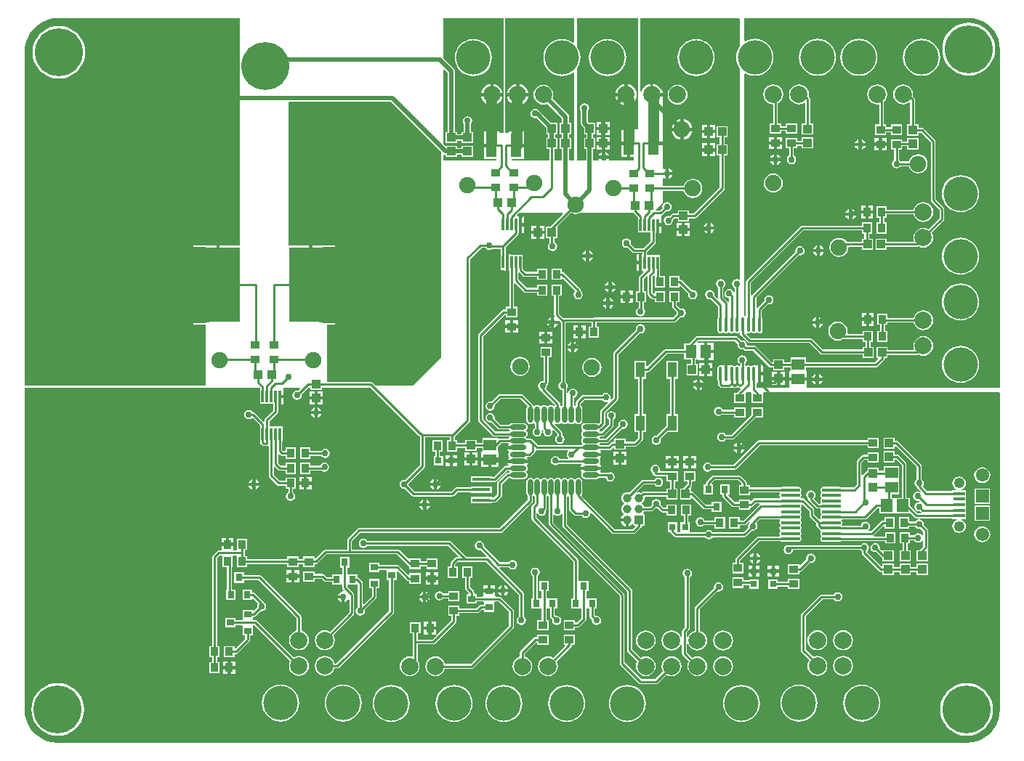
<source format=gtl>
%FSLAX24Y24*%
%MOIN*%
G70*
G01*
G75*
G04 Layer_Physical_Order=1*
G04 Layer_Color=255*
%ADD10R,0.0551X0.0591*%
%ADD11R,0.0354X0.0394*%
%ADD12R,0.0394X0.0354*%
%ADD13R,0.0315X0.0354*%
%ADD14R,0.0354X0.0315*%
%ADD15R,0.0591X0.0512*%
%ADD16R,0.0512X0.0591*%
%ADD17R,0.0610X0.0591*%
%ADD18R,0.0532X0.0157*%
%ADD19R,0.0433X0.0709*%
%ADD20O,0.0138X0.0669*%
%ADD21O,0.0886X0.0157*%
%ADD22O,0.0236X0.0768*%
%ADD23O,0.0768X0.0236*%
%ADD24R,0.0827X0.0157*%
%ADD25R,0.0394X0.0394*%
%ADD26R,0.0394X0.0394*%
%ADD27R,0.0512X0.1063*%
%ADD28R,0.0315X0.0315*%
%ADD29R,0.0315X0.0315*%
%ADD30R,0.0118X0.0571*%
%ADD31R,0.2047X0.3445*%
%ADD32C,0.0100*%
%ADD33C,0.0200*%
%ADD34C,0.0198*%
%ADD35C,0.3500*%
%ADD36C,0.0500*%
%ADD37C,0.0787*%
%ADD38C,0.1575*%
%ADD39C,0.0610*%
%ADD40C,0.0492*%
%ADD41C,0.0750*%
%ADD42C,0.0394*%
%ADD43C,0.2200*%
%ADD44C,0.0300*%
G36*
X21982Y29819D02*
X21982Y29819D01*
Y29811D01*
X21982Y29811D01*
Y29681D01*
X21982Y29681D01*
Y29673D01*
X21982Y29673D01*
Y28002D01*
X21774D01*
Y28043D01*
X21493D01*
Y27411D01*
X21418D01*
Y27336D01*
X21062D01*
Y26780D01*
X21654D01*
Y26722D01*
X19193D01*
Y26973D01*
X19243Y27000D01*
X19249Y26996D01*
X19259Y26994D01*
X19311Y26983D01*
X19320D01*
Y26889D01*
X19834D01*
Y26983D01*
X20059D01*
Y26889D01*
X20572D01*
Y27403D01*
X20059D01*
Y27308D01*
X19834D01*
Y27403D01*
X19320D01*
X19320Y27403D01*
Y27403D01*
X19273Y27413D01*
X19193Y27493D01*
Y30905D01*
X19239Y30924D01*
X19414Y30749D01*
Y28032D01*
X19320D01*
Y27519D01*
X19834D01*
Y27612D01*
X20059D01*
Y27519D01*
X20572D01*
Y28032D01*
X20478D01*
Y28409D01*
X20513Y28461D01*
X20529Y28543D01*
X20513Y28625D01*
X20467Y28695D01*
X20397Y28741D01*
X20315Y28757D01*
X20233Y28741D01*
X20164Y28695D01*
X20118Y28625D01*
X20101Y28543D01*
X20118Y28461D01*
X20152Y28409D01*
Y28032D01*
X20059D01*
Y27939D01*
X19834D01*
Y28032D01*
X19740D01*
Y30817D01*
X19728Y30879D01*
X19693Y30932D01*
X19193Y31432D01*
Y33268D01*
X21982D01*
Y29819D01*
D02*
G37*
G36*
X43532Y33259D02*
X43751Y33206D01*
X43959Y33120D01*
X44151Y33002D01*
X44323Y32856D01*
X44469Y32685D01*
X44587Y32492D01*
X44673Y32284D01*
X44726Y32065D01*
X44743Y31841D01*
X44743Y31841D01*
X44741Y16337D01*
X44734Y16289D01*
X44691Y16289D01*
X35883D01*
Y16289D01*
X35878Y16337D01*
X35878Y16339D01*
Y16618D01*
X35087D01*
Y16339D01*
X35087Y16337D01*
X35081Y16289D01*
X33567D01*
Y16506D01*
X33617Y16533D01*
X33636Y16520D01*
Y16939D01*
Y17358D01*
X33589Y17327D01*
X33587Y17323D01*
X33522Y17315D01*
X33505Y17326D01*
X33455Y17336D01*
X33405Y17326D01*
X33362Y17298D01*
X33357Y17290D01*
X33297D01*
X33292Y17298D01*
X33250Y17326D01*
X33199Y17336D01*
X33149Y17326D01*
X33106Y17298D01*
X33105Y17296D01*
X33055Y17312D01*
Y17405D01*
X33075Y17418D01*
X33121Y17487D01*
X33137Y17569D01*
X33121Y17651D01*
X33075Y17720D01*
X33005Y17767D01*
X32923Y17783D01*
X32841Y17767D01*
X32772Y17720D01*
X32725Y17651D01*
X32709Y17569D01*
X32725Y17487D01*
X32772Y17418D01*
X32831Y17378D01*
Y17312D01*
X32781Y17296D01*
X32780Y17298D01*
X32738Y17326D01*
X32687Y17336D01*
X32637Y17326D01*
X32594Y17298D01*
X32590Y17290D01*
X32529D01*
X32524Y17298D01*
X32482Y17326D01*
X32432Y17336D01*
X32381Y17326D01*
X32365Y17315D01*
X32300Y17323D01*
X32297Y17327D01*
X32251Y17358D01*
Y16939D01*
X32101D01*
Y17358D01*
X32054Y17327D01*
X32051Y17323D01*
X31986Y17315D01*
X31970Y17326D01*
X31920Y17336D01*
X31869Y17326D01*
X31827Y17298D01*
X31798Y17255D01*
X31788Y17205D01*
Y16673D01*
X31798Y16623D01*
X31808Y16609D01*
Y16456D01*
X31808Y16456D01*
X31816Y16413D01*
X31840Y16377D01*
X31909Y16308D01*
X31909Y16308D01*
X31945Y16284D01*
X31988Y16276D01*
X31988Y16276D01*
X32323D01*
X32323Y16276D01*
X32366Y16284D01*
X32403Y16308D01*
X32403Y16309D01*
X32450Y16308D01*
X32487Y16284D01*
X32530Y16276D01*
X32530Y16276D01*
X32579D01*
X32579Y16276D01*
X32622Y16284D01*
X32658Y16308D01*
X32662Y16313D01*
X32695D01*
X32717Y16308D01*
X32753Y16284D01*
X32796Y16276D01*
X32796Y16276D01*
X32818D01*
X32830Y16260D01*
X32841Y16228D01*
X32736Y16123D01*
X32712Y16086D01*
X32709Y16074D01*
X32559D01*
Y15599D01*
X33072D01*
Y16074D01*
X33114Y16093D01*
X33304D01*
X33346Y16074D01*
Y15599D01*
X33860D01*
Y16074D01*
X33902Y16093D01*
X44691D01*
X44741Y16045D01*
X44739Y1526D01*
X44739D01*
X44743Y1521D01*
X44725Y1285D01*
X44669Y1051D01*
X44576Y829D01*
X44451Y623D01*
X44294Y440D01*
X44111Y284D01*
X43906Y158D01*
X43683Y66D01*
X43449Y9D01*
X43209Y-9D01*
X43209D01*
X1526Y-5D01*
X1526Y-5D01*
Y-5D01*
X1521Y-9D01*
X1288Y9D01*
X1054Y66D01*
X832Y158D01*
X627Y283D01*
X444Y439D01*
X288Y622D01*
X162Y827D01*
X70Y1050D01*
X14Y1283D01*
X-5Y1523D01*
X-5Y1526D01*
X0Y16289D01*
X10802D01*
X10806Y16241D01*
X10806Y16241D01*
X10806Y16241D01*
Y15550D01*
X11404D01*
Y15253D01*
X11043Y14892D01*
X11018Y14856D01*
X11010Y14813D01*
X11010Y14813D01*
Y14761D01*
X10960Y14740D01*
X10562Y15138D01*
X10525Y15163D01*
X10482Y15171D01*
X10482Y15171D01*
X10463D01*
X10437Y15210D01*
X10367Y15257D01*
X10285Y15273D01*
X10203Y15257D01*
X10134Y15210D01*
X10088Y15141D01*
X10071Y15059D01*
X10088Y14977D01*
X10134Y14908D01*
X10203Y14861D01*
X10285Y14845D01*
X10367Y14861D01*
X10437Y14908D01*
X10472Y14911D01*
X10813Y14570D01*
Y14509D01*
X10806D01*
Y13818D01*
X10806Y13818D01*
X10813Y13780D01*
X10815Y13772D01*
X10815Y13771D01*
X10815Y13769D01*
X10822Y13737D01*
X10846Y13700D01*
X10895Y13651D01*
X10895Y13651D01*
X10931Y13627D01*
X10974Y13618D01*
X10974Y13618D01*
X11122D01*
X11157Y13625D01*
X11186Y13610D01*
X11207Y13594D01*
Y12254D01*
X11207Y12254D01*
X11215Y12211D01*
X11240Y12175D01*
X11584Y11830D01*
X11584Y11830D01*
X11620Y11806D01*
X11663Y11797D01*
X11663Y11797D01*
X11977D01*
Y11653D01*
X12093D01*
Y11497D01*
X12053Y11470D01*
X12007Y11401D01*
X11991Y11319D01*
X12007Y11237D01*
X12053Y11168D01*
X12123Y11121D01*
X12205Y11105D01*
X12287Y11121D01*
X12356Y11168D01*
X12403Y11237D01*
X12419Y11319D01*
X12403Y11401D01*
X12356Y11470D01*
X12317Y11497D01*
Y11653D01*
X12452D01*
Y12166D01*
X11977D01*
Y12022D01*
X11710D01*
X11431Y12300D01*
Y12651D01*
X11481Y12671D01*
X11633Y12519D01*
X11670Y12495D01*
X11713Y12486D01*
X11713Y12486D01*
X11977D01*
Y12342D01*
X12452D01*
Y12855D01*
X11977D01*
Y12711D01*
X11759D01*
X11628Y12842D01*
Y13241D01*
X11678Y13262D01*
X11732Y13208D01*
X11732Y13208D01*
X11768Y13184D01*
X11811Y13175D01*
X11811Y13175D01*
X11977D01*
Y13031D01*
X12452D01*
Y13544D01*
X11977D01*
Y13400D01*
X11857D01*
X11825Y13432D01*
Y13818D01*
X11832D01*
Y14509D01*
X11234D01*
Y14767D01*
X11595Y15127D01*
X11595Y15127D01*
X11619Y15164D01*
X11628Y15207D01*
X11628Y15207D01*
Y15510D01*
X11638D01*
Y15896D01*
X11713D01*
Y15971D01*
X11872D01*
Y16281D01*
X11918Y16289D01*
X12621D01*
X12640Y16243D01*
X12546Y16150D01*
X12500Y16159D01*
X12418Y16143D01*
X12349Y16096D01*
X12302Y16027D01*
X12286Y15945D01*
X12302Y15863D01*
X12349Y15793D01*
X12418Y15747D01*
X12500Y15731D01*
X12582Y15747D01*
X12651Y15793D01*
X12698Y15863D01*
X12714Y15945D01*
X12705Y15991D01*
X13003Y16289D01*
X13120D01*
Y16200D01*
X13633D01*
Y16289D01*
X15885D01*
X18071Y14103D01*
X18071Y14103D01*
X18107Y14079D01*
X18136Y14073D01*
Y12743D01*
X17458Y12065D01*
X17412Y12074D01*
X17330Y12058D01*
X17260Y12012D01*
X17214Y11942D01*
X17198Y11860D01*
X17214Y11778D01*
X17260Y11709D01*
X17330Y11662D01*
X17412Y11646D01*
X17458Y11655D01*
X17775Y11338D01*
X17775Y11338D01*
X17812Y11314D01*
X17855Y11305D01*
X17855Y11305D01*
X19626D01*
X19626Y11305D01*
X19669Y11314D01*
X19706Y11338D01*
X19870Y11502D01*
X20482D01*
Y11475D01*
X21429D01*
Y11753D01*
X20482D01*
Y11726D01*
X19823D01*
X19823Y11726D01*
X19780Y11718D01*
X19744Y11693D01*
X19580Y11529D01*
X17901D01*
X17617Y11814D01*
X17626Y11860D01*
X17617Y11907D01*
X18328Y12618D01*
X18328Y12618D01*
X18352Y12654D01*
X18361Y12697D01*
X18361Y12697D01*
Y14012D01*
X19504D01*
Y13889D01*
X19379D01*
Y13375D01*
X19854D01*
Y13539D01*
X20216D01*
Y13395D01*
X20729D01*
Y13539D01*
X20994D01*
Y13358D01*
X20954D01*
Y13077D01*
X21744D01*
Y13358D01*
X21704D01*
Y13582D01*
X21868Y13746D01*
X22184D01*
X22197Y13717D01*
X22202Y13696D01*
X22157Y13628D01*
X22155Y13618D01*
X22628D01*
Y13468D01*
X22155D01*
X22157Y13458D01*
X22205Y13386D01*
X22211Y13322D01*
X22195Y13298D01*
X22181Y13228D01*
X22195Y13159D01*
X22211Y13135D01*
X22205Y13071D01*
X22157Y12998D01*
X22155Y12988D01*
X23102D01*
X23100Y12998D01*
X23054Y13066D01*
X23059Y13088D01*
X23073Y13116D01*
X23160D01*
X23160Y13116D01*
X23203Y13125D01*
X23239Y13149D01*
X23397Y13307D01*
X23397Y13307D01*
X23421Y13343D01*
X23429Y13386D01*
Y13405D01*
X23479Y13436D01*
X23504Y13431D01*
X23504Y13431D01*
X24917D01*
X24932Y13381D01*
X24891Y13320D01*
X24875Y13238D01*
X24891Y13156D01*
X24938Y13087D01*
X24954Y13076D01*
X24939Y13026D01*
X24548D01*
X24502Y13094D01*
X24433Y13141D01*
X24351Y13157D01*
X24269Y13141D01*
X24199Y13094D01*
X24153Y13025D01*
X24137Y12943D01*
X24153Y12861D01*
X24199Y12792D01*
X24269Y12745D01*
X24351Y12729D01*
X24433Y12745D01*
X24502Y12792D01*
X24509Y12801D01*
X25530D01*
X25544Y12773D01*
X25549Y12751D01*
X25504Y12684D01*
X25502Y12673D01*
X26448D01*
X26446Y12684D01*
X26398Y12756D01*
X26392Y12820D01*
X26408Y12844D01*
X26422Y12913D01*
X26408Y12983D01*
X26392Y13007D01*
X26398Y13071D01*
X26446Y13143D01*
X26448Y13153D01*
X25975D01*
Y13303D01*
X26448D01*
X26446Y13313D01*
X26401Y13381D01*
X26406Y13402D01*
X26420Y13431D01*
X26821D01*
X26821Y13431D01*
X26864Y13440D01*
X26901Y13464D01*
X26997Y13560D01*
X27047Y13539D01*
Y13444D01*
X27560D01*
Y13589D01*
X28012D01*
X28012Y13589D01*
X28055Y13597D01*
X28092Y13621D01*
X28328Y13858D01*
X28328Y13858D01*
X28352Y13894D01*
X28361Y13937D01*
X28361Y13937D01*
Y14261D01*
X28525D01*
Y15090D01*
X28361D01*
Y16702D01*
X28525D01*
Y17004D01*
X28573D01*
X28573Y17004D01*
X28616Y17013D01*
X28653Y17037D01*
X29466Y17850D01*
X30255D01*
Y17607D01*
X30567D01*
Y17383D01*
X30363D01*
Y16869D01*
X30877D01*
Y17383D01*
X30792D01*
Y17607D01*
X30884D01*
Y17567D01*
X31165D01*
Y17963D01*
Y18358D01*
X30890D01*
X30859Y18398D01*
X30903Y18441D01*
X32581D01*
X32718Y18304D01*
X32709Y18258D01*
X32725Y18176D01*
X32772Y18106D01*
X32841Y18060D01*
X32923Y18044D01*
X32970Y18053D01*
X32992Y18031D01*
X32992Y18031D01*
X33028Y18007D01*
X33071Y17998D01*
X33071Y17998D01*
X33418D01*
X34153Y17263D01*
X34153Y17263D01*
X34189Y17239D01*
X34232Y17230D01*
X34232Y17230D01*
X34330D01*
Y17086D01*
X34844D01*
Y17230D01*
X35127D01*
Y17049D01*
X35087D01*
Y16768D01*
X35878D01*
Y17049D01*
X35838D01*
Y17230D01*
X39045D01*
X39045Y17230D01*
X39088Y17239D01*
X39125Y17263D01*
X39410Y17549D01*
X39410Y17549D01*
X39435Y17585D01*
X39443Y17628D01*
X39480Y17657D01*
X39588D01*
Y17801D01*
X40931D01*
X40931Y17801D01*
X40974Y17810D01*
X40988Y17819D01*
X40998Y17812D01*
X41108Y17767D01*
X41226Y17751D01*
X41345Y17767D01*
X41455Y17812D01*
X41550Y17885D01*
X41623Y17980D01*
X41668Y18090D01*
X41684Y18209D01*
X41668Y18327D01*
X41623Y18437D01*
X41550Y18532D01*
X41455Y18605D01*
X41345Y18651D01*
X41226Y18666D01*
X41108Y18651D01*
X40998Y18605D01*
X40903Y18532D01*
X40830Y18437D01*
X40784Y18327D01*
X40769Y18209D01*
X40784Y18090D01*
X40794Y18067D01*
X40766Y18026D01*
X39588D01*
Y18170D01*
X39074D01*
Y17657D01*
X39135D01*
X39154Y17610D01*
X38999Y17455D01*
X35838D01*
Y17678D01*
X35127D01*
Y17455D01*
X34844D01*
Y17599D01*
X34330D01*
Y17455D01*
X34279D01*
X33544Y18190D01*
X33507Y18214D01*
X33465Y18222D01*
X33465Y18222D01*
X33166D01*
X33137Y18258D01*
X33121Y18340D01*
X33075Y18409D01*
X33005Y18456D01*
X32923Y18472D01*
X32877Y18463D01*
X32707Y18632D01*
X32671Y18657D01*
X32628Y18665D01*
X32628Y18665D01*
X30856D01*
X30856Y18665D01*
X30813Y18657D01*
X30777Y18632D01*
X30777Y18632D01*
X30482Y18337D01*
X30469Y18318D01*
X30255D01*
Y18075D01*
X29420D01*
X29420Y18075D01*
X29377Y18066D01*
X29340Y18042D01*
X29340Y18042D01*
X28575Y17276D01*
X28525Y17297D01*
Y17530D01*
X27972D01*
Y16702D01*
X28136D01*
Y15090D01*
X27972D01*
Y14261D01*
X28136D01*
Y13983D01*
X27966Y13813D01*
X27560D01*
Y13958D01*
X27047D01*
Y13813D01*
X26979D01*
X26936Y13804D01*
X26899Y13780D01*
X26899Y13780D01*
X26775Y13655D01*
X26380D01*
X26370Y13670D01*
X26363Y13683D01*
Y13703D01*
X26402Y13746D01*
X26693D01*
X26693Y13746D01*
X26736Y13755D01*
X26773Y13779D01*
X27405Y14411D01*
X27451Y14402D01*
X27533Y14418D01*
X27603Y14465D01*
X27649Y14534D01*
X27665Y14616D01*
X27649Y14698D01*
X27603Y14768D01*
X27533Y14814D01*
X27451Y14830D01*
X27369Y14814D01*
X27300Y14768D01*
X27253Y14698D01*
X27237Y14616D01*
X27246Y14570D01*
X26647Y13970D01*
X26380D01*
X26369Y13987D01*
X26379Y14035D01*
X26404Y14061D01*
X26516D01*
X26516Y14061D01*
X26559Y14070D01*
X26595Y14094D01*
X26989Y14488D01*
X26989Y14488D01*
X27013Y14524D01*
X27022Y14567D01*
X27022Y14567D01*
Y14832D01*
X27061Y14858D01*
X27108Y14928D01*
X27124Y15010D01*
X27108Y15092D01*
X27061Y15161D01*
X26992Y15208D01*
X26910Y15224D01*
X26828Y15208D01*
X26758Y15161D01*
X26712Y15092D01*
X26696Y15010D01*
X26712Y14928D01*
X26758Y14858D01*
X26798Y14832D01*
Y14613D01*
X26470Y14285D01*
X26380D01*
X26370Y14300D01*
X26363Y14313D01*
Y14356D01*
X26369Y14360D01*
X26385Y14383D01*
X26391Y14385D01*
X26428Y14409D01*
X26605Y14586D01*
X26605Y14586D01*
X26629Y14622D01*
X26638Y14665D01*
Y15160D01*
X27195Y15718D01*
X27195Y15718D01*
X27220Y15754D01*
X27228Y15797D01*
Y17818D01*
X28202Y18791D01*
X28248Y18782D01*
X28330Y18798D01*
X28399Y18845D01*
X28446Y18914D01*
X28462Y18996D01*
X28446Y19078D01*
X28399Y19147D01*
X28330Y19194D01*
X28248Y19210D01*
X28166Y19194D01*
X28097Y19147D01*
X28050Y19078D01*
X28034Y18996D01*
X28043Y18950D01*
X27037Y17943D01*
X27013Y17907D01*
X27004Y17864D01*
X27004Y17864D01*
Y15844D01*
X26905Y15744D01*
X26890Y15751D01*
X26863Y15774D01*
X26878Y15846D01*
X26862Y15928D01*
X26815Y15998D01*
X26746Y16044D01*
X26664Y16061D01*
X26582Y16044D01*
X26512Y15998D01*
X26486Y15959D01*
X25630D01*
X25630Y15959D01*
X25587Y15950D01*
X25551Y15926D01*
X25551Y15926D01*
X25325Y15699D01*
X25300Y15663D01*
X25292Y15620D01*
X25292Y15620D01*
Y15464D01*
X25277Y15454D01*
X25264Y15447D01*
X25244D01*
X25201Y15486D01*
Y15840D01*
X25230Y15845D01*
X25299Y15892D01*
X25345Y15961D01*
X25362Y16043D01*
X25345Y16125D01*
X25299Y16195D01*
X25230Y16241D01*
X25148Y16257D01*
X25066Y16241D01*
X24996Y16195D01*
X24950Y16125D01*
X24936Y16057D01*
X24886Y16062D01*
Y16295D01*
X24893Y16306D01*
X24909Y16388D01*
X24893Y16470D01*
X24847Y16539D01*
X24817Y16559D01*
Y19278D01*
X26010D01*
Y19105D01*
X25885D01*
Y18592D01*
X26359D01*
Y19105D01*
X26234D01*
Y19287D01*
X29783D01*
X29783Y19287D01*
X29826Y19296D01*
X29863Y19320D01*
X30072Y19529D01*
X30118Y19520D01*
X30200Y19536D01*
X30270Y19583D01*
X30316Y19652D01*
X30332Y19734D01*
X30316Y19816D01*
X30270Y19886D01*
X30200Y19932D01*
X30118Y19948D01*
X30072Y19939D01*
X29925Y20086D01*
Y20216D01*
X30050D01*
Y20729D01*
X29576D01*
Y20216D01*
X29701D01*
Y20039D01*
X29701Y20039D01*
X29709Y19996D01*
X29734Y19960D01*
X29913Y19781D01*
X29904Y19734D01*
X29913Y19688D01*
X29737Y19512D01*
X26122D01*
X26079Y19503D01*
X26077Y19502D01*
X24702D01*
X24512Y19692D01*
Y20511D01*
X24637D01*
Y21025D01*
X24162D01*
Y20511D01*
X24287D01*
Y19646D01*
X24287Y19646D01*
X24296Y19603D01*
X24313Y19577D01*
X24297Y19544D01*
X24288Y19535D01*
Y19366D01*
X24460D01*
X24499Y19387D01*
X24576Y19310D01*
X24576Y19310D01*
X24576Y19310D01*
X24593Y19294D01*
Y16572D01*
X24544Y16539D01*
X24497Y16470D01*
X24481Y16388D01*
X24497Y16306D01*
X24544Y16236D01*
X24613Y16190D01*
X24662Y16180D01*
Y15464D01*
X24646Y15453D01*
X24598Y15463D01*
X24571Y15489D01*
Y15541D01*
X24563Y15584D01*
X24538Y15621D01*
X24538Y15621D01*
X23916Y16243D01*
X23958Y16306D01*
X23974Y16388D01*
X23965Y16434D01*
X23997Y16466D01*
X23997Y16466D01*
X24021Y16502D01*
X24029Y16545D01*
X24029Y16545D01*
Y17686D01*
X24174D01*
Y18160D01*
X23660D01*
Y17686D01*
X23805D01*
Y16632D01*
X23767Y16601D01*
X23760Y16602D01*
X23678Y16586D01*
X23609Y16539D01*
X23562Y16470D01*
X23546Y16388D01*
X23562Y16306D01*
X23609Y16236D01*
X23655Y16206D01*
X23657Y16197D01*
X23681Y16161D01*
X24333Y15508D01*
X24331Y15453D01*
X24319Y15447D01*
X24277D01*
X24273Y15453D01*
X24214Y15493D01*
X24144Y15506D01*
X24075Y15493D01*
X24016Y15453D01*
X24012Y15447D01*
X23962D01*
X23958Y15453D01*
X23899Y15493D01*
X23829Y15506D01*
X23760Y15493D01*
X23701Y15453D01*
X23697Y15447D01*
X23647D01*
X23643Y15453D01*
X23584Y15493D01*
X23514Y15506D01*
X23445Y15493D01*
X23386Y15453D01*
X23337Y15461D01*
X23311Y15482D01*
X23303Y15525D01*
X23279Y15561D01*
X23279Y15561D01*
X22865Y15975D01*
X22828Y15999D01*
X22785Y16008D01*
X22785Y16008D01*
X21801D01*
X21801Y16008D01*
X21758Y15999D01*
X21722Y15975D01*
X21722Y15975D01*
X21405Y15658D01*
X21358Y15667D01*
X21276Y15651D01*
X21207Y15604D01*
X21160Y15535D01*
X21144Y15453D01*
X21160Y15371D01*
X21207Y15301D01*
X21276Y15255D01*
X21358Y15239D01*
X21440Y15255D01*
X21510Y15301D01*
X21556Y15371D01*
X21572Y15453D01*
X21563Y15499D01*
X21848Y15784D01*
X22739D01*
X23070Y15452D01*
X23031Y15394D01*
X23018Y15325D01*
Y14793D01*
X23031Y14724D01*
X23071Y14665D01*
X23130Y14626D01*
X23199Y14612D01*
X23269Y14626D01*
X23328Y14665D01*
X23376Y14656D01*
X23402Y14632D01*
Y14449D01*
X23363Y14423D01*
X23316Y14354D01*
X23300Y14272D01*
X23316Y14190D01*
X23363Y14120D01*
X23432Y14074D01*
X23514Y14058D01*
X23596Y14074D01*
X23666Y14120D01*
X23712Y14190D01*
X23728Y14272D01*
X23716Y14332D01*
X23762Y14357D01*
X23801Y14318D01*
X23792Y14272D01*
X23809Y14190D01*
X23855Y14120D01*
X23924Y14074D01*
X24006Y14058D01*
X24088Y14074D01*
X24158Y14120D01*
X24204Y14190D01*
X24220Y14272D01*
X24208Y14332D01*
X24254Y14357D01*
X24436Y14176D01*
Y14105D01*
X24396Y14079D01*
X24350Y14009D01*
X24334Y13927D01*
X24350Y13845D01*
X24396Y13776D01*
X24466Y13729D01*
X24548Y13713D01*
X24630Y13729D01*
X24699Y13776D01*
X24745Y13845D01*
X24762Y13927D01*
X24745Y14009D01*
X24699Y14079D01*
X24660Y14105D01*
Y14222D01*
X24660Y14222D01*
X24651Y14265D01*
X24627Y14302D01*
X24310Y14618D01*
X24342Y14657D01*
X24390Y14626D01*
X24459Y14612D01*
X24529Y14626D01*
X24587Y14665D01*
X24592Y14671D01*
X24642D01*
X24646Y14665D01*
X24705Y14626D01*
X24774Y14612D01*
X24844Y14626D01*
X24902Y14665D01*
X24907Y14671D01*
X24957D01*
X24961Y14665D01*
X25020Y14626D01*
X25089Y14612D01*
X25158Y14626D01*
X25217Y14665D01*
X25221Y14671D01*
X25271D01*
X25276Y14665D01*
X25334Y14626D01*
X25404Y14612D01*
X25473Y14626D01*
X25532Y14665D01*
X25572Y14724D01*
X25586Y14793D01*
Y15325D01*
X25572Y15394D01*
X25532Y15453D01*
X25516Y15464D01*
Y15574D01*
X25677Y15734D01*
X26486D01*
X26512Y15695D01*
X26582Y15649D01*
X26664Y15632D01*
X26736Y15647D01*
X26759Y15620D01*
X26766Y15606D01*
X26446Y15286D01*
X26422Y15250D01*
X26413Y15207D01*
X26413Y15207D01*
Y14712D01*
X26339Y14637D01*
X26310Y14656D01*
X26241Y14670D01*
X25709D01*
X25640Y14656D01*
X25581Y14617D01*
X25541Y14558D01*
X25527Y14488D01*
X25541Y14419D01*
X25581Y14360D01*
X25587Y14356D01*
Y14306D01*
X25581Y14302D01*
X25541Y14243D01*
X25527Y14173D01*
X25541Y14104D01*
X25581Y14045D01*
X25587Y14041D01*
Y13991D01*
X25581Y13987D01*
X25541Y13928D01*
X25527Y13858D01*
X25541Y13789D01*
X25581Y13730D01*
X25572Y13682D01*
X25548Y13655D01*
X23551D01*
X23397Y13810D01*
X23397Y13810D01*
X23269Y13938D01*
X23232Y13962D01*
X23189Y13970D01*
X23189Y13970D01*
X23033D01*
X23023Y13987D01*
X23016Y13991D01*
Y14041D01*
X23023Y14045D01*
X23062Y14104D01*
X23076Y14173D01*
X23062Y14243D01*
X23023Y14302D01*
X23016Y14306D01*
Y14356D01*
X23023Y14360D01*
X23062Y14419D01*
X23076Y14488D01*
X23062Y14558D01*
X23023Y14617D01*
X22964Y14656D01*
X22894Y14670D01*
X22363D01*
X22293Y14656D01*
X22234Y14617D01*
X22223Y14600D01*
X21828D01*
X21563Y14865D01*
X21572Y14911D01*
X21556Y14993D01*
X21510Y15063D01*
X21440Y15109D01*
X21358Y15126D01*
X21276Y15109D01*
X21207Y15063D01*
X21160Y14993D01*
X21144Y14911D01*
X21160Y14829D01*
X21207Y14760D01*
X21276Y14714D01*
X21358Y14697D01*
X21405Y14707D01*
X21702Y14409D01*
X21702Y14409D01*
X21739Y14385D01*
X21781Y14376D01*
X21781Y14376D01*
X22223D01*
X22233Y14361D01*
X22240Y14349D01*
Y14328D01*
X22202Y14285D01*
X21602D01*
X21028Y14859D01*
Y18654D01*
X22035Y19661D01*
X22086D01*
Y19536D01*
X22599D01*
Y20011D01*
X22455D01*
Y21066D01*
X22505Y21087D01*
X22903Y20688D01*
X22903Y20688D01*
X22939Y20664D01*
X22982Y20656D01*
X22982Y20656D01*
X23493D01*
Y20511D01*
X23967D01*
Y21025D01*
X23493D01*
Y20880D01*
X23029D01*
X22652Y21257D01*
Y21558D01*
X22702Y21579D01*
X22854Y21427D01*
X22854Y21427D01*
X22890Y21402D01*
X22933Y21394D01*
X22933Y21394D01*
X23493D01*
Y21249D01*
X23967D01*
Y21763D01*
X23493D01*
Y21618D01*
X22980D01*
X22855Y21742D01*
Y22393D01*
X22305D01*
Y22433D01*
X22221D01*
Y22047D01*
Y21662D01*
X22230D01*
Y20011D01*
X22086D01*
Y19886D01*
X21988D01*
X21945Y19877D01*
X21909Y19853D01*
X21909Y19853D01*
X20836Y18780D01*
X20812Y18744D01*
X20803Y18701D01*
X20803Y18701D01*
Y14813D01*
X20803Y14813D01*
X20812Y14770D01*
X20836Y14734D01*
X21476Y14094D01*
X21476Y14094D01*
X21512Y14070D01*
X21555Y14061D01*
X22223D01*
X22234Y14045D01*
X22224Y13997D01*
X22199Y13970D01*
X21821D01*
X21778Y13962D01*
X21754Y13946D01*
X21713Y13961D01*
X21704Y13968D01*
Y13987D01*
X20994D01*
Y13764D01*
X20729D01*
Y13908D01*
X20216D01*
Y13764D01*
X19854D01*
Y13889D01*
X19729D01*
Y14038D01*
X20404Y14714D01*
X20404Y14714D01*
X20428Y14750D01*
X20437Y14793D01*
X20437Y14793D01*
Y22198D01*
X20962Y22722D01*
X21131D01*
X21158Y22683D01*
X21227Y22637D01*
X21309Y22621D01*
X21391Y22637D01*
X21446Y22673D01*
X21837D01*
Y22393D01*
X21830D01*
Y21702D01*
X21987D01*
Y21662D01*
X22071D01*
Y22047D01*
Y22433D01*
X22061D01*
Y22739D01*
X22619Y23297D01*
X22619Y23297D01*
X22643Y23333D01*
X22652Y23376D01*
X22661Y23380D01*
Y23780D01*
Y24165D01*
X22603D01*
X22582Y24215D01*
X22678Y24311D01*
X24668Y24311D01*
X24687Y24265D01*
X24105Y23682D01*
X23926D01*
Y23168D01*
X24071D01*
Y22943D01*
X24061Y22937D01*
X24015Y22867D01*
X23998Y22785D01*
X24015Y22703D01*
X24061Y22634D01*
X24131Y22588D01*
X24213Y22571D01*
X24295Y22588D01*
X24364Y22634D01*
X24410Y22703D01*
X24427Y22785D01*
X24410Y22867D01*
X24364Y22937D01*
X24295Y22983D01*
Y23168D01*
X24440D01*
Y23682D01*
X24440Y23682D01*
X24440D01*
X24462Y23723D01*
X25051Y24311D01*
X25100D01*
X25172Y24281D01*
X25286Y24266D01*
X25399Y24281D01*
X25472Y24311D01*
X27942D01*
X27943Y24310D01*
X28100Y24153D01*
X28129Y24115D01*
Y23424D01*
X28726D01*
Y23029D01*
X28398Y22701D01*
X27999D01*
X27813Y22887D01*
X27822Y22933D01*
X27806Y23015D01*
X27760Y23084D01*
X27690Y23131D01*
X27608Y23147D01*
X27526Y23131D01*
X27457Y23084D01*
X27410Y23015D01*
X27394Y22933D01*
X27410Y22851D01*
X27457Y22782D01*
X27526Y22735D01*
X27608Y22719D01*
X27655Y22728D01*
X27873Y22509D01*
X27873Y22509D01*
X27910Y22485D01*
X27953Y22476D01*
X27953Y22476D01*
X28333D01*
Y22423D01*
X28323D01*
Y22037D01*
Y21652D01*
X28362D01*
X28382Y21602D01*
X28208Y21428D01*
X28184Y21391D01*
X28175Y21348D01*
X28175Y21348D01*
Y20729D01*
X28050D01*
Y20216D01*
X28175D01*
Y19983D01*
X28166Y19981D01*
X28097Y19935D01*
X28050Y19865D01*
X28034Y19783D01*
X28050Y19702D01*
X28097Y19632D01*
X28166Y19586D01*
X28248Y19569D01*
X28330Y19586D01*
X28399Y19632D01*
X28446Y19702D01*
X28462Y19783D01*
X28446Y19865D01*
X28400Y19935D01*
Y20216D01*
X28525D01*
Y20729D01*
X28400D01*
Y21302D01*
X28529Y21431D01*
X28579Y21410D01*
Y20620D01*
X28579Y20620D01*
X28587Y20577D01*
X28612Y20541D01*
X28759Y20393D01*
X28759Y20393D01*
X28796Y20369D01*
X28839Y20360D01*
X28839Y20360D01*
X28907D01*
Y20216D01*
X29381D01*
Y20729D01*
X28907D01*
Y20634D01*
X28857Y20613D01*
X28803Y20667D01*
Y21410D01*
X28855Y21462D01*
X28906Y21442D01*
X28907Y21418D01*
X28907Y21418D01*
X28907Y21418D01*
Y20905D01*
X29381D01*
Y21418D01*
X29148D01*
Y21692D01*
X29154D01*
Y22383D01*
X28557D01*
Y22542D01*
X28918Y22903D01*
X28918Y22903D01*
X28942Y22939D01*
X28951Y22982D01*
X28951Y22982D01*
Y23384D01*
X28960D01*
Y23770D01*
X29035D01*
Y23845D01*
X29194D01*
Y24155D01*
X29194Y24155D01*
X29194D01*
X29198Y24204D01*
X29217Y24207D01*
X29253Y24232D01*
X29423Y24401D01*
X29469Y24392D01*
X29551Y24408D01*
X29620Y24455D01*
X29667Y24524D01*
X29683Y24606D01*
X29667Y24688D01*
X29620Y24758D01*
X29551Y24804D01*
X29469Y24820D01*
X29387Y24804D01*
X29318Y24758D01*
X29271Y24688D01*
X29255Y24606D01*
X29264Y24560D01*
X29127Y24423D01*
X28972D01*
X28952Y24473D01*
X29281Y24803D01*
Y25341D01*
X30225D01*
X30226Y25329D01*
X30270Y25224D01*
X30340Y25133D01*
X30431Y25063D01*
X30536Y25019D01*
X30650Y25004D01*
X30764Y25019D01*
X30869Y25063D01*
X30960Y25133D01*
X31030Y25224D01*
X31074Y25329D01*
X31089Y25443D01*
X31074Y25556D01*
X31030Y25662D01*
X30960Y25753D01*
X30869Y25823D01*
X30764Y25867D01*
X30650Y25882D01*
X30536Y25867D01*
X30431Y25823D01*
X30340Y25753D01*
X30270Y25662D01*
X30230Y25565D01*
X29281D01*
Y25896D01*
X29331Y25923D01*
X29371Y25896D01*
X29394Y25892D01*
Y26132D01*
Y26372D01*
X29371Y26367D01*
X29331Y26341D01*
X29281Y26367D01*
Y27435D01*
X28859D01*
Y27585D01*
X29281D01*
Y29671D01*
X28770D01*
Y29746D01*
X28720D01*
Y30237D01*
X28641Y30227D01*
X28521Y30177D01*
X28418Y30098D01*
X28339Y29995D01*
X28298Y29897D01*
X28248Y29906D01*
Y33268D01*
X29281D01*
Y33268D01*
X32789D01*
X32825Y33232D01*
Y31980D01*
X32787Y31934D01*
X32708Y31786D01*
X32659Y31627D01*
X32643Y31461D01*
X32659Y31295D01*
X32708Y31135D01*
X32787Y30988D01*
X32825Y30941D01*
Y21271D01*
X32775Y21244D01*
X32750Y21261D01*
X32668Y21277D01*
X32586Y21261D01*
X32516Y21214D01*
X32470Y21145D01*
X32454Y21063D01*
X32470Y20981D01*
X32516Y20912D01*
X32575Y20872D01*
Y20686D01*
X32525Y20681D01*
X32521Y20702D01*
X32475Y20771D01*
X32405Y20818D01*
X32323Y20834D01*
X32241Y20818D01*
X32172Y20771D01*
X32125Y20702D01*
X32109Y20620D01*
X32125Y20538D01*
X32172Y20469D01*
X32241Y20422D01*
X32319Y20407D01*
Y20250D01*
X32269Y20235D01*
X32255Y20256D01*
X32255Y20256D01*
X32042Y20470D01*
Y20885D01*
X32081Y20912D01*
X32127Y20981D01*
X32144Y21063D01*
X32127Y21145D01*
X32081Y21214D01*
X32011Y21261D01*
X31930Y21277D01*
X31848Y21261D01*
X31778Y21214D01*
X31732Y21145D01*
X31715Y21063D01*
X31732Y20981D01*
X31778Y20912D01*
X31817Y20885D01*
Y20423D01*
X31817Y20423D01*
X31818Y20419D01*
X31772Y20395D01*
X31642Y20525D01*
X31652Y20571D01*
X31635Y20653D01*
X31589Y20722D01*
X31519Y20769D01*
X31437Y20785D01*
X31355Y20769D01*
X31286Y20722D01*
X31240Y20653D01*
X31223Y20571D01*
X31240Y20489D01*
X31286Y20419D01*
X31355Y20373D01*
X31437Y20357D01*
X31484Y20366D01*
X31808Y20042D01*
Y19513D01*
X31798Y19499D01*
X31788Y19449D01*
Y18917D01*
X31798Y18867D01*
X31827Y18824D01*
X31869Y18796D01*
X31920Y18786D01*
X31970Y18796D01*
X32013Y18824D01*
X32018Y18832D01*
X32078D01*
X32083Y18824D01*
X32125Y18796D01*
X32176Y18786D01*
X32226Y18796D01*
X32269Y18824D01*
X32273Y18832D01*
X32334D01*
X32339Y18824D01*
X32381Y18796D01*
X32432Y18786D01*
X32482Y18796D01*
X32524Y18824D01*
X32529Y18832D01*
X32590D01*
X32594Y18824D01*
X32637Y18796D01*
X32687Y18786D01*
X32738Y18796D01*
X32775Y18821D01*
X32799Y18814D01*
X32825Y18801D01*
Y18701D01*
X32857D01*
X32864Y18690D01*
X33179Y18375D01*
X33179Y18375D01*
X33215Y18351D01*
X33258Y18343D01*
X35997D01*
X36486Y17854D01*
X36486Y17854D01*
X36522Y17829D01*
X36565Y17821D01*
X36565Y17821D01*
X38444D01*
Y17657D01*
X38958D01*
Y18170D01*
X38794D01*
Y18395D01*
X38919D01*
Y18908D01*
X38444D01*
Y18764D01*
X37769D01*
X37731Y18814D01*
X37742Y18898D01*
X37727Y19011D01*
X37683Y19117D01*
X37613Y19208D01*
X37523Y19278D01*
X37417Y19321D01*
X37303Y19336D01*
X37190Y19321D01*
X37084Y19278D01*
X36993Y19208D01*
X36923Y19117D01*
X36879Y19011D01*
X36864Y18898D01*
X36879Y18784D01*
X36923Y18678D01*
X36993Y18587D01*
X37084Y18518D01*
X37190Y18474D01*
X37303Y18459D01*
X37417Y18474D01*
X37523Y18518D01*
X37551Y18539D01*
X38444D01*
Y18395D01*
X38569D01*
Y18170D01*
X38444D01*
Y18045D01*
X36612D01*
X36123Y18534D01*
X36087Y18558D01*
X36044Y18567D01*
X36044Y18567D01*
X33305D01*
X33110Y18762D01*
X33141Y18801D01*
X33149Y18796D01*
X33199Y18786D01*
X33250Y18796D01*
X33292Y18824D01*
X33297Y18832D01*
X33357D01*
X33362Y18824D01*
X33405Y18796D01*
X33455Y18786D01*
X33505Y18796D01*
X33548Y18824D01*
X33553Y18832D01*
X33613D01*
X33618Y18824D01*
X33661Y18796D01*
X33711Y18786D01*
X33761Y18796D01*
X33804Y18824D01*
X33832Y18867D01*
X33842Y18917D01*
Y19449D01*
X33832Y19499D01*
X33823Y19513D01*
Y19845D01*
X34098Y20120D01*
X34144Y20111D01*
X34226Y20127D01*
X34296Y20173D01*
X34342Y20243D01*
X34358Y20325D01*
X34342Y20407D01*
X34296Y20476D01*
X34226Y20523D01*
X34144Y20539D01*
X34062Y20523D01*
X33993Y20476D01*
X33946Y20407D01*
X33930Y20325D01*
X33939Y20279D01*
X33632Y19971D01*
X33617Y19949D01*
X33567Y19965D01*
Y20426D01*
X35525Y22384D01*
X35571Y22374D01*
X35653Y22391D01*
X35723Y22437D01*
X35769Y22507D01*
X35785Y22589D01*
X35769Y22671D01*
X35723Y22740D01*
X35653Y22786D01*
X35571Y22803D01*
X35489Y22786D01*
X35420Y22740D01*
X35373Y22671D01*
X35357Y22589D01*
X35366Y22542D01*
X33376Y20552D01*
X33361Y20530D01*
X33311Y20545D01*
Y21105D01*
X35716Y23510D01*
X38405D01*
Y23365D01*
X38520D01*
Y23141D01*
X38405D01*
Y22996D01*
X37701D01*
X37663Y23046D01*
X37572Y23116D01*
X37466Y23160D01*
X37352Y23175D01*
X37239Y23160D01*
X37133Y23116D01*
X37042Y23046D01*
X36972Y22956D01*
X36929Y22850D01*
X36914Y22736D01*
X36929Y22623D01*
X36972Y22517D01*
X37042Y22426D01*
X37133Y22356D01*
X37239Y22312D01*
X37352Y22297D01*
X37466Y22312D01*
X37572Y22356D01*
X37663Y22426D01*
X37732Y22517D01*
X37776Y22623D01*
X37791Y22736D01*
X37822Y22772D01*
X38405D01*
Y22627D01*
X38918D01*
Y23141D01*
X38744D01*
Y23365D01*
X38879D01*
Y23879D01*
X38405D01*
Y23734D01*
X35670D01*
X35627Y23726D01*
X35590Y23701D01*
X35590Y23701D01*
X33120Y21231D01*
X33096Y21195D01*
X33087Y21152D01*
X33087Y21152D01*
Y19602D01*
X33037Y19576D01*
X33022Y19588D01*
Y30704D01*
X33065Y30730D01*
X33169Y30674D01*
X33328Y30625D01*
X33495Y30609D01*
X33661Y30625D01*
X33820Y30674D01*
X33968Y30753D01*
X34097Y30859D01*
X34202Y30988D01*
X34281Y31135D01*
X34330Y31295D01*
X34346Y31461D01*
X34330Y31627D01*
X34281Y31786D01*
X34202Y31934D01*
X34097Y32063D01*
X33968Y32169D01*
X33820Y32247D01*
X33661Y32296D01*
X33495Y32312D01*
X33328Y32296D01*
X33169Y32247D01*
X33065Y32192D01*
X33022Y32217D01*
Y33268D01*
X43303Y33268D01*
X43307Y33272D01*
X43357Y33273D01*
X43532Y33259D01*
D02*
G37*
G36*
X1575Y33273D02*
X9892Y33268D01*
Y31277D01*
X9885Y31247D01*
X9870Y31065D01*
X9885Y30883D01*
X9892Y30853D01*
Y22884D01*
Y22836D01*
X8953D01*
Y21014D01*
X8878D01*
Y20939D01*
X7755D01*
Y19191D01*
X8317D01*
Y16388D01*
X0D01*
Y31688D01*
Y31841D01*
X-0Y31841D01*
X7Y31934D01*
X65Y32176D01*
X160Y32406D01*
X291Y32618D01*
X452Y32808D01*
X642Y32969D01*
X854Y33100D01*
X1084Y33195D01*
X1326Y33253D01*
X1575Y33273D01*
X1575Y33273D01*
D02*
G37*
G36*
X28150Y28150D02*
X27953D01*
Y28141D01*
X27792D01*
Y27510D01*
Y26878D01*
X27953D01*
Y26722D01*
X26820D01*
X26797Y26767D01*
X26801Y26773D01*
X26805Y26795D01*
X26325D01*
X26330Y26773D01*
X26334Y26767D01*
X26310Y26722D01*
X26089D01*
Y27253D01*
X26182D01*
Y27767D01*
X26089D01*
Y27942D01*
X26182D01*
Y28456D01*
X25899D01*
X25852Y28503D01*
Y29000D01*
X25887Y29052D01*
X25903Y29134D01*
X25887Y29216D01*
X25840Y29285D01*
X25771Y29332D01*
X25689Y29348D01*
X25607Y29332D01*
X25538Y29285D01*
X25491Y29216D01*
X25475Y29134D01*
X25491Y29052D01*
X25526Y29000D01*
Y28435D01*
X25538Y28373D01*
X25574Y28320D01*
X25669Y28225D01*
Y27942D01*
X25762D01*
Y27767D01*
X25669D01*
Y27253D01*
X25762D01*
Y26722D01*
X25344D01*
Y30962D01*
X25354Y30974D01*
X25433Y31121D01*
X25481Y31281D01*
X25498Y31447D01*
X25481Y31613D01*
X25433Y31773D01*
X25354Y31920D01*
X25344Y31932D01*
Y33268D01*
X28150D01*
Y28150D01*
D02*
G37*
G36*
X19094Y27133D02*
Y17667D01*
X17815Y16388D01*
X16103D01*
X15955Y16536D01*
X15919Y16560D01*
X15876Y16569D01*
X15876Y16569D01*
X13878D01*
Y19144D01*
Y19191D01*
X14254D01*
Y20939D01*
X13130D01*
Y21014D01*
X13055D01*
Y22836D01*
X12106D01*
Y29379D01*
X12142Y29414D01*
X16813D01*
X19094Y27133D01*
D02*
G37*
G36*
X25197Y32150D02*
X25152Y32128D01*
X25119Y32155D01*
X24972Y32234D01*
X24812Y32282D01*
X24646Y32298D01*
X24480Y32282D01*
X24320Y32234D01*
X24173Y32155D01*
X24044Y32049D01*
X23938Y31920D01*
X23859Y31773D01*
X23811Y31613D01*
X23795Y31447D01*
X23811Y31281D01*
X23859Y31121D01*
X23938Y30974D01*
X24044Y30845D01*
X24173Y30739D01*
X24320Y30660D01*
X24480Y30612D01*
X24646Y30595D01*
X24812Y30612D01*
X24972Y30660D01*
X25119Y30739D01*
X25152Y30766D01*
X25197Y30744D01*
Y26722D01*
X24977D01*
Y27253D01*
X25070D01*
Y27767D01*
X24977D01*
Y27942D01*
X25070D01*
Y28456D01*
X24977D01*
Y28732D01*
X24964Y28795D01*
X24929Y28848D01*
X24214Y29562D01*
X24242Y29628D01*
X24257Y29746D01*
X24242Y29865D01*
X24196Y29975D01*
X24123Y30070D01*
X24028Y30142D01*
X23918Y30188D01*
X23800Y30204D01*
X23681Y30188D01*
X23571Y30142D01*
X23476Y30070D01*
X23403Y29975D01*
X23358Y29865D01*
X23342Y29746D01*
X23358Y29628D01*
X23403Y29517D01*
X23476Y29422D01*
X23571Y29350D01*
X23681Y29304D01*
X23800Y29288D01*
X23918Y29304D01*
X23984Y29331D01*
X24650Y28665D01*
Y28456D01*
X24557D01*
Y27942D01*
X24650D01*
Y27767D01*
X24557D01*
Y27253D01*
X24650D01*
Y26722D01*
X24296D01*
Y27253D01*
X24440D01*
Y27767D01*
X24347D01*
Y27942D01*
X24440D01*
Y28456D01*
X24156D01*
X23609Y29003D01*
X23577Y29024D01*
X23567Y29039D01*
X23498Y29086D01*
X23416Y29102D01*
X23334Y29086D01*
X23264Y29039D01*
X23218Y28970D01*
X23202Y28888D01*
X23218Y28806D01*
X23264Y28736D01*
X23334Y28690D01*
X23416Y28674D01*
X23469Y28684D01*
X23927Y28226D01*
Y27942D01*
X24020D01*
Y27767D01*
X23927D01*
Y27253D01*
X24071D01*
Y26722D01*
X22343D01*
Y26780D01*
X22915D01*
Y27336D01*
X22559D01*
Y27411D01*
X22484D01*
Y28043D01*
X22204D01*
Y28002D01*
X22047D01*
Y29673D01*
X22047Y29673D01*
Y29819D01*
X22047Y29819D01*
Y33268D01*
X25197D01*
Y32150D01*
D02*
G37*
%LPC*%
G36*
X19502Y12868D02*
X19320D01*
Y12685D01*
X19502D01*
Y12868D01*
D02*
G37*
G36*
X21744Y12927D02*
X21424D01*
Y12646D01*
X21744D01*
Y12927D01*
D02*
G37*
G36*
X13760Y12862D02*
X13678Y12845D01*
X13609Y12799D01*
X13562Y12730D01*
X13559Y12711D01*
X13121D01*
Y12855D01*
X12647D01*
Y12342D01*
X13121D01*
Y12486D01*
X13624D01*
X13678Y12450D01*
X13760Y12434D01*
X13842Y12450D01*
X13912Y12496D01*
X13958Y12566D01*
X13974Y12648D01*
X13958Y12730D01*
X13912Y12799D01*
X13842Y12845D01*
X13760Y12862D01*
D02*
G37*
G36*
X19835Y12868D02*
X19652D01*
Y12685D01*
X19835D01*
Y12868D01*
D02*
G37*
G36*
X29640Y12809D02*
X29418D01*
Y12607D01*
X29640D01*
Y12809D01*
D02*
G37*
G36*
X30012D02*
X29790D01*
Y12607D01*
X30012D01*
Y12809D01*
D02*
G37*
G36*
X21274Y12927D02*
X20954D01*
Y12646D01*
X21274D01*
Y12927D01*
D02*
G37*
G36*
X30809Y12809D02*
X30587D01*
Y12607D01*
X30809D01*
Y12809D01*
D02*
G37*
G36*
X29640Y13161D02*
X29418D01*
Y12959D01*
X29640D01*
Y13161D01*
D02*
G37*
G36*
X30809Y13161D02*
X30587D01*
Y12959D01*
X30809D01*
Y13161D01*
D02*
G37*
G36*
X30012Y13161D02*
X29790D01*
Y12959D01*
X30012D01*
Y13161D01*
D02*
G37*
G36*
X19835Y13200D02*
X19652D01*
Y13018D01*
X19835D01*
Y13200D01*
D02*
G37*
G36*
X19502D02*
X19320D01*
Y13018D01*
X19502D01*
Y13200D01*
D02*
G37*
G36*
X30437Y13161D02*
X30215D01*
Y12959D01*
X30437D01*
Y13161D01*
D02*
G37*
G36*
X20769Y12947D02*
X20547D01*
Y12725D01*
X20769D01*
Y12947D01*
D02*
G37*
G36*
X20397D02*
X20176D01*
Y12725D01*
X20397D01*
Y12947D01*
D02*
G37*
G36*
X19184Y13889D02*
X18710D01*
Y13375D01*
X18835D01*
Y13160D01*
X18769D01*
Y12725D01*
X19204D01*
Y13160D01*
X19059D01*
Y13375D01*
X19184D01*
Y13889D01*
D02*
G37*
G36*
X27600Y12996D02*
X27379D01*
Y12774D01*
X27600D01*
Y12996D01*
D02*
G37*
G36*
X27229D02*
X27007D01*
Y12774D01*
X27229D01*
Y12996D01*
D02*
G37*
G36*
X18764Y11785D02*
X18599D01*
X18604Y11763D01*
X18659Y11680D01*
X18741Y11625D01*
X18764Y11620D01*
Y11785D01*
D02*
G37*
G36*
X10762D02*
X10597D01*
Y11620D01*
X10620Y11625D01*
X10702Y11680D01*
X10758Y11763D01*
X10762Y11785D01*
D02*
G37*
G36*
X19079D02*
X18914D01*
Y11620D01*
X18937Y11625D01*
X19019Y11680D01*
X19074Y11763D01*
X19079Y11785D01*
D02*
G37*
G36*
X28928Y12763D02*
X28846Y12747D01*
X28776Y12701D01*
X28730Y12631D01*
X28713Y12549D01*
X28730Y12467D01*
X28776Y12398D01*
X28815Y12372D01*
Y12352D01*
X28824Y12309D01*
X28848Y12273D01*
X28885Y12249D01*
X28928Y12240D01*
X29458D01*
Y11977D01*
X29603D01*
Y11674D01*
X29438D01*
Y11529D01*
X28378D01*
X28378Y11529D01*
X28335Y11521D01*
X28299Y11497D01*
X28299Y11497D01*
X28274Y11471D01*
X28256Y11479D01*
X28189Y11487D01*
X28122Y11479D01*
X28115Y11475D01*
X28086Y11518D01*
X28415Y11847D01*
X28898D01*
X28924Y11807D01*
X28993Y11761D01*
X29075Y11745D01*
X29157Y11761D01*
X29227Y11807D01*
X29273Y11877D01*
X29289Y11959D01*
X29273Y12041D01*
X29227Y12110D01*
X29157Y12156D01*
X29075Y12173D01*
X28993Y12156D01*
X28924Y12110D01*
X28898Y12071D01*
X28369D01*
X28326Y12062D01*
X28289Y12038D01*
X28289Y12038D01*
X27723Y11471D01*
X27705Y11479D01*
X27638Y11487D01*
X27571Y11479D01*
X27509Y11453D01*
X27455Y11412D01*
X27414Y11358D01*
X27388Y11295D01*
X27379Y11228D01*
X27388Y11161D01*
X27414Y11099D01*
X27455Y11045D01*
X27506Y11006D01*
X27510Y10979D01*
Y10978D01*
X27506Y10951D01*
X27455Y10912D01*
X27414Y10858D01*
X27388Y10795D01*
X27379Y10728D01*
X27388Y10661D01*
X27414Y10599D01*
X27455Y10545D01*
X27470Y10534D01*
X27473Y10527D01*
X27468Y10472D01*
X27426Y10440D01*
X27379Y10378D01*
X27349Y10306D01*
X27349Y10303D01*
X27638D01*
Y10228D01*
X27713D01*
Y9939D01*
X27716Y9939D01*
X27788Y9969D01*
X27850Y10017D01*
X27883Y10059D01*
X27933Y10042D01*
Y9972D01*
X27996D01*
X28015Y9925D01*
X27897Y9807D01*
X27064D01*
X25541Y11331D01*
X25572Y11377D01*
X25586Y11447D01*
Y11978D01*
X25572Y12048D01*
X25532Y12107D01*
X25473Y12146D01*
X25404Y12160D01*
X25334Y12146D01*
X25276Y12107D01*
X25271Y12101D01*
X25221D01*
X25217Y12107D01*
X25158Y12146D01*
X25089Y12160D01*
X25020Y12146D01*
X24961Y12107D01*
X24957Y12101D01*
X24907D01*
X24902Y12107D01*
X24844Y12146D01*
X24774Y12160D01*
X24705Y12146D01*
X24646Y12107D01*
X24642Y12101D01*
X24592D01*
X24587Y12107D01*
X24529Y12146D01*
X24459Y12160D01*
X24390Y12146D01*
X24331Y12107D01*
X24327Y12101D01*
X24277D01*
X24273Y12107D01*
X24214Y12146D01*
X24144Y12160D01*
X24075Y12146D01*
X24016Y12107D01*
X24012Y12101D01*
X23962D01*
X23958Y12107D01*
X23899Y12146D01*
X23829Y12160D01*
X23760Y12146D01*
X23701Y12107D01*
X23697Y12101D01*
X23647D01*
X23643Y12107D01*
X23584Y12146D01*
X23514Y12160D01*
X23445Y12146D01*
X23386Y12107D01*
X23382Y12101D01*
X23332D01*
X23328Y12107D01*
X23269Y12146D01*
X23199Y12160D01*
X23130Y12146D01*
X23071Y12107D01*
X23031Y12048D01*
X23018Y11978D01*
Y11447D01*
X23031Y11377D01*
X23071Y11318D01*
X23087Y11308D01*
Y11149D01*
X21795Y9856D01*
X15354D01*
X15354Y9856D01*
X15311Y9848D01*
X15275Y9823D01*
X14832Y9380D01*
X14808Y9344D01*
X14799Y9301D01*
X14799Y9301D01*
Y8872D01*
X13809D01*
X13767Y8863D01*
X13730Y8839D01*
X13730Y8839D01*
X13348Y8457D01*
X13298Y8478D01*
Y8544D01*
X12784D01*
Y8429D01*
X12560D01*
Y8544D01*
X12046D01*
Y8429D01*
X10218D01*
Y8574D01*
X10093D01*
Y8711D01*
Y8847D01*
X10218D01*
Y9361D01*
X9744D01*
Y8847D01*
X9704Y8823D01*
X9589D01*
Y9029D01*
X9034D01*
Y8823D01*
X8908D01*
X8865Y8814D01*
X8829Y8790D01*
X8829Y8790D01*
X8642Y8603D01*
X8617Y8567D01*
X8609Y8524D01*
X8609Y8524D01*
Y4440D01*
X8483D01*
Y3926D01*
X8609D01*
Y3702D01*
X8483D01*
Y3188D01*
X8958D01*
Y3702D01*
X8833D01*
Y3926D01*
X8958D01*
Y4440D01*
X8833D01*
Y8477D01*
X8954Y8598D01*
X9034D01*
X9074Y8574D01*
X9074Y8548D01*
Y8060D01*
X9287D01*
Y7028D01*
X9251D01*
Y6554D01*
X9686D01*
Y7028D01*
X9512D01*
Y8060D01*
X9549D01*
Y8548D01*
X9549Y8574D01*
X9588Y8598D01*
X9588Y8598D01*
X9704D01*
X9744Y8574D01*
Y8060D01*
X10218D01*
Y8205D01*
X12046D01*
Y8070D01*
X12560D01*
Y8205D01*
X12784D01*
Y8070D01*
X13298D01*
Y8205D01*
X13367D01*
X13367Y8205D01*
X13409Y8213D01*
X13446Y8238D01*
X13856Y8648D01*
X17080D01*
X17598Y8129D01*
X17634Y8105D01*
X17647Y8102D01*
Y7972D01*
X18161D01*
Y8097D01*
X18434D01*
Y7972D01*
X18948D01*
Y8446D01*
X18434D01*
Y8321D01*
X18161D01*
Y8446D01*
X17647D01*
X17647Y8446D01*
Y8446D01*
X17600Y8445D01*
X17205Y8839D01*
X17169Y8863D01*
X17126Y8872D01*
X17126Y8872D01*
X15024D01*
Y9255D01*
X15401Y9632D01*
X21841D01*
X21841Y9632D01*
X21884Y9640D01*
X21920Y9665D01*
X23279Y11023D01*
X23303Y11059D01*
X23311Y11102D01*
X23311Y11102D01*
Y11308D01*
X23326Y11318D01*
X23339Y11325D01*
X23359D01*
X23402Y11286D01*
Y11021D01*
X23287Y10906D01*
X23263Y10870D01*
X23254Y10827D01*
X23254Y10827D01*
Y10285D01*
X23254Y10285D01*
X23263Y10243D01*
X23287Y10206D01*
X25173Y8320D01*
Y6635D01*
X25068D01*
Y6160D01*
X25497D01*
X25503Y6160D01*
X25547Y6147D01*
Y5735D01*
X25328Y5516D01*
X25247D01*
Y5641D01*
X24734D01*
Y5166D01*
X25247D01*
Y5291D01*
X25374D01*
X25374Y5291D01*
X25417Y5300D01*
X25454Y5324D01*
X25739Y5609D01*
X25763Y5646D01*
X25772Y5689D01*
X25772Y5690D01*
Y6147D01*
X25816Y6160D01*
X25822Y6160D01*
X25921D01*
Y5807D01*
X25921Y5807D01*
X25930Y5764D01*
X25954Y5728D01*
X26025Y5657D01*
X26016Y5610D01*
X26033Y5528D01*
X26079Y5459D01*
X26148Y5412D01*
X26230Y5396D01*
X26312Y5412D01*
X26382Y5459D01*
X26428Y5528D01*
X26444Y5610D01*
X26428Y5692D01*
X26382Y5762D01*
X26312Y5808D01*
X26230Y5824D01*
X26184Y5815D01*
X26146Y5854D01*
Y6160D01*
X26251D01*
Y6635D01*
X25822D01*
X25816Y6635D01*
X25772Y6648D01*
Y6948D01*
X25877D01*
Y7422D01*
X25448D01*
X25442Y7422D01*
X25398Y7436D01*
Y8367D01*
X25389Y8409D01*
X25365Y8446D01*
X25365Y8446D01*
X23479Y10332D01*
Y10510D01*
X23529Y10525D01*
X23560Y10479D01*
X23629Y10432D01*
X23711Y10416D01*
X23793Y10432D01*
X23862Y10479D01*
X23909Y10548D01*
X23925Y10630D01*
X23915Y10679D01*
X23933Y10705D01*
X23941Y10748D01*
X23941Y10748D01*
Y11308D01*
X23956Y11318D01*
X23969Y11325D01*
X23989D01*
X24032Y11286D01*
Y10059D01*
X24032Y10059D01*
X24040Y10016D01*
X24065Y9979D01*
X27299Y6745D01*
Y3642D01*
X27299Y3642D01*
X27308Y3599D01*
X27332Y3562D01*
X28169Y2726D01*
X28169Y2726D01*
X28205Y2702D01*
X28248Y2693D01*
X28972D01*
X28972Y2693D01*
X29015Y2702D01*
X29052Y2726D01*
X29441Y3115D01*
X29446Y3112D01*
X29557Y3066D01*
X29675Y3050D01*
X29794Y3066D01*
X29904Y3112D01*
X29999Y3184D01*
X30071Y3279D01*
X30117Y3389D01*
X30133Y3508D01*
X30117Y3626D01*
X30071Y3737D01*
X29999Y3831D01*
X29904Y3904D01*
X29794Y3950D01*
X29675Y3965D01*
X29557Y3950D01*
X29446Y3904D01*
X29352Y3831D01*
X29279Y3737D01*
X29233Y3626D01*
X29218Y3508D01*
X29233Y3389D01*
X29279Y3279D01*
X29283Y3274D01*
X28926Y2917D01*
X28294D01*
X27524Y3688D01*
Y6791D01*
X27524Y6791D01*
X27515Y6834D01*
X27491Y6871D01*
X27491Y6871D01*
X24256Y10105D01*
Y10458D01*
X24306Y10473D01*
X24367Y10432D01*
X24449Y10416D01*
X24531Y10432D01*
X24601Y10479D01*
X24612Y10495D01*
X24662Y10480D01*
Y9970D01*
X24662Y9970D01*
X24670Y9927D01*
X24695Y9891D01*
X27644Y6942D01*
Y4246D01*
X27644Y4246D01*
X27652Y4203D01*
X27677Y4167D01*
X28102Y3742D01*
X28098Y3737D01*
X28052Y3626D01*
X28036Y3508D01*
X28052Y3389D01*
X28098Y3279D01*
X28171Y3184D01*
X28265Y3112D01*
X28376Y3066D01*
X28494Y3050D01*
X28613Y3066D01*
X28723Y3112D01*
X28818Y3184D01*
X28890Y3279D01*
X28936Y3389D01*
X28952Y3508D01*
X28936Y3626D01*
X28890Y3737D01*
X28818Y3831D01*
X28723Y3904D01*
X28613Y3950D01*
X28494Y3965D01*
X28376Y3950D01*
X28265Y3904D01*
X28260Y3900D01*
X27868Y4293D01*
Y6988D01*
X27868Y6988D01*
X27860Y7031D01*
X27835Y7067D01*
X27835Y7067D01*
X24886Y10017D01*
Y11308D01*
X24901Y11318D01*
X24914Y11325D01*
X24934D01*
X24977Y11286D01*
Y10728D01*
X24977Y10728D01*
X24985Y10685D01*
X25010Y10649D01*
X25207Y10452D01*
X25207Y10452D01*
X25243Y10428D01*
X25286Y10419D01*
X25286Y10419D01*
X25561D01*
X25587Y10380D01*
X25656Y10334D01*
X25738Y10317D01*
X25820Y10334D01*
X25890Y10380D01*
X25936Y10450D01*
X25952Y10531D01*
X25999Y10555D01*
X26938Y9616D01*
X26938Y9616D01*
X26975Y9591D01*
X27018Y9583D01*
X27018Y9583D01*
X27943D01*
X27943Y9583D01*
X27986Y9591D01*
X28023Y9616D01*
X28269Y9862D01*
X28269Y9862D01*
X28293Y9898D01*
X28302Y9941D01*
X28337Y9972D01*
X28446D01*
Y10485D01*
X28377D01*
X28360Y10535D01*
X28373Y10545D01*
X28414Y10599D01*
X28421Y10616D01*
X28731D01*
X28731Y10616D01*
X28774Y10625D01*
X28810Y10649D01*
X28930Y10770D01*
X28977Y10760D01*
X29023Y10770D01*
X29193Y10600D01*
X29193Y10600D01*
X29229Y10576D01*
X29272Y10567D01*
X29272Y10567D01*
X29438D01*
Y10422D01*
X29913D01*
Y10936D01*
X29438D01*
Y10791D01*
X29319D01*
X29182Y10928D01*
X29191Y10974D01*
X29175Y11056D01*
X29128Y11126D01*
X29059Y11172D01*
X28977Y11189D01*
X28895Y11172D01*
X28825Y11126D01*
X28779Y11056D01*
X28763Y10974D01*
X28772Y10928D01*
X28684Y10841D01*
X28421D01*
X28414Y10858D01*
X28373Y10912D01*
X28321Y10951D01*
X28317Y10978D01*
Y10979D01*
X28321Y11006D01*
X28373Y11045D01*
X28414Y11099D01*
X28440Y11161D01*
X28448Y11228D01*
X28445Y11255D01*
X28487Y11305D01*
X29438D01*
Y11160D01*
X29952D01*
Y11674D01*
X29827D01*
Y11977D01*
X29972D01*
Y12452D01*
X29626D01*
X29620Y12456D01*
X29577Y12465D01*
X29577Y12465D01*
X29176D01*
X29135Y12515D01*
X29142Y12549D01*
X29125Y12631D01*
X29079Y12701D01*
X29010Y12747D01*
X28928Y12763D01*
D02*
G37*
G36*
X30769Y12452D02*
X30255D01*
Y11977D01*
X30400D01*
Y11867D01*
X30246Y11713D01*
X30222Y11677D01*
X30221Y11674D01*
X30068D01*
Y11160D01*
X30582D01*
Y11222D01*
X30628Y11241D01*
X31121Y10747D01*
X31121Y10747D01*
X31158Y10723D01*
X31201Y10715D01*
X31201Y10715D01*
X31525D01*
Y10590D01*
X31960D01*
Y11064D01*
X31525D01*
Y10939D01*
X31247D01*
X30690Y11497D01*
X30653Y11521D01*
X30610Y11529D01*
X30582Y11566D01*
Y11674D01*
X30582Y11674D01*
X30582D01*
X30568Y11718D01*
X30591Y11741D01*
X30591Y11741D01*
X30615Y11778D01*
X30624Y11820D01*
X30624Y11820D01*
Y11977D01*
X30769D01*
Y12452D01*
D02*
G37*
G36*
X39913Y14007D02*
X39399D01*
Y13493D01*
X39913D01*
Y13589D01*
X39963Y13609D01*
X40922Y12650D01*
Y12087D01*
X40882Y12061D01*
X40836Y11991D01*
X40820Y11909D01*
X40836Y11828D01*
X40882Y11758D01*
X40929Y11727D01*
X40930Y11719D01*
X40955Y11683D01*
X41097Y11540D01*
X41065Y11501D01*
X41042Y11517D01*
X40960Y11533D01*
X40878Y11517D01*
X40809Y11470D01*
X40762Y11401D01*
X40746Y11319D01*
X40762Y11237D01*
X40809Y11168D01*
X40878Y11121D01*
X40960Y11105D01*
X41022Y11117D01*
X41052Y11084D01*
X41032Y11041D01*
X40952Y11025D01*
X40882Y10978D01*
X40836Y10909D01*
X40820Y10827D01*
X40836Y10745D01*
X40882Y10675D01*
X40952Y10629D01*
X41034Y10613D01*
X41080Y10622D01*
X41112Y10590D01*
X41112Y10590D01*
X41134Y10576D01*
X41118Y10526D01*
X40952D01*
X40601Y10877D01*
Y11231D01*
X40457D01*
Y12795D01*
X40457Y12795D01*
X40449Y12838D01*
X40424Y12875D01*
X40424Y12875D01*
X40099Y13199D01*
X40063Y13224D01*
X40020Y13232D01*
X40020Y13232D01*
X39913D01*
Y13377D01*
X39399D01*
Y12863D01*
X39913D01*
Y13008D01*
X39974D01*
X40233Y12749D01*
Y11267D01*
X40197Y11231D01*
X39943D01*
X39930Y11231D01*
X39911D01*
X39893D01*
X39880Y11231D01*
X39768D01*
Y11407D01*
X40119D01*
Y12038D01*
X40119D01*
Y12076D01*
X40119D01*
Y12708D01*
X39409D01*
Y12484D01*
X39175D01*
Y12629D01*
X38661D01*
Y12478D01*
X38648Y12476D01*
X38612Y12451D01*
X38612Y12451D01*
X38445Y12284D01*
X38440Y12277D01*
X38390Y12292D01*
Y12847D01*
X38531Y12988D01*
X38661D01*
Y12863D01*
X39175D01*
Y13338D01*
X38661D01*
Y13213D01*
X38485D01*
X38485Y13213D01*
X38442Y13204D01*
X38405Y13180D01*
X38405Y13180D01*
X38199Y12973D01*
X38174Y12937D01*
X38166Y12894D01*
X38166Y12894D01*
Y11857D01*
X38028Y11719D01*
X37444D01*
X37417Y11738D01*
X37363Y11749D01*
X36634D01*
X36580Y11738D01*
X36534Y11707D01*
X36504Y11661D01*
X36493Y11607D01*
X36504Y11553D01*
X36534Y11507D01*
Y11457D01*
X36504Y11411D01*
X36493Y11357D01*
X36504Y11303D01*
X36534Y11257D01*
Y11207D01*
X36504Y11161D01*
X36493Y11107D01*
X36504Y11053D01*
X36526Y11019D01*
X36511Y10978D01*
X36504Y10969D01*
X36424D01*
X36211Y11182D01*
X36215Y11217D01*
X36261Y11286D01*
X36278Y11368D01*
X36261Y11450D01*
X36215Y11520D01*
X36145Y11566D01*
X36063Y11582D01*
X35981Y11566D01*
X35912Y11520D01*
X35866Y11450D01*
X35849Y11368D01*
X35866Y11286D01*
X35912Y11217D01*
X35951Y11190D01*
Y11171D01*
X35951Y11171D01*
X35960Y11128D01*
X35984Y11092D01*
X36298Y10778D01*
X36298Y10778D01*
X36334Y10754D01*
X36377Y10745D01*
X36377Y10745D01*
X36504D01*
X36511Y10736D01*
X36526Y10695D01*
X36504Y10661D01*
X36493Y10607D01*
X36504Y10553D01*
X36534Y10507D01*
Y10457D01*
X36504Y10411D01*
X36493Y10357D01*
X36504Y10303D01*
X36505Y10302D01*
X36483Y10245D01*
X36467Y10241D01*
X36462Y10242D01*
X36225Y10480D01*
Y10679D01*
X36225Y10679D01*
X36216Y10722D01*
X36192Y10758D01*
X36192Y10758D01*
X35764Y11187D01*
X35727Y11211D01*
X35684Y11219D01*
X35684Y11219D01*
X35623D01*
X35616Y11228D01*
X35601Y11269D01*
X35623Y11303D01*
X35634Y11357D01*
X35623Y11411D01*
X35597Y11450D01*
X35593Y11473D01*
Y11491D01*
X35597Y11514D01*
X35623Y11553D01*
X35634Y11607D01*
X35623Y11661D01*
X35593Y11707D01*
X35547Y11738D01*
X35493Y11749D01*
X34764D01*
X34710Y11738D01*
X34682Y11719D01*
X33279D01*
Y11841D01*
X33134D01*
Y11909D01*
X33134Y11909D01*
X33125Y11952D01*
X33101Y11989D01*
X33101Y11989D01*
X32855Y12235D01*
X32819Y12259D01*
X32776Y12268D01*
X32776Y12268D01*
X31594D01*
X31552Y12259D01*
X31515Y12235D01*
X31515Y12235D01*
X31289Y12008D01*
X31264Y11972D01*
X31256Y11929D01*
X31256Y11929D01*
Y11851D01*
X31151D01*
Y11377D01*
X31586D01*
Y11851D01*
X31520D01*
X31499Y11901D01*
X31641Y12043D01*
X32729D01*
X32881Y11891D01*
X32860Y11841D01*
X32765D01*
Y11367D01*
X33279D01*
Y11495D01*
X34634D01*
X34641Y11486D01*
X34656Y11445D01*
X34634Y11411D01*
X34623Y11357D01*
X34634Y11303D01*
X34656Y11269D01*
X34641Y11228D01*
X34634Y11219D01*
X33499D01*
X33499Y11219D01*
X33456Y11211D01*
X33420Y11187D01*
X33420Y11187D01*
X33325Y11092D01*
X33279Y11111D01*
Y11172D01*
X32765D01*
Y11047D01*
X32566D01*
X32283Y11331D01*
X32302Y11377D01*
X32334D01*
Y11851D01*
X31899D01*
Y11377D01*
X31974D01*
X32004Y11339D01*
X32013Y11296D01*
X32037Y11259D01*
X32440Y10856D01*
X32440Y10856D01*
X32477Y10831D01*
X32520Y10823D01*
X32765D01*
Y10698D01*
X33279D01*
Y10767D01*
X33307Y10803D01*
X33350Y10812D01*
X33386Y10836D01*
X33545Y10995D01*
X33709D01*
X33724Y10945D01*
X33711Y10937D01*
X32975Y10201D01*
X32797D01*
Y10345D01*
X32322D01*
Y9832D01*
X32797D01*
Y9976D01*
X33022D01*
X33022Y9976D01*
X33065Y9985D01*
X33101Y10009D01*
X33249Y10157D01*
X33294Y10132D01*
X33291Y10117D01*
X33255Y10092D01*
X33208Y10023D01*
X33192Y9941D01*
X33201Y9895D01*
X32966Y9659D01*
X31566D01*
X31540Y9699D01*
X31470Y9745D01*
X31388Y9761D01*
X31306Y9745D01*
X31237Y9699D01*
X31211Y9659D01*
X30567D01*
X30523Y9674D01*
X30523Y9709D01*
Y10109D01*
X30457D01*
Y10422D01*
X30582D01*
Y10936D01*
X30108D01*
Y10422D01*
X30233D01*
Y10109D01*
X30088D01*
Y9709D01*
X30088Y9674D01*
X30044Y9659D01*
D01*
X29976D01*
X29932Y9674D01*
Y10109D01*
X29497D01*
Y9674D01*
X29607D01*
X29611Y9652D01*
X29636Y9616D01*
X29783Y9468D01*
X29783Y9468D01*
X29820Y9444D01*
X29863Y9435D01*
X29863Y9435D01*
X31211D01*
X31237Y9396D01*
X31306Y9349D01*
X31388Y9333D01*
X31470Y9349D01*
X31540Y9396D01*
X31566Y9435D01*
X33012D01*
X33012Y9435D01*
X33055Y9444D01*
X33092Y9468D01*
X33360Y9736D01*
X33406Y9727D01*
X33488Y9743D01*
X33557Y9790D01*
X33604Y9859D01*
X33620Y9941D01*
X33604Y10023D01*
X33562Y10086D01*
X33721Y10245D01*
X34634D01*
X34641Y10236D01*
X34656Y10195D01*
X34634Y10161D01*
X34623Y10107D01*
X34634Y10053D01*
X34664Y10007D01*
Y9957D01*
X34634Y9911D01*
X34623Y9857D01*
X34634Y9803D01*
X34659Y9764D01*
X34664Y9741D01*
Y9723D01*
X34659Y9700D01*
X34634Y9661D01*
X34623Y9607D01*
X34634Y9553D01*
X34656Y9519D01*
X34641Y9478D01*
X34634Y9469D01*
X33649D01*
X33649Y9469D01*
X33606Y9461D01*
X33570Y9437D01*
X33570Y9437D01*
X32628Y8495D01*
X32603Y8458D01*
X32595Y8415D01*
X32595Y8415D01*
Y8249D01*
X32460D01*
Y7775D01*
X32974D01*
Y8249D01*
X32819D01*
Y8369D01*
X33695Y9245D01*
X34682D01*
X34710Y9227D01*
X34764Y9216D01*
X35493D01*
X35547Y9227D01*
X35593Y9257D01*
X35623Y9303D01*
X35634Y9357D01*
X35623Y9411D01*
X35597Y9450D01*
X35593Y9473D01*
Y9491D01*
X35597Y9514D01*
X35623Y9553D01*
X35634Y9607D01*
X35623Y9661D01*
X35597Y9700D01*
X35593Y9723D01*
Y9741D01*
X35597Y9764D01*
X35623Y9803D01*
X35634Y9857D01*
X35623Y9911D01*
X35593Y9957D01*
Y10007D01*
X35623Y10053D01*
X35634Y10107D01*
X35623Y10161D01*
X35593Y10207D01*
Y10257D01*
X35623Y10303D01*
X35634Y10357D01*
X35623Y10411D01*
X35597Y10450D01*
X35593Y10473D01*
Y10491D01*
X35597Y10514D01*
X35623Y10553D01*
X35634Y10607D01*
X35623Y10661D01*
X35597Y10700D01*
X35593Y10723D01*
Y10741D01*
X35597Y10764D01*
X35623Y10803D01*
X35634Y10857D01*
X35623Y10911D01*
X35646Y10967D01*
X35662Y10970D01*
X35664Y10970D01*
X36000Y10633D01*
Y10433D01*
X36000Y10433D01*
X36009Y10390D01*
X36033Y10354D01*
X36326Y10061D01*
Y9960D01*
X36326Y9960D01*
X36335Y9917D01*
X36359Y9880D01*
X36461Y9778D01*
X36461Y9778D01*
X36498Y9754D01*
X36510Y9751D01*
X36518Y9736D01*
X36527Y9697D01*
X36504Y9661D01*
X36493Y9607D01*
X36504Y9553D01*
X36534Y9507D01*
Y9457D01*
X36504Y9411D01*
X36493Y9357D01*
X36504Y9303D01*
X36534Y9257D01*
X36580Y9227D01*
X36634Y9216D01*
X37363D01*
X37417Y9227D01*
X37444Y9245D01*
X39478D01*
Y9143D01*
X39952D01*
Y9656D01*
X39478D01*
Y9469D01*
X38970D01*
X38955Y9519D01*
X38968Y9528D01*
X39388Y9948D01*
X39438Y9927D01*
Y9832D01*
X39912D01*
Y10345D01*
X39438D01*
Y10201D01*
X39370D01*
X39327Y10192D01*
X39291Y10168D01*
X39291Y10168D01*
X38842Y9719D01*
X38710D01*
X38695Y9769D01*
X38725Y9790D01*
X38771Y9859D01*
X38787Y9941D01*
X38771Y10023D01*
X38725Y10092D01*
X38655Y10139D01*
X38573Y10155D01*
X38491Y10139D01*
X38422Y10092D01*
X38375Y10023D01*
X38365Y9969D01*
X37493D01*
X37486Y9978D01*
X37471Y10019D01*
X37493Y10053D01*
X37504Y10107D01*
X37493Y10161D01*
X37471Y10195D01*
X37486Y10236D01*
X37493Y10245D01*
X38556D01*
X38556Y10245D01*
X38599Y10254D01*
X38635Y10278D01*
X39121Y10764D01*
X39221D01*
Y10521D01*
X39880D01*
X39893Y10521D01*
X39911D01*
X39930D01*
X39943Y10521D01*
X40601D01*
X40601Y10521D01*
Y10521D01*
X40650Y10511D01*
X40827Y10334D01*
X40827Y10334D01*
X40863Y10310D01*
X40906Y10301D01*
X41018D01*
X41022Y10258D01*
X41022Y10254D01*
X41022Y10252D01*
X41023Y10251D01*
X40998Y10246D01*
X40998D01*
X40952Y10237D01*
X40882Y10191D01*
X40856Y10152D01*
X40582D01*
Y10345D01*
X40107D01*
Y9832D01*
X40582D01*
Y9927D01*
X40856D01*
X40882Y9888D01*
X40952Y9842D01*
X41034Y9825D01*
X41080Y9834D01*
X41217Y9698D01*
Y9520D01*
X41167Y9505D01*
X41136Y9551D01*
X41067Y9597D01*
X40985Y9614D01*
X40903Y9597D01*
X40833Y9551D01*
X40807Y9512D01*
X40621D01*
Y9656D01*
X40147D01*
Y9143D01*
X40272D01*
Y8840D01*
X40137D01*
Y8326D01*
X40651D01*
Y8840D01*
X40496D01*
Y9143D01*
X40621D01*
Y9287D01*
X40807D01*
X40833Y9248D01*
X40903Y9202D01*
X40985Y9186D01*
X41067Y9202D01*
X41136Y9248D01*
X41167Y9294D01*
X41217Y9279D01*
Y9003D01*
X41102Y8888D01*
X41078Y8852D01*
X41075Y8840D01*
X40925D01*
Y8326D01*
X41438D01*
Y8792D01*
X41438Y8840D01*
Y8840D01*
X41419Y8882D01*
X41417Y8890D01*
X41433Y8914D01*
X41441Y8957D01*
X41441Y8957D01*
Y9744D01*
X41433Y9787D01*
X41408Y9823D01*
X41408Y9823D01*
X41239Y9993D01*
X41248Y10039D01*
X41232Y10121D01*
X41185Y10191D01*
X41116Y10237D01*
X41069Y10246D01*
X41069D01*
X41045Y10251D01*
X41045Y10252D01*
X41045Y10254D01*
X41046Y10258D01*
X41050Y10301D01*
X42538D01*
Y10275D01*
X42739D01*
X42749Y10225D01*
X42710Y10208D01*
X42646Y10159D01*
X42597Y10095D01*
X42566Y10021D01*
X42555Y9941D01*
X42566Y9861D01*
X42597Y9787D01*
X42646Y9723D01*
X42710Y9674D01*
X42784Y9643D01*
X42864Y9632D01*
X42944Y9643D01*
X43019Y9674D01*
X43082Y9723D01*
X43132Y9787D01*
X43162Y9861D01*
X43173Y9941D01*
X43162Y10021D01*
X43132Y10095D01*
X43082Y10159D01*
X43019Y10208D01*
X42979Y10225D01*
X42989Y10275D01*
X43190D01*
Y10531D01*
Y10786D01*
Y11042D01*
Y11298D01*
Y11576D01*
X42989D01*
X42979Y11626D01*
X43019Y11642D01*
X43082Y11691D01*
X43132Y11755D01*
X43162Y11830D01*
X43173Y11909D01*
X43162Y11989D01*
X43132Y12064D01*
X43082Y12128D01*
X43019Y12177D01*
X42944Y12208D01*
X42864Y12218D01*
X42784Y12208D01*
X42710Y12177D01*
X42646Y12128D01*
X42597Y12064D01*
X42566Y11989D01*
X42555Y11909D01*
X42566Y11830D01*
X42597Y11755D01*
X42646Y11691D01*
X42710Y11642D01*
X42749Y11626D01*
X42739Y11576D01*
X42538D01*
Y11549D01*
X41405D01*
X41190Y11765D01*
X41232Y11828D01*
X41248Y11909D01*
X41232Y11991D01*
X41185Y12061D01*
X41146Y12087D01*
Y12697D01*
X41146Y12697D01*
X41137Y12740D01*
X41113Y12776D01*
X41113Y12776D01*
X40060Y13829D01*
X40024Y13854D01*
X39981Y13862D01*
X39981Y13862D01*
X39913D01*
Y14007D01*
D02*
G37*
G36*
X18431Y11165D02*
Y11000D01*
X18596D01*
X18592Y11023D01*
X18537Y11105D01*
X18454Y11161D01*
X18431Y11165D01*
D02*
G37*
G36*
X12809Y11834D02*
X12607D01*
Y11613D01*
X12809D01*
Y11834D01*
D02*
G37*
G36*
X10447Y11785D02*
X10282D01*
X10287Y11763D01*
X10342Y11680D01*
X10425Y11625D01*
X10447Y11620D01*
Y11785D01*
D02*
G37*
G36*
X13161Y11834D02*
X12959D01*
Y11613D01*
X13161D01*
Y11834D01*
D02*
G37*
G36*
Y12206D02*
X12959D01*
Y11984D01*
X13161D01*
Y12206D01*
D02*
G37*
G36*
X12809D02*
X12607D01*
Y11984D01*
X12809D01*
Y12206D01*
D02*
G37*
G36*
X26448Y12523D02*
X25502D01*
X25504Y12513D01*
X25552Y12441D01*
X25558Y12377D01*
X25541Y12353D01*
X25527Y12283D01*
X25541Y12214D01*
X25581Y12155D01*
X25640Y12116D01*
X25709Y12102D01*
X26241D01*
X26310Y12116D01*
X26369Y12155D01*
X26380Y12171D01*
X26653D01*
X26663Y12123D01*
X26709Y12053D01*
X26779Y12007D01*
X26861Y11991D01*
X26943Y12007D01*
X27012Y12053D01*
X27058Y12123D01*
X27075Y12205D01*
X27058Y12287D01*
X27012Y12356D01*
X26943Y12403D01*
X26861Y12419D01*
X26779Y12403D01*
X26768Y12396D01*
X26420D01*
X26406Y12424D01*
X26401Y12446D01*
X26446Y12513D01*
X26448Y12523D01*
D02*
G37*
G36*
X30437Y12809D02*
X30215D01*
Y12607D01*
X30437D01*
Y12809D01*
D02*
G37*
G36*
X23102Y12838D02*
X22155D01*
X22157Y12828D01*
X22202Y12761D01*
X22197Y12739D01*
X22184Y12711D01*
X22087D01*
X22044Y12702D01*
X22008Y12678D01*
X22008Y12678D01*
X21529Y12199D01*
X21429D01*
Y12225D01*
X20482D01*
Y11948D01*
X21429D01*
Y11974D01*
X21575D01*
X21575Y11974D01*
X21618Y11983D01*
X21655Y12007D01*
X22133Y12486D01*
X22223D01*
X22233Y12471D01*
X22240Y12459D01*
Y12439D01*
X22202Y12396D01*
X22166D01*
X22123Y12387D01*
X22086Y12363D01*
X22086Y12363D01*
X21712Y11989D01*
X21688Y11952D01*
X21680Y11909D01*
X21680Y11909D01*
Y11415D01*
X21519Y11254D01*
X21429D01*
Y11280D01*
X20482D01*
Y11003D01*
X21429D01*
Y11030D01*
X21565D01*
X21565Y11030D01*
X21608Y11038D01*
X21645Y11062D01*
X21871Y11289D01*
X21871Y11289D01*
X21895Y11325D01*
X21904Y11368D01*
X21904Y11368D01*
Y11863D01*
X22183Y12142D01*
X22234Y12155D01*
X22293Y12116D01*
X22363Y12102D01*
X22894D01*
X22964Y12116D01*
X23023Y12155D01*
X23062Y12214D01*
X23076Y12283D01*
X23062Y12353D01*
X23023Y12412D01*
X23016Y12416D01*
Y12466D01*
X23023Y12470D01*
X23062Y12529D01*
X23076Y12598D01*
X23062Y12668D01*
X23046Y12692D01*
X23051Y12756D01*
X23100Y12828D01*
X23102Y12838D01*
D02*
G37*
G36*
X10447Y12100D02*
X10425Y12096D01*
X10342Y12040D01*
X10287Y11958D01*
X10282Y11935D01*
X10447D01*
Y12100D01*
D02*
G37*
G36*
X43927Y12650D02*
X43832Y12637D01*
X43743Y12600D01*
X43667Y12542D01*
X43608Y12466D01*
X43571Y12377D01*
X43559Y12282D01*
X43571Y12186D01*
X43608Y12097D01*
X43667Y12021D01*
X43743Y11963D01*
X43832Y11926D01*
X43927Y11913D01*
X44022Y11926D01*
X44111Y11963D01*
X44188Y12021D01*
X44246Y12097D01*
X44283Y12186D01*
X44295Y12282D01*
X44283Y12377D01*
X44246Y12466D01*
X44188Y12542D01*
X44111Y12600D01*
X44022Y12637D01*
X43927Y12650D01*
D02*
G37*
G36*
X10597Y12100D02*
Y11935D01*
X10762D01*
X10758Y11958D01*
X10702Y12040D01*
X10620Y12096D01*
X10597Y12100D01*
D02*
G37*
G36*
X18914D02*
Y11935D01*
X19079D01*
X19074Y11958D01*
X19019Y12040D01*
X18937Y12096D01*
X18914Y12100D01*
D02*
G37*
G36*
X18764D02*
X18741Y12096D01*
X18659Y12040D01*
X18604Y11958D01*
X18599Y11935D01*
X18764D01*
Y12100D01*
D02*
G37*
G36*
X36599Y16608D02*
X36434D01*
Y16443D01*
X36456Y16448D01*
X36539Y16503D01*
X36594Y16586D01*
X36599Y16608D01*
D02*
G37*
G36*
X36284D02*
X36119D01*
X36123Y16586D01*
X36178Y16503D01*
X36261Y16448D01*
X36284Y16443D01*
Y16608D01*
D02*
G37*
G36*
X42927Y18214D02*
X42761Y18197D01*
X42601Y18149D01*
X42454Y18070D01*
X42325Y17964D01*
X42219Y17835D01*
X42140Y17688D01*
X42092Y17528D01*
X42076Y17362D01*
X42092Y17196D01*
X42140Y17036D01*
X42219Y16889D01*
X42325Y16760D01*
X42454Y16654D01*
X42601Y16576D01*
X42761Y16527D01*
X42927Y16511D01*
X43093Y16527D01*
X43253Y16576D01*
X43400Y16654D01*
X43529Y16760D01*
X43635Y16889D01*
X43714Y17036D01*
X43762Y17196D01*
X43779Y17362D01*
X43762Y17528D01*
X43714Y17688D01*
X43635Y17835D01*
X43529Y17964D01*
X43400Y18070D01*
X43253Y18149D01*
X43093Y18197D01*
X42927Y18214D01*
D02*
G37*
G36*
X30981Y16677D02*
Y16512D01*
X31145D01*
X31141Y16535D01*
X31086Y16617D01*
X31003Y16673D01*
X30981Y16677D01*
D02*
G37*
G36*
X30831D02*
X30808Y16673D01*
X30725Y16617D01*
X30670Y16535D01*
X30666Y16512D01*
X30831D01*
Y16677D01*
D02*
G37*
G36*
Y16362D02*
X30666D01*
X30670Y16339D01*
X30725Y16257D01*
X30808Y16202D01*
X30831Y16197D01*
Y16362D01*
D02*
G37*
G36*
X13673Y16124D02*
X13451D01*
Y15902D01*
X13673D01*
Y16124D01*
D02*
G37*
G36*
X31145Y16362D02*
X30981D01*
Y16197D01*
X31003Y16202D01*
X31086Y16257D01*
X31141Y16339D01*
X31145Y16362D01*
D02*
G37*
G36*
X34884Y16638D02*
X34662D01*
Y16416D01*
X34884D01*
Y16638D01*
D02*
G37*
G36*
X34512D02*
X34290D01*
Y16416D01*
X34512D01*
Y16638D01*
D02*
G37*
G36*
X31175Y17051D02*
X30953D01*
Y16829D01*
X31175D01*
Y17051D01*
D02*
G37*
G36*
X34884Y17009D02*
X34662D01*
Y16788D01*
X34884D01*
Y17009D01*
D02*
G37*
G36*
X31547Y17051D02*
X31325D01*
Y16829D01*
X31547D01*
Y17051D01*
D02*
G37*
G36*
X33786Y17358D02*
Y17014D01*
X33883D01*
Y17205D01*
X33870Y17271D01*
X33833Y17327D01*
X33786Y17358D01*
D02*
G37*
G36*
X22727Y17712D02*
X22613Y17697D01*
X22507Y17654D01*
X22417Y17584D01*
X22347Y17493D01*
X22303Y17387D01*
X22288Y17274D01*
X22303Y17160D01*
X22347Y17054D01*
X22417Y16963D01*
X22507Y16894D01*
X22613Y16850D01*
X22727Y16835D01*
X22840Y16850D01*
X22946Y16894D01*
X23037Y16963D01*
X23107Y17054D01*
X23151Y17160D01*
X23166Y17274D01*
X23151Y17387D01*
X23107Y17493D01*
X23037Y17584D01*
X22946Y17654D01*
X22840Y17697D01*
X22727Y17712D01*
D02*
G37*
G36*
X36284Y16923D02*
X36261Y16919D01*
X36178Y16863D01*
X36123Y16781D01*
X36119Y16758D01*
X36284D01*
Y16923D01*
D02*
G37*
G36*
X33883Y16864D02*
X33786D01*
Y16520D01*
X33833Y16551D01*
X33870Y16607D01*
X33883Y16673D01*
Y16864D01*
D02*
G37*
G36*
X36434Y16923D02*
Y16758D01*
X36599D01*
X36594Y16781D01*
X36539Y16863D01*
X36456Y16919D01*
X36434Y16923D01*
D02*
G37*
G36*
X34512Y17009D02*
X34290D01*
Y16788D01*
X34512D01*
Y17009D01*
D02*
G37*
G36*
X26024Y17663D02*
X25910Y17648D01*
X25805Y17604D01*
X25714Y17535D01*
X25644Y17444D01*
X25600Y17338D01*
X25585Y17224D01*
X25600Y17111D01*
X25644Y17005D01*
X25714Y16914D01*
X25805Y16844D01*
X25910Y16801D01*
X26024Y16786D01*
X26138Y16801D01*
X26243Y16844D01*
X26334Y16914D01*
X26404Y17005D01*
X26448Y17111D01*
X26463Y17224D01*
X26448Y17338D01*
X26404Y17444D01*
X26334Y17535D01*
X26243Y17604D01*
X26138Y17648D01*
X26024Y17663D01*
D02*
G37*
G36*
X13301Y16124D02*
X13080D01*
Y15902D01*
X13301D01*
Y16124D01*
D02*
G37*
G36*
X33006Y13458D02*
X32841D01*
Y13293D01*
X32864Y13298D01*
X32946Y13353D01*
X33002Y13436D01*
X33006Y13458D01*
D02*
G37*
G36*
X32691D02*
X32526D01*
X32531Y13436D01*
X32586Y13353D01*
X32669Y13298D01*
X32691Y13293D01*
Y13458D01*
D02*
G37*
G36*
Y13773D02*
X32669Y13769D01*
X32586Y13714D01*
X32531Y13631D01*
X32526Y13608D01*
X32691D01*
Y13773D01*
D02*
G37*
G36*
X39175Y14007D02*
X38661D01*
Y13882D01*
X33691D01*
X33691Y13882D01*
X33648Y13873D01*
X33612Y13849D01*
X33612Y13849D01*
X32523Y12760D01*
X31517D01*
X31490Y12799D01*
X31421Y12845D01*
X31339Y12862D01*
X31257Y12845D01*
X31188Y12799D01*
X31141Y12730D01*
X31125Y12648D01*
X31141Y12566D01*
X31188Y12496D01*
X31257Y12450D01*
X31339Y12434D01*
X31421Y12450D01*
X31490Y12496D01*
X31517Y12535D01*
X32569D01*
X32569Y12535D01*
X32612Y12544D01*
X32649Y12568D01*
X33738Y13658D01*
X38661D01*
Y13533D01*
X39175D01*
Y14007D01*
D02*
G37*
G36*
X32841Y13773D02*
Y13608D01*
X33006D01*
X33002Y13631D01*
X32946Y13714D01*
X32864Y13769D01*
X32841Y13773D01*
D02*
G37*
G36*
X20397Y13319D02*
X20176D01*
Y13097D01*
X20397D01*
Y13319D01*
D02*
G37*
G36*
X13121Y13544D02*
X12647D01*
Y13031D01*
X13121D01*
Y13175D01*
X13602D01*
X13628Y13136D01*
X13698Y13090D01*
X13780Y13073D01*
X13861Y13090D01*
X13931Y13136D01*
X13977Y13205D01*
X13994Y13287D01*
X13977Y13369D01*
X13931Y13439D01*
X13861Y13485D01*
X13780Y13502D01*
X13698Y13485D01*
X13628Y13439D01*
X13602Y13400D01*
X13121D01*
Y13544D01*
D02*
G37*
G36*
X20769Y13319D02*
X20547D01*
Y13097D01*
X20769D01*
Y13319D01*
D02*
G37*
G36*
X27600Y13368D02*
X27379D01*
Y13146D01*
X27600D01*
Y13368D01*
D02*
G37*
G36*
X27229D02*
X27007D01*
Y13146D01*
X27229D01*
Y13368D01*
D02*
G37*
G36*
X13451Y15397D02*
Y15232D01*
X13616D01*
X13612Y15255D01*
X13557Y15338D01*
X13474Y15393D01*
X13451Y15397D01*
D02*
G37*
G36*
X13301D02*
X13279Y15393D01*
X13196Y15338D01*
X13141Y15255D01*
X13136Y15232D01*
X13301D01*
Y15397D01*
D02*
G37*
G36*
X11872Y15821D02*
X11788D01*
Y15510D01*
X11872D01*
Y15821D01*
D02*
G37*
G36*
X13673Y15752D02*
X13451D01*
Y15530D01*
X13673D01*
Y15752D01*
D02*
G37*
G36*
X13301D02*
X13080D01*
Y15530D01*
X13301D01*
Y15752D01*
D02*
G37*
G36*
X33860Y15404D02*
X33346D01*
Y15069D01*
X32415Y14138D01*
X32156D01*
X32130Y14177D01*
X32061Y14223D01*
X31979Y14240D01*
X31897Y14223D01*
X31827Y14177D01*
X31781Y14108D01*
X31765Y14026D01*
X31781Y13944D01*
X31827Y13874D01*
X31897Y13828D01*
X31979Y13811D01*
X32061Y13828D01*
X32130Y13874D01*
X32156Y13913D01*
X32461D01*
X32461Y13913D01*
X32504Y13922D01*
X32540Y13946D01*
X33524Y14930D01*
X33860D01*
Y15404D01*
D02*
G37*
G36*
X29982Y17530D02*
X29429D01*
Y16702D01*
X29613D01*
Y15090D01*
X29429D01*
Y14538D01*
X28982Y14091D01*
X28977Y14092D01*
X28895Y14076D01*
X28825Y14029D01*
X28779Y13960D01*
X28763Y13878D01*
X28779Y13796D01*
X28825Y13727D01*
X28895Y13680D01*
X28977Y13664D01*
X29059Y13680D01*
X29128Y13727D01*
X29175Y13796D01*
X29191Y13878D01*
X29175Y13960D01*
X29172Y13964D01*
X29469Y14261D01*
X29982D01*
Y15090D01*
X29837D01*
Y16702D01*
X29982D01*
Y17530D01*
D02*
G37*
G36*
X13301Y15082D02*
X13136D01*
X13141Y15060D01*
X13196Y14977D01*
X13279Y14922D01*
X13301Y14918D01*
Y15082D01*
D02*
G37*
G36*
X31831Y15421D02*
X31749Y15405D01*
X31680Y15358D01*
X31633Y15289D01*
X31617Y15207D01*
X31633Y15125D01*
X31680Y15055D01*
X31749Y15009D01*
X31831Y14993D01*
X31913Y15009D01*
X31982Y15055D01*
X32559D01*
Y14930D01*
X33072D01*
Y15404D01*
X32559D01*
Y15279D01*
X32031D01*
X32029Y15289D01*
X31983Y15358D01*
X31913Y15405D01*
X31831Y15421D01*
D02*
G37*
G36*
X13616Y15082D02*
X13451D01*
Y14918D01*
X13474Y14922D01*
X13557Y14977D01*
X13612Y15060D01*
X13616Y15082D01*
D02*
G37*
G36*
X18281Y11165D02*
X18259Y11161D01*
X18176Y11105D01*
X18121Y11023D01*
X18116Y11000D01*
X18281D01*
Y11165D01*
D02*
G37*
G36*
X18518Y5563D02*
X18315D01*
Y5341D01*
X18518D01*
Y5563D01*
D02*
G37*
G36*
Y5191D02*
X18315D01*
Y4969D01*
X18518D01*
Y5191D01*
D02*
G37*
G36*
X18870Y5563D02*
X18668D01*
Y5341D01*
X18870D01*
Y5563D01*
D02*
G37*
G36*
X10434Y7028D02*
X9999D01*
Y6554D01*
X10434D01*
Y6610D01*
X10484Y6631D01*
X10720Y6395D01*
X10678Y6332D01*
X10662Y6250D01*
X10671Y6204D01*
X10520Y6052D01*
X10473Y6071D01*
Y6103D01*
X9999D01*
Y5674D01*
X9999Y5668D01*
X9985Y5624D01*
X9686D01*
Y5729D01*
X9212D01*
Y5294D01*
X9686D01*
Y5400D01*
X9985D01*
Y5400D01*
X9999Y5355D01*
X9999Y5350D01*
Y4920D01*
X10124D01*
Y4771D01*
X9677Y4324D01*
X9627Y4344D01*
Y4440D01*
X9153D01*
Y3926D01*
X9627D01*
Y4071D01*
X9695D01*
X9695Y4071D01*
X9738Y4079D01*
X9774Y4104D01*
X10316Y4645D01*
X10340Y4681D01*
X10348Y4724D01*
X10348Y4724D01*
Y4920D01*
X10473D01*
Y5350D01*
X10473Y5355D01*
X10487Y5400D01*
X10534D01*
X12190Y3744D01*
X12147Y3640D01*
X12131Y3522D01*
X12147Y3403D01*
X12192Y3293D01*
X12265Y3198D01*
X12360Y3125D01*
X12470Y3080D01*
X12589Y3064D01*
X12707Y3080D01*
X12817Y3125D01*
X12912Y3198D01*
X12985Y3293D01*
X13031Y3403D01*
X13046Y3522D01*
X13031Y3640D01*
X12985Y3750D01*
X12912Y3845D01*
X12817Y3918D01*
X12707Y3964D01*
X12589Y3979D01*
X12470Y3964D01*
X12360Y3918D01*
X12345Y3906D01*
X10660Y5591D01*
X10624Y5615D01*
X10581Y5624D01*
X10581Y5624D01*
X10487D01*
X10487Y5624D01*
X10473Y5668D01*
X10473Y5674D01*
Y5744D01*
X10512Y5774D01*
X10555Y5782D01*
X10591Y5807D01*
X10830Y6045D01*
X10876Y6036D01*
X10958Y6052D01*
X11027Y6099D01*
X11074Y6168D01*
X11090Y6250D01*
X11074Y6332D01*
X11027Y6401D01*
X10981Y6432D01*
X10980Y6441D01*
X10955Y6477D01*
X10955Y6477D01*
X10562Y6871D01*
X10525Y6895D01*
X10482Y6903D01*
X10482Y6903D01*
X10434D01*
Y7028D01*
D02*
G37*
G36*
X23425Y8039D02*
X23343Y8023D01*
X23274Y7976D01*
X23227Y7907D01*
X23211Y7825D01*
X23227Y7743D01*
X23274Y7673D01*
X23313Y7647D01*
Y6635D01*
X23247D01*
Y6160D01*
X23676D01*
X23682Y6160D01*
X23726Y6147D01*
Y5641D01*
X23513D01*
Y5166D01*
X24027D01*
Y5641D01*
X23951D01*
Y6147D01*
X23951Y6147D01*
X23995Y6160D01*
X24001Y6160D01*
X24100D01*
Y5807D01*
X24100Y5807D01*
X24109Y5764D01*
X24133Y5728D01*
X24205Y5657D01*
X24195Y5610D01*
X24212Y5528D01*
X24258Y5459D01*
X24328Y5412D01*
X24409Y5396D01*
X24491Y5412D01*
X24561Y5459D01*
X24607Y5528D01*
X24624Y5610D01*
X24607Y5692D01*
X24561Y5762D01*
X24491Y5808D01*
X24409Y5824D01*
X24363Y5815D01*
X24325Y5854D01*
Y6160D01*
X24430D01*
Y6635D01*
X24001D01*
X23995Y6635D01*
X23951Y6648D01*
Y6948D01*
X24056D01*
Y7422D01*
X23621D01*
Y6948D01*
X23726D01*
Y6648D01*
X23726D01*
X23682Y6635D01*
X23676Y6635D01*
X23537D01*
Y7647D01*
X23577Y7673D01*
X23623Y7743D01*
X23639Y7825D01*
X23623Y7907D01*
X23577Y7976D01*
X23507Y8023D01*
X23425Y8039D01*
D02*
G37*
G36*
X10060Y7816D02*
X9625D01*
Y7342D01*
X10060D01*
Y7467D01*
X10731D01*
X12476Y5721D01*
Y5146D01*
X12470Y5145D01*
X12360Y5099D01*
X12265Y5026D01*
X12192Y4932D01*
X12147Y4821D01*
X12131Y4703D01*
X12147Y4584D01*
X12192Y4474D01*
X12265Y4379D01*
X12360Y4306D01*
X12470Y4261D01*
X12589Y4245D01*
X12707Y4261D01*
X12817Y4306D01*
X12912Y4379D01*
X12985Y4474D01*
X13031Y4584D01*
X13046Y4703D01*
X13031Y4821D01*
X12985Y4932D01*
X12912Y5026D01*
X12817Y5099D01*
X12707Y5145D01*
X12701Y5146D01*
Y5768D01*
X12701Y5768D01*
X12692Y5811D01*
X12668Y5847D01*
X12668Y5847D01*
X10857Y7658D01*
X10820Y7682D01*
X10778Y7691D01*
X10778Y7691D01*
X10060D01*
Y7816D01*
D02*
G37*
G36*
X32037Y5147D02*
X31919Y5131D01*
X31809Y5085D01*
X31714Y5013D01*
X31641Y4918D01*
X31595Y4807D01*
X31580Y4689D01*
X31595Y4571D01*
X31641Y4460D01*
X31714Y4365D01*
X31809Y4293D01*
X31919Y4247D01*
X32037Y4231D01*
X32156Y4247D01*
X32266Y4293D01*
X32361Y4365D01*
X32434Y4460D01*
X32479Y4571D01*
X32495Y4689D01*
X32479Y4807D01*
X32434Y4918D01*
X32361Y5013D01*
X32266Y5085D01*
X32156Y5131D01*
X32037Y5147D01*
D02*
G37*
G36*
X36369Y5160D02*
X36250Y5145D01*
X36140Y5099D01*
X36045Y5026D01*
X35972Y4932D01*
X35926Y4821D01*
X35911Y4703D01*
X35926Y4584D01*
X35972Y4474D01*
X36045Y4379D01*
X36140Y4306D01*
X36250Y4261D01*
X36369Y4245D01*
X36487Y4261D01*
X36597Y4306D01*
X36692Y4379D01*
X36765Y4474D01*
X36811Y4584D01*
X36826Y4703D01*
X36811Y4821D01*
X36765Y4932D01*
X36692Y5026D01*
X36597Y5099D01*
X36487Y5145D01*
X36369Y5160D01*
D02*
G37*
G36*
X24027Y4971D02*
X23513D01*
Y4846D01*
X23435D01*
X23435Y4846D01*
X23392Y4838D01*
X23356Y4814D01*
X23356Y4814D01*
X22755Y4213D01*
X22731Y4177D01*
X22722Y4134D01*
X22722Y4134D01*
Y3951D01*
X22716Y3950D01*
X22606Y3904D01*
X22511Y3831D01*
X22438Y3737D01*
X22393Y3626D01*
X22377Y3508D01*
X22393Y3389D01*
X22438Y3279D01*
X22511Y3184D01*
X22606Y3112D01*
X22716Y3066D01*
X22835Y3050D01*
X22953Y3066D01*
X23063Y3112D01*
X23158Y3184D01*
X23231Y3279D01*
X23277Y3389D01*
X23292Y3508D01*
X23277Y3626D01*
X23231Y3737D01*
X23158Y3831D01*
X23063Y3904D01*
X22953Y3950D01*
X22947Y3951D01*
Y4087D01*
X23463Y4603D01*
X23513Y4583D01*
Y4497D01*
X24027D01*
Y4971D01*
D02*
G37*
G36*
X37550Y5160D02*
X37431Y5145D01*
X37321Y5099D01*
X37226Y5026D01*
X37153Y4932D01*
X37108Y4821D01*
X37092Y4703D01*
X37108Y4584D01*
X37153Y4474D01*
X37226Y4379D01*
X37321Y4306D01*
X37431Y4261D01*
X37550Y4245D01*
X37668Y4261D01*
X37778Y4306D01*
X37873Y4379D01*
X37946Y4474D01*
X37992Y4584D01*
X38007Y4703D01*
X37992Y4821D01*
X37946Y4932D01*
X37873Y5026D01*
X37778Y5099D01*
X37668Y5145D01*
X37550Y5160D01*
D02*
G37*
G36*
X18272Y6933D02*
X18249Y6928D01*
X18167Y6873D01*
X18111Y6790D01*
X18107Y6768D01*
X18272D01*
Y6933D01*
D02*
G37*
G36*
X22189Y6913D02*
X22024D01*
Y6748D01*
X22046Y6753D01*
X22129Y6808D01*
X22184Y6891D01*
X22189Y6913D01*
D02*
G37*
G36*
X18422Y6933D02*
Y6768D01*
X18587D01*
X18582Y6790D01*
X18527Y6873D01*
X18444Y6928D01*
X18422Y6933D01*
D02*
G37*
G36*
X30404Y7990D02*
X30322Y7973D01*
X30253Y7927D01*
X30206Y7858D01*
X30190Y7776D01*
X30206Y7694D01*
X30253Y7624D01*
X30292Y7598D01*
Y5303D01*
X30186Y5197D01*
X30162Y5161D01*
X30154Y5118D01*
X30154Y5118D01*
Y4850D01*
X30104Y4840D01*
X30071Y4918D01*
X29999Y5013D01*
X29904Y5085D01*
X29794Y5131D01*
X29675Y5147D01*
X29557Y5131D01*
X29446Y5085D01*
X29352Y5013D01*
X29279Y4918D01*
X29233Y4807D01*
X29218Y4689D01*
X29233Y4571D01*
X29279Y4460D01*
X29352Y4365D01*
X29446Y4293D01*
X29557Y4247D01*
X29675Y4231D01*
X29794Y4247D01*
X29904Y4293D01*
X29999Y4365D01*
X30071Y4460D01*
X30104Y4538D01*
X30154Y4528D01*
Y4098D01*
X30154Y4098D01*
X30162Y4056D01*
X30186Y4019D01*
X30464Y3742D01*
X30460Y3737D01*
X30414Y3626D01*
X30399Y3508D01*
X30414Y3389D01*
X30460Y3279D01*
X30533Y3184D01*
X30627Y3112D01*
X30738Y3066D01*
X30856Y3050D01*
X30975Y3066D01*
X31085Y3112D01*
X31180Y3184D01*
X31253Y3279D01*
X31298Y3389D01*
X31314Y3508D01*
X31298Y3626D01*
X31253Y3737D01*
X31180Y3831D01*
X31085Y3904D01*
X30975Y3950D01*
X30856Y3965D01*
X30738Y3950D01*
X30627Y3904D01*
X30622Y3900D01*
X30378Y4145D01*
Y4528D01*
X30428Y4538D01*
X30460Y4460D01*
X30533Y4365D01*
X30627Y4293D01*
X30738Y4247D01*
X30856Y4231D01*
X30975Y4247D01*
X31085Y4293D01*
X31180Y4365D01*
X31253Y4460D01*
X31298Y4571D01*
X31314Y4689D01*
X31298Y4807D01*
X31253Y4918D01*
X31180Y5013D01*
X31085Y5085D01*
X30975Y5131D01*
X30968Y5132D01*
Y6127D01*
X31785Y6943D01*
X31831Y6934D01*
X31913Y6950D01*
X31983Y6997D01*
X32029Y7066D01*
X32045Y7148D01*
X32029Y7230D01*
X31983Y7299D01*
X31913Y7346D01*
X31831Y7362D01*
X31749Y7346D01*
X31680Y7299D01*
X31633Y7230D01*
X31617Y7148D01*
X31626Y7102D01*
X30777Y6253D01*
X30753Y6216D01*
X30744Y6173D01*
X30744Y6173D01*
Y5132D01*
X30738Y5131D01*
X30627Y5085D01*
X30533Y5013D01*
X30460Y4918D01*
X30428Y4840D01*
X30378Y4850D01*
Y5072D01*
X30483Y5177D01*
X30483Y5177D01*
X30508Y5213D01*
X30516Y5256D01*
X30516Y5256D01*
Y7598D01*
X30555Y7624D01*
X30602Y7694D01*
X30618Y7776D01*
X30602Y7858D01*
X30555Y7927D01*
X30486Y7973D01*
X30404Y7990D01*
D02*
G37*
G36*
X19942Y6969D02*
X19428D01*
Y6854D01*
X19213D01*
X19187Y6894D01*
X19118Y6940D01*
X19036Y6956D01*
X18954Y6940D01*
X18884Y6894D01*
X18838Y6824D01*
X18822Y6742D01*
X18838Y6660D01*
X18884Y6591D01*
X18954Y6544D01*
X19036Y6528D01*
X19118Y6544D01*
X19187Y6591D01*
X19213Y6630D01*
X19428D01*
Y6495D01*
X19942D01*
Y6969D01*
D02*
G37*
G36*
X18272Y6618D02*
X18107D01*
X18111Y6595D01*
X18167Y6513D01*
X18249Y6457D01*
X18272Y6453D01*
Y6618D01*
D02*
G37*
G36*
X14541Y6618D02*
X14376D01*
X14381Y6595D01*
X14436Y6513D01*
X14519Y6457D01*
X14541Y6453D01*
Y6618D01*
D02*
G37*
G36*
X18587Y6618D02*
X18422D01*
Y6453D01*
X18444Y6457D01*
X18527Y6513D01*
X18582Y6595D01*
X18587Y6618D01*
D02*
G37*
G36*
X21874Y6913D02*
X21709D01*
X21713Y6891D01*
X21769Y6808D01*
X21851Y6753D01*
X21874Y6748D01*
Y6913D01*
D02*
G37*
G36*
X37303Y6907D02*
X37221Y6891D01*
X37152Y6844D01*
X37126Y6805D01*
X36556D01*
X36513Y6797D01*
X36476Y6772D01*
X36476Y6772D01*
X35640Y5936D01*
X35615Y5899D01*
X35607Y5856D01*
X35607Y5856D01*
Y4232D01*
X35607Y4232D01*
X35615Y4189D01*
X35640Y4153D01*
X36003Y3790D01*
X35972Y3750D01*
X35926Y3640D01*
X35911Y3522D01*
X35926Y3403D01*
X35972Y3293D01*
X36045Y3198D01*
X36140Y3125D01*
X36250Y3080D01*
X36369Y3064D01*
X36487Y3080D01*
X36597Y3125D01*
X36692Y3198D01*
X36765Y3293D01*
X36811Y3403D01*
X36826Y3522D01*
X36811Y3640D01*
X36765Y3750D01*
X36692Y3845D01*
X36597Y3918D01*
X36487Y3964D01*
X36369Y3979D01*
X36250Y3964D01*
X36177Y3933D01*
X35831Y4279D01*
Y5810D01*
X36602Y6581D01*
X37126D01*
X37152Y6542D01*
X37221Y6495D01*
X37303Y6479D01*
X37385Y6495D01*
X37455Y6542D01*
X37501Y6611D01*
X37517Y6693D01*
X37501Y6775D01*
X37455Y6844D01*
X37385Y6891D01*
X37303Y6907D01*
D02*
G37*
G36*
X28494Y5147D02*
X28376Y5131D01*
X28265Y5085D01*
X28171Y5013D01*
X28098Y4918D01*
X28052Y4807D01*
X28036Y4689D01*
X28052Y4571D01*
X28098Y4460D01*
X28171Y4365D01*
X28265Y4293D01*
X28376Y4247D01*
X28494Y4231D01*
X28613Y4247D01*
X28723Y4293D01*
X28818Y4365D01*
X28890Y4460D01*
X28936Y4571D01*
X28952Y4689D01*
X28936Y4807D01*
X28890Y4918D01*
X28818Y5013D01*
X28723Y5085D01*
X28613Y5131D01*
X28494Y5147D01*
D02*
G37*
G36*
X27648Y2659D02*
X27482Y2642D01*
X27322Y2594D01*
X27175Y2515D01*
X27046Y2409D01*
X26940Y2280D01*
X26861Y2133D01*
X26813Y1973D01*
X26796Y1807D01*
X26813Y1641D01*
X26861Y1481D01*
X26940Y1334D01*
X27046Y1205D01*
X27175Y1099D01*
X27322Y1020D01*
X27482Y972D01*
X27648Y956D01*
X27814Y972D01*
X27973Y1020D01*
X28121Y1099D01*
X28250Y1205D01*
X28356Y1334D01*
X28434Y1481D01*
X28483Y1641D01*
X28499Y1807D01*
X28483Y1973D01*
X28434Y2133D01*
X28356Y2280D01*
X28250Y2409D01*
X28121Y2515D01*
X27973Y2594D01*
X27814Y2642D01*
X27648Y2659D01*
D02*
G37*
G36*
X24862D02*
X24696Y2642D01*
X24536Y2594D01*
X24389Y2515D01*
X24260Y2409D01*
X24154Y2280D01*
X24076Y2133D01*
X24027Y1973D01*
X24011Y1807D01*
X24027Y1641D01*
X24076Y1481D01*
X24154Y1334D01*
X24260Y1205D01*
X24389Y1099D01*
X24536Y1020D01*
X24696Y972D01*
X24862Y956D01*
X25028Y972D01*
X25188Y1020D01*
X25335Y1099D01*
X25464Y1205D01*
X25570Y1334D01*
X25649Y1481D01*
X25697Y1641D01*
X25714Y1807D01*
X25697Y1973D01*
X25649Y2133D01*
X25570Y2280D01*
X25464Y2409D01*
X25335Y2515D01*
X25188Y2594D01*
X25028Y2642D01*
X24862Y2659D01*
D02*
G37*
G36*
X32884D02*
X32718Y2642D01*
X32558Y2594D01*
X32411Y2515D01*
X32282Y2409D01*
X32176Y2280D01*
X32097Y2133D01*
X32049Y1973D01*
X32032Y1807D01*
X32049Y1641D01*
X32097Y1481D01*
X32176Y1334D01*
X32282Y1205D01*
X32411Y1099D01*
X32558Y1020D01*
X32718Y972D01*
X32884Y956D01*
X33050Y972D01*
X33210Y1020D01*
X33357Y1099D01*
X33486Y1205D01*
X33592Y1334D01*
X33671Y1481D01*
X33719Y1641D01*
X33735Y1807D01*
X33719Y1973D01*
X33671Y2133D01*
X33592Y2280D01*
X33486Y2409D01*
X33357Y2515D01*
X33210Y2594D01*
X33050Y2642D01*
X32884Y2659D01*
D02*
G37*
G36*
X14616Y2672D02*
X14450Y2656D01*
X14290Y2608D01*
X14143Y2529D01*
X14014Y2423D01*
X13908Y2294D01*
X13829Y2147D01*
X13781Y1987D01*
X13765Y1821D01*
X13781Y1655D01*
X13829Y1495D01*
X13908Y1348D01*
X14014Y1219D01*
X14143Y1113D01*
X14290Y1034D01*
X14450Y986D01*
X14616Y969D01*
X14782Y986D01*
X14942Y1034D01*
X15089Y1113D01*
X15218Y1219D01*
X15324Y1348D01*
X15403Y1495D01*
X15451Y1655D01*
X15468Y1821D01*
X15451Y1987D01*
X15403Y2147D01*
X15324Y2294D01*
X15218Y2423D01*
X15089Y2529D01*
X14942Y2608D01*
X14782Y2656D01*
X14616Y2672D01*
D02*
G37*
G36*
X11742D02*
X11576Y2656D01*
X11416Y2608D01*
X11269Y2529D01*
X11140Y2423D01*
X11034Y2294D01*
X10955Y2147D01*
X10907Y1987D01*
X10891Y1821D01*
X10907Y1655D01*
X10955Y1495D01*
X11034Y1348D01*
X11140Y1219D01*
X11269Y1113D01*
X11416Y1034D01*
X11576Y986D01*
X11742Y969D01*
X11908Y986D01*
X12068Y1034D01*
X12215Y1113D01*
X12344Y1219D01*
X12450Y1348D01*
X12529Y1495D01*
X12577Y1655D01*
X12594Y1821D01*
X12577Y1987D01*
X12529Y2147D01*
X12450Y2294D01*
X12344Y2423D01*
X12215Y2529D01*
X12068Y2608D01*
X11908Y2656D01*
X11742Y2672D01*
D02*
G37*
G36*
X43209Y2739D02*
X43019Y2724D01*
X42834Y2680D01*
X42658Y2607D01*
X42495Y2508D01*
X42350Y2384D01*
X42227Y2239D01*
X42127Y2077D01*
X42054Y1901D01*
X42010Y1715D01*
X41995Y1526D01*
X42010Y1336D01*
X42054Y1151D01*
X42127Y975D01*
X42227Y812D01*
X42350Y667D01*
X42495Y544D01*
X42658Y444D01*
X42834Y371D01*
X43019Y327D01*
X43209Y312D01*
X43399Y327D01*
X43584Y371D01*
X43760Y444D01*
X43922Y544D01*
X44067Y667D01*
X44191Y812D01*
X44290Y975D01*
X44363Y1151D01*
X44407Y1336D01*
X44422Y1526D01*
X44407Y1715D01*
X44363Y1901D01*
X44290Y2077D01*
X44191Y2239D01*
X44067Y2384D01*
X43922Y2508D01*
X43760Y2607D01*
X43584Y2680D01*
X43399Y2724D01*
X43209Y2739D01*
D02*
G37*
G36*
X1526D02*
X1336Y2724D01*
X1151Y2680D01*
X975Y2607D01*
X812Y2508D01*
X667Y2384D01*
X544Y2239D01*
X444Y2077D01*
X371Y1901D01*
X327Y1715D01*
X312Y1526D01*
X327Y1336D01*
X371Y1151D01*
X444Y975D01*
X544Y812D01*
X667Y667D01*
X812Y544D01*
X975Y444D01*
X1151Y371D01*
X1336Y327D01*
X1526Y312D01*
X1715Y327D01*
X1901Y371D01*
X2077Y444D01*
X2239Y544D01*
X2384Y667D01*
X2508Y812D01*
X2607Y975D01*
X2680Y1151D01*
X2724Y1336D01*
X2739Y1526D01*
X2724Y1715D01*
X2680Y1901D01*
X2607Y2077D01*
X2508Y2239D01*
X2384Y2384D01*
X2239Y2508D01*
X2077Y2607D01*
X1901Y2680D01*
X1715Y2724D01*
X1526Y2739D01*
D02*
G37*
G36*
X16821Y2659D02*
X16655Y2642D01*
X16495Y2594D01*
X16348Y2515D01*
X16219Y2409D01*
X16113Y2280D01*
X16034Y2133D01*
X15986Y1973D01*
X15969Y1807D01*
X15986Y1641D01*
X16034Y1481D01*
X16113Y1334D01*
X16219Y1205D01*
X16348Y1099D01*
X16495Y1020D01*
X16655Y972D01*
X16821Y956D01*
X16987Y972D01*
X17147Y1020D01*
X17294Y1099D01*
X17423Y1205D01*
X17529Y1334D01*
X17608Y1481D01*
X17656Y1641D01*
X17672Y1807D01*
X17656Y1973D01*
X17608Y2133D01*
X17529Y2280D01*
X17423Y2409D01*
X17294Y2515D01*
X17147Y2594D01*
X16987Y2642D01*
X16821Y2659D01*
D02*
G37*
G36*
X21988D02*
X21822Y2642D01*
X21662Y2594D01*
X21515Y2515D01*
X21386Y2409D01*
X21280Y2280D01*
X21202Y2133D01*
X21153Y1973D01*
X21137Y1807D01*
X21153Y1641D01*
X21202Y1481D01*
X21280Y1334D01*
X21386Y1205D01*
X21515Y1099D01*
X21662Y1020D01*
X21822Y972D01*
X21988Y956D01*
X22154Y972D01*
X22314Y1020D01*
X22461Y1099D01*
X22590Y1205D01*
X22696Y1334D01*
X22775Y1481D01*
X22823Y1641D01*
X22840Y1807D01*
X22823Y1973D01*
X22775Y2133D01*
X22696Y2280D01*
X22590Y2409D01*
X22461Y2515D01*
X22314Y2594D01*
X22154Y2642D01*
X21988Y2659D01*
D02*
G37*
G36*
X19695D02*
X19529Y2642D01*
X19369Y2594D01*
X19222Y2515D01*
X19093Y2409D01*
X18987Y2280D01*
X18908Y2133D01*
X18860Y1973D01*
X18843Y1807D01*
X18860Y1641D01*
X18908Y1481D01*
X18987Y1334D01*
X19093Y1205D01*
X19222Y1099D01*
X19369Y1020D01*
X19529Y972D01*
X19695Y956D01*
X19861Y972D01*
X20021Y1020D01*
X20168Y1099D01*
X20297Y1205D01*
X20403Y1334D01*
X20482Y1481D01*
X20530Y1641D01*
X20546Y1807D01*
X20530Y1973D01*
X20482Y2133D01*
X20403Y2280D01*
X20297Y2409D01*
X20168Y2515D01*
X20021Y2594D01*
X19861Y2642D01*
X19695Y2659D01*
D02*
G37*
G36*
X9315Y3742D02*
X9113D01*
Y3520D01*
X9315D01*
Y3742D01*
D02*
G37*
G36*
X9667Y3370D02*
X9465D01*
Y3148D01*
X9667D01*
Y3370D01*
D02*
G37*
G36*
Y3742D02*
X9465D01*
Y3520D01*
X9667D01*
Y3742D01*
D02*
G37*
G36*
X25247Y4971D02*
X24734D01*
Y4497D01*
X24781D01*
X24800Y4451D01*
X24250Y3900D01*
X24245Y3904D01*
X24134Y3950D01*
X24016Y3965D01*
X23897Y3950D01*
X23787Y3904D01*
X23692Y3831D01*
X23619Y3737D01*
X23574Y3626D01*
X23558Y3508D01*
X23574Y3389D01*
X23619Y3279D01*
X23692Y3184D01*
X23787Y3112D01*
X23897Y3066D01*
X24016Y3050D01*
X24134Y3066D01*
X24245Y3112D01*
X24339Y3184D01*
X24412Y3279D01*
X24458Y3389D01*
X24473Y3508D01*
X24458Y3626D01*
X24412Y3737D01*
X24408Y3742D01*
X25070Y4403D01*
X25094Y4440D01*
X25103Y4483D01*
X25149Y4497D01*
X25247D01*
Y4971D01*
D02*
G37*
G36*
X20552Y8082D02*
X20078D01*
Y7568D01*
X20203D01*
Y7096D01*
X20203Y7096D01*
X20211Y7054D01*
X20236Y7017D01*
X20391Y6862D01*
X20370Y6812D01*
X20284D01*
Y6377D01*
X20759D01*
Y6482D01*
X21058D01*
Y6482D01*
X21072Y6438D01*
X21072Y6432D01*
Y6333D01*
X20935D01*
X20935Y6333D01*
X20892Y6324D01*
X20856Y6300D01*
X20731Y6175D01*
X19942D01*
Y6300D01*
X19428D01*
Y5826D01*
X19573D01*
Y5607D01*
X18909Y4944D01*
X18886Y4962D01*
X18878Y4969D01*
X18874Y4972D01*
X18872Y4973D01*
X18870Y4975D01*
X18870Y5009D01*
X18870Y5016D01*
Y5019D01*
Y5019D01*
Y5191D01*
X18668D01*
Y4969D01*
X18820D01*
X18820D01*
X18822D01*
X18830Y4969D01*
X18864Y4969D01*
X18866Y4966D01*
X18867Y4965D01*
X18870Y4961D01*
X18877Y4952D01*
X18895Y4929D01*
X18704Y4738D01*
X18035D01*
Y5009D01*
X18160D01*
Y5523D01*
X17686D01*
Y5009D01*
X17811D01*
Y4626D01*
Y3989D01*
X17761Y3953D01*
X17667Y3965D01*
X17549Y3950D01*
X17439Y3904D01*
X17344Y3831D01*
X17271Y3737D01*
X17225Y3626D01*
X17210Y3508D01*
X17225Y3389D01*
X17271Y3279D01*
X17344Y3184D01*
X17439Y3112D01*
X17549Y3066D01*
X17667Y3050D01*
X17786Y3066D01*
X17896Y3112D01*
X17991Y3184D01*
X18064Y3279D01*
X18109Y3389D01*
X18125Y3508D01*
X18109Y3626D01*
X18064Y3737D01*
X18035Y3773D01*
Y4514D01*
X18750D01*
X18750Y4514D01*
X18793Y4522D01*
X18829Y4547D01*
X19764Y5482D01*
X19764Y5482D01*
X19789Y5518D01*
X19797Y5561D01*
Y5826D01*
X19942D01*
Y5951D01*
X20778D01*
X20778Y5951D01*
X20820Y5959D01*
X20857Y5984D01*
X20982Y6108D01*
X21072D01*
Y6003D01*
X21546D01*
Y6432D01*
X21546Y6438D01*
X21560Y6482D01*
X21745D01*
X22221Y6007D01*
Y5375D01*
X20466Y3620D01*
X19291D01*
X19290Y3626D01*
X19245Y3737D01*
X19172Y3831D01*
X19077Y3904D01*
X18967Y3950D01*
X18848Y3965D01*
X18730Y3950D01*
X18620Y3904D01*
X18525Y3831D01*
X18452Y3737D01*
X18406Y3626D01*
X18391Y3508D01*
X18406Y3389D01*
X18452Y3279D01*
X18525Y3184D01*
X18620Y3112D01*
X18730Y3066D01*
X18848Y3050D01*
X18967Y3066D01*
X19077Y3112D01*
X19172Y3184D01*
X19245Y3279D01*
X19290Y3389D01*
X19291Y3396D01*
X20512D01*
X20512Y3396D01*
X20555Y3404D01*
X20592Y3429D01*
X22412Y5249D01*
X22412Y5249D01*
X22437Y5286D01*
X22445Y5329D01*
Y6053D01*
X22437Y6096D01*
X22412Y6132D01*
X22412Y6132D01*
X21871Y6674D01*
X21835Y6698D01*
X21792Y6707D01*
X21792Y6707D01*
X21634D01*
X21586Y6711D01*
X21586Y6757D01*
Y6894D01*
X21032D01*
Y6757D01*
X21032Y6711D01*
X20984Y6707D01*
X20984D01*
X20759D01*
Y6812D01*
X20634D01*
Y6890D01*
X20634Y6890D01*
X20625Y6933D01*
X20601Y6969D01*
X20427Y7143D01*
Y7568D01*
X20552D01*
Y8082D01*
D02*
G37*
G36*
X38396Y2672D02*
X38230Y2656D01*
X38070Y2608D01*
X37923Y2529D01*
X37794Y2423D01*
X37688Y2294D01*
X37609Y2147D01*
X37561Y1987D01*
X37545Y1821D01*
X37561Y1655D01*
X37609Y1495D01*
X37688Y1348D01*
X37794Y1219D01*
X37923Y1113D01*
X38070Y1034D01*
X38230Y986D01*
X38396Y969D01*
X38562Y986D01*
X38722Y1034D01*
X38869Y1113D01*
X38998Y1219D01*
X39104Y1348D01*
X39183Y1495D01*
X39231Y1655D01*
X39248Y1821D01*
X39231Y1987D01*
X39183Y2147D01*
X39104Y2294D01*
X38998Y2423D01*
X38869Y2529D01*
X38722Y2608D01*
X38562Y2656D01*
X38396Y2672D01*
D02*
G37*
G36*
X35522D02*
X35356Y2656D01*
X35196Y2608D01*
X35049Y2529D01*
X34920Y2423D01*
X34814Y2294D01*
X34735Y2147D01*
X34687Y1987D01*
X34671Y1821D01*
X34687Y1655D01*
X34735Y1495D01*
X34814Y1348D01*
X34920Y1219D01*
X35049Y1113D01*
X35196Y1034D01*
X35356Y986D01*
X35522Y969D01*
X35688Y986D01*
X35848Y1034D01*
X35995Y1113D01*
X36124Y1219D01*
X36230Y1348D01*
X36309Y1495D01*
X36357Y1655D01*
X36374Y1821D01*
X36357Y1987D01*
X36309Y2147D01*
X36230Y2294D01*
X36124Y2423D01*
X35995Y2529D01*
X35848Y2608D01*
X35688Y2656D01*
X35522Y2672D01*
D02*
G37*
G36*
X32037Y3965D02*
X31919Y3950D01*
X31809Y3904D01*
X31714Y3831D01*
X31641Y3737D01*
X31595Y3626D01*
X31580Y3508D01*
X31595Y3389D01*
X31641Y3279D01*
X31714Y3184D01*
X31809Y3112D01*
X31919Y3066D01*
X32037Y3050D01*
X32156Y3066D01*
X32266Y3112D01*
X32361Y3184D01*
X32434Y3279D01*
X32479Y3389D01*
X32495Y3508D01*
X32479Y3626D01*
X32434Y3737D01*
X32361Y3831D01*
X32266Y3904D01*
X32156Y3950D01*
X32037Y3965D01*
D02*
G37*
G36*
X9315Y3370D02*
X9113D01*
Y3148D01*
X9315D01*
Y3370D01*
D02*
G37*
G36*
X37550Y3979D02*
X37431Y3964D01*
X37321Y3918D01*
X37226Y3845D01*
X37153Y3750D01*
X37108Y3640D01*
X37092Y3522D01*
X37108Y3403D01*
X37153Y3293D01*
X37226Y3198D01*
X37321Y3125D01*
X37431Y3080D01*
X37550Y3064D01*
X37668Y3080D01*
X37778Y3125D01*
X37873Y3198D01*
X37946Y3293D01*
X37992Y3403D01*
X38007Y3522D01*
X37992Y3640D01*
X37946Y3750D01*
X37873Y3845D01*
X37778Y3918D01*
X37668Y3964D01*
X37550Y3979D01*
D02*
G37*
G36*
X39016Y9171D02*
X38934Y9155D01*
X38865Y9108D01*
X38818Y9039D01*
X38802Y8957D01*
X38818Y8875D01*
X38865Y8805D01*
X38934Y8759D01*
X39016Y8743D01*
X39062Y8752D01*
X39311Y8503D01*
X39347Y8479D01*
X39350Y8479D01*
Y8326D01*
X39864D01*
Y8840D01*
X39350D01*
X39350Y8840D01*
Y8840D01*
X39306Y8826D01*
X39221Y8910D01*
X39230Y8957D01*
X39214Y9039D01*
X39168Y9108D01*
X39098Y9155D01*
X39016Y9171D01*
D02*
G37*
G36*
X36063Y8679D02*
X35981Y8662D01*
X35912Y8616D01*
X35866Y8547D01*
X35849Y8465D01*
X35858Y8418D01*
X35579Y8139D01*
X35533Y8158D01*
Y8200D01*
X35019D01*
Y7725D01*
X35533D01*
Y7814D01*
X35561Y7850D01*
X35604Y7859D01*
X35641Y7883D01*
X36017Y8260D01*
X36063Y8250D01*
X36145Y8267D01*
X36215Y8313D01*
X36261Y8383D01*
X36278Y8465D01*
X36261Y8547D01*
X36215Y8616D01*
X36145Y8662D01*
X36063Y8679D01*
D02*
G37*
G36*
X15542Y9368D02*
X15460Y9351D01*
X15390Y9305D01*
X15344Y9235D01*
X15328Y9154D01*
X15344Y9072D01*
X15390Y9002D01*
X15460Y8956D01*
X15542Y8939D01*
X15624Y8956D01*
X15693Y9002D01*
X15719Y9041D01*
X19442D01*
X19909Y8574D01*
X19890Y8528D01*
X19833D01*
X19833Y8528D01*
X19790Y8519D01*
X19753Y8495D01*
X19753Y8495D01*
X19566Y8308D01*
X19542Y8271D01*
X19534Y8228D01*
X19534Y8228D01*
Y8082D01*
X19409D01*
Y7568D01*
X19883D01*
Y8082D01*
X19758D01*
Y8182D01*
X19879Y8303D01*
X20226D01*
X20226Y8303D01*
X20226Y8303D01*
X21164D01*
X22673Y6794D01*
Y5788D01*
X22634Y5762D01*
X22588Y5692D01*
X22571Y5610D01*
X22588Y5528D01*
X22634Y5459D01*
X22703Y5412D01*
X22785Y5396D01*
X22867Y5412D01*
X22937Y5459D01*
X22983Y5528D01*
X23000Y5610D01*
X22983Y5692D01*
X22937Y5762D01*
X22898Y5788D01*
Y6841D01*
X22898Y6841D01*
X22889Y6883D01*
X22865Y6920D01*
X22865Y6920D01*
X21777Y8007D01*
X21798Y8057D01*
X22214D01*
X22240Y8018D01*
X22310Y7971D01*
X22392Y7955D01*
X22474Y7971D01*
X22543Y8018D01*
X22590Y8087D01*
X22606Y8169D01*
X22590Y8251D01*
X22543Y8321D01*
X22474Y8367D01*
X22392Y8383D01*
X22310Y8367D01*
X22240Y8321D01*
X22214Y8281D01*
X21798D01*
X21071Y9009D01*
X21080Y9055D01*
X21064Y9137D01*
X21018Y9207D01*
X20948Y9253D01*
X20866Y9269D01*
X20784Y9253D01*
X20715Y9207D01*
X20668Y9137D01*
X20652Y9055D01*
X20668Y8973D01*
X20715Y8904D01*
X20784Y8857D01*
X20866Y8841D01*
X20912Y8850D01*
X21185Y8578D01*
X21164Y8528D01*
X20273D01*
X19567Y9233D01*
X19531Y9257D01*
X19488Y9266D01*
X19488Y9266D01*
X15719D01*
X15693Y9305D01*
X15624Y9351D01*
X15542Y9368D01*
D02*
G37*
G36*
X33579Y8705D02*
Y8540D01*
X33744D01*
X33740Y8562D01*
X33685Y8645D01*
X33602Y8700D01*
X33579Y8705D01*
D02*
G37*
G36*
X33429D02*
X33407Y8700D01*
X33324Y8645D01*
X33269Y8562D01*
X33264Y8540D01*
X33429D01*
Y8705D01*
D02*
G37*
G36*
X34266Y8131D02*
X34083D01*
Y7949D01*
X34266D01*
Y8131D01*
D02*
G37*
G36*
X33713D02*
X33530D01*
Y7949D01*
X33713D01*
Y8131D01*
D02*
G37*
G36*
X34598D02*
X34416D01*
Y7949D01*
X34598D01*
Y8131D01*
D02*
G37*
G36*
X33744Y8390D02*
X33579D01*
Y8225D01*
X33602Y8229D01*
X33685Y8284D01*
X33740Y8367D01*
X33744Y8390D01*
D02*
G37*
G36*
X33429D02*
X33264D01*
X33269Y8367D01*
X33324Y8284D01*
X33407Y8229D01*
X33429Y8225D01*
Y8390D01*
D02*
G37*
G36*
X44292Y10887D02*
X43562D01*
Y10176D01*
X44292D01*
Y10887D01*
D02*
G37*
G36*
X27563Y10153D02*
X27349D01*
X27349Y10151D01*
X27379Y10079D01*
X27426Y10017D01*
X27489Y9969D01*
X27561Y9939D01*
X27563Y9939D01*
Y10153D01*
D02*
G37*
G36*
X18281Y10850D02*
X18116D01*
X18121Y10828D01*
X18176Y10745D01*
X18259Y10690D01*
X18281Y10685D01*
Y10850D01*
D02*
G37*
G36*
X44292Y11674D02*
X43562D01*
Y10964D01*
X44292D01*
Y11674D01*
D02*
G37*
G36*
X18596Y10850D02*
X18431D01*
Y10685D01*
X18454Y10690D01*
X18537Y10745D01*
X18592Y10828D01*
X18596Y10850D01*
D02*
G37*
G36*
X9236Y9401D02*
X9034D01*
Y9179D01*
X9236D01*
Y9401D01*
D02*
G37*
G36*
X38524Y9171D02*
X38442Y9155D01*
X38373Y9108D01*
X38346Y9069D01*
X35128D01*
X35128Y9069D01*
X35088Y9061D01*
X35030Y9072D01*
X34948Y9056D01*
X34879Y9010D01*
X34832Y8940D01*
X34816Y8858D01*
X34832Y8776D01*
X34879Y8707D01*
X34948Y8660D01*
X35030Y8644D01*
X35112Y8660D01*
X35181Y8707D01*
X35228Y8776D01*
X35241Y8845D01*
X38346D01*
X38373Y8805D01*
X38412Y8779D01*
Y8711D01*
X38412Y8711D01*
X38420Y8668D01*
X38445Y8631D01*
X39203Y7873D01*
X39203Y7873D01*
X39239Y7849D01*
X39282Y7841D01*
X39282Y7841D01*
X39350D01*
Y7696D01*
X39864D01*
Y7841D01*
X40137D01*
Y7696D01*
X40651D01*
Y7841D01*
X40925D01*
Y7696D01*
X41438D01*
Y8210D01*
X40925D01*
Y8065D01*
X40651D01*
Y8210D01*
X40137D01*
Y8065D01*
X39864D01*
Y8210D01*
X39350D01*
Y8114D01*
X39300Y8093D01*
X38657Y8736D01*
X38662Y8796D01*
X38675Y8805D01*
X38722Y8875D01*
X38738Y8957D01*
X38722Y9039D01*
X38675Y9108D01*
X38606Y9155D01*
X38524Y9171D01*
D02*
G37*
G36*
X9589Y9401D02*
X9386D01*
Y9179D01*
X9589D01*
Y9401D01*
D02*
G37*
G36*
X30995Y10352D02*
X30913Y10336D01*
X30843Y10289D01*
X30797Y10220D01*
X30780Y10138D01*
X30797Y10056D01*
X30843Y9986D01*
X30913Y9940D01*
X30995Y9924D01*
X31076Y9940D01*
X31131Y9976D01*
X31653D01*
Y9832D01*
X32127D01*
Y10345D01*
X31653D01*
Y10201D01*
X31196D01*
X31192Y10220D01*
X31146Y10289D01*
X31076Y10336D01*
X30995Y10352D01*
D02*
G37*
G36*
X43927Y9937D02*
X43832Y9925D01*
X43743Y9888D01*
X43667Y9829D01*
X43608Y9753D01*
X43571Y9664D01*
X43559Y9569D01*
X43571Y9474D01*
X43608Y9385D01*
X43667Y9308D01*
X43743Y9250D01*
X43832Y9213D01*
X43927Y9201D01*
X44022Y9213D01*
X44111Y9250D01*
X44188Y9308D01*
X44246Y9385D01*
X44283Y9474D01*
X44295Y9569D01*
X44283Y9664D01*
X44246Y9753D01*
X44188Y9829D01*
X44111Y9888D01*
X44022Y9925D01*
X43927Y9937D01*
D02*
G37*
G36*
X33380Y8131D02*
X33198D01*
Y7949D01*
X33380D01*
Y8131D01*
D02*
G37*
G36*
X18988Y7464D02*
X18766D01*
Y7262D01*
X18988D01*
Y7464D01*
D02*
G37*
G36*
X18616D02*
X18395D01*
Y7262D01*
X18616D01*
Y7464D01*
D02*
G37*
G36*
X16280Y8269D02*
X15806D01*
Y7834D01*
X16280D01*
Y7939D01*
X16580D01*
X16594Y7895D01*
X16594Y7889D01*
Y7460D01*
X16719D01*
Y6050D01*
X14302Y3634D01*
X14213D01*
X14212Y3640D01*
X14166Y3750D01*
X14093Y3845D01*
X13998Y3918D01*
X13888Y3964D01*
X13770Y3979D01*
X13651Y3964D01*
X13541Y3918D01*
X13446Y3845D01*
X13373Y3750D01*
X13328Y3640D01*
X13312Y3522D01*
X13328Y3403D01*
X13373Y3293D01*
X13446Y3198D01*
X13541Y3125D01*
X13651Y3080D01*
X13770Y3064D01*
X13888Y3080D01*
X13998Y3125D01*
X14093Y3198D01*
X14166Y3293D01*
X14212Y3403D01*
X14213Y3410D01*
X14348D01*
X14348Y3410D01*
X14391Y3418D01*
X14428Y3442D01*
X16910Y5925D01*
X16910Y5925D01*
X16934Y5961D01*
X16943Y6004D01*
X16943Y6004D01*
Y7460D01*
X17068D01*
Y7850D01*
X17118Y7871D01*
X17529Y7460D01*
X17529Y7460D01*
X17565Y7436D01*
X17608Y7427D01*
X17647D01*
Y7302D01*
X18161D01*
Y7777D01*
X17647D01*
Y7724D01*
X17601Y7705D01*
X17176Y8130D01*
X17139Y8155D01*
X17096Y8163D01*
X17096Y8163D01*
X16280D01*
Y8269D01*
D02*
G37*
G36*
X12600Y7563D02*
X12378D01*
Y7361D01*
X12600D01*
Y7563D01*
D02*
G37*
G36*
X12228D02*
X12006D01*
Y7361D01*
X12228D01*
Y7563D01*
D02*
G37*
G36*
X21586Y7226D02*
X21384D01*
Y7043D01*
X21586D01*
Y7226D01*
D02*
G37*
G36*
X21234D02*
X21032D01*
Y7043D01*
X21234D01*
Y7226D01*
D02*
G37*
G36*
X21874Y7228D02*
X21851Y7224D01*
X21769Y7168D01*
X21713Y7086D01*
X21709Y7063D01*
X21874D01*
Y7228D01*
D02*
G37*
G36*
X32974Y7580D02*
X32460D01*
Y7105D01*
X32974D01*
Y7230D01*
X33238D01*
Y7066D01*
X33673D01*
Y7501D01*
X33238D01*
Y7455D01*
X32974D01*
Y7580D01*
D02*
G37*
G36*
X22024Y7228D02*
Y7063D01*
X22189D01*
X22184Y7086D01*
X22129Y7168D01*
X22046Y7224D01*
X22024Y7228D01*
D02*
G37*
G36*
X34266Y7799D02*
X34083D01*
Y7617D01*
X34266D01*
Y7799D01*
D02*
G37*
G36*
X33713D02*
X33530D01*
Y7617D01*
X33713D01*
Y7799D01*
D02*
G37*
G36*
X34598D02*
X34416D01*
Y7617D01*
X34598D01*
Y7799D01*
D02*
G37*
G36*
X12600Y7915D02*
X12378D01*
Y7713D01*
X12600D01*
Y7915D01*
D02*
G37*
G36*
X12228D02*
X12006D01*
Y7713D01*
X12228D01*
Y7915D01*
D02*
G37*
G36*
X14903Y8515D02*
X14468D01*
Y8040D01*
X14573D01*
Y7741D01*
X14573D01*
X14529Y7727D01*
X14523Y7727D01*
X14094D01*
Y7602D01*
X13865D01*
X13751Y7717D01*
X13714Y7741D01*
X13671Y7750D01*
X13671Y7750D01*
X13298D01*
Y7875D01*
X12784D01*
Y7401D01*
X13298D01*
Y7526D01*
X13625D01*
X13740Y7411D01*
X13776Y7387D01*
X13819Y7378D01*
X13819Y7378D01*
X14094D01*
Y7253D01*
X14523D01*
X14529Y7253D01*
X14573Y7239D01*
Y7116D01*
X14573Y7116D01*
X14582Y7073D01*
X14606Y7036D01*
X14651Y6992D01*
X14626Y6946D01*
X14616Y6948D01*
X14519Y6928D01*
X14436Y6873D01*
X14381Y6790D01*
X14376Y6768D01*
X14616D01*
Y6693D01*
X14691D01*
Y6453D01*
X14714Y6457D01*
X14796Y6513D01*
X14821Y6550D01*
X14888Y6560D01*
X14898Y6551D01*
Y5989D01*
X14004Y5095D01*
X13998Y5099D01*
X13888Y5145D01*
X13770Y5160D01*
X13651Y5145D01*
X13541Y5099D01*
X13446Y5026D01*
X13373Y4932D01*
X13328Y4821D01*
X13312Y4703D01*
X13328Y4584D01*
X13373Y4474D01*
X13446Y4379D01*
X13541Y4306D01*
X13651Y4261D01*
X13770Y4245D01*
X13888Y4261D01*
X13998Y4306D01*
X14093Y4379D01*
X14166Y4474D01*
X14212Y4584D01*
X14227Y4703D01*
X14212Y4821D01*
X14166Y4932D01*
X14162Y4937D01*
X15089Y5864D01*
X15089Y5864D01*
X15113Y5900D01*
X15122Y5943D01*
Y6791D01*
X15113Y6834D01*
X15089Y6871D01*
X15089Y6871D01*
X14798Y7162D01*
Y7239D01*
X14842Y7253D01*
X14848Y7253D01*
X15277D01*
X15291Y7209D01*
Y6231D01*
X15252Y6205D01*
X15206Y6135D01*
X15189Y6053D01*
X15206Y5971D01*
X15252Y5902D01*
X15322Y5855D01*
X15404Y5839D01*
X15485Y5855D01*
X15555Y5902D01*
X15601Y5971D01*
X15618Y6053D01*
X15608Y6099D01*
X16123Y6614D01*
X16147Y6650D01*
X16155Y6693D01*
X16155Y6693D01*
Y7086D01*
X16280D01*
Y7521D01*
X15806D01*
Y7086D01*
X15931D01*
Y6739D01*
X15562Y6370D01*
X15516Y6389D01*
Y7333D01*
X15507Y7376D01*
X15483Y7412D01*
X15483Y7412D01*
X15325Y7569D01*
X15289Y7594D01*
X15277Y7596D01*
Y7727D01*
X14848D01*
X14842Y7727D01*
X14798Y7741D01*
Y8040D01*
X14903D01*
Y8515D01*
D02*
G37*
G36*
X35533Y7530D02*
X35019D01*
Y7396D01*
X34558D01*
Y7501D01*
X34123D01*
Y7066D01*
X34558D01*
Y7171D01*
X35019D01*
Y7056D01*
X35533D01*
Y7530D01*
D02*
G37*
G36*
X18616Y7817D02*
X18395D01*
Y7614D01*
X18616D01*
Y7817D01*
D02*
G37*
G36*
X33380Y7799D02*
X33198D01*
Y7617D01*
X33380D01*
Y7799D01*
D02*
G37*
G36*
X18988Y7817D02*
X18766D01*
Y7614D01*
X18988D01*
Y7817D01*
D02*
G37*
G36*
X31175Y17423D02*
X30953D01*
Y17201D01*
X31175D01*
Y17423D01*
D02*
G37*
G36*
X38252Y27386D02*
X38087D01*
X38092Y27363D01*
X38147Y27280D01*
X38230Y27225D01*
X38252Y27221D01*
Y27386D01*
D02*
G37*
G36*
X26852Y27435D02*
X26631D01*
Y27213D01*
X26852D01*
Y27435D01*
D02*
G37*
G36*
X38567Y27386D02*
X38402D01*
Y27221D01*
X38425Y27225D01*
X38507Y27280D01*
X38563Y27363D01*
X38567Y27386D01*
D02*
G37*
G36*
X34736Y27445D02*
X34514D01*
Y27243D01*
X34736D01*
Y27445D01*
D02*
G37*
G36*
X34364D02*
X34143D01*
Y27243D01*
X34364D01*
Y27445D01*
D02*
G37*
G36*
X26640Y27110D02*
Y26945D01*
X26805D01*
X26801Y26968D01*
X26746Y27050D01*
X26663Y27106D01*
X26640Y27110D01*
D02*
G37*
G36*
X26490D02*
X26468Y27106D01*
X26385Y27050D01*
X26330Y26968D01*
X26325Y26945D01*
X26490D01*
Y27110D01*
D02*
G37*
G36*
X39187Y27395D02*
X38965D01*
Y27193D01*
X39187D01*
Y27395D01*
D02*
G37*
G36*
X26481Y27435D02*
X26259D01*
Y27213D01*
X26481D01*
Y27435D01*
D02*
G37*
G36*
X39559Y27395D02*
X39337D01*
Y27193D01*
X39559D01*
Y27395D01*
D02*
G37*
G36*
X39187Y27748D02*
X38965D01*
Y27545D01*
X39187D01*
Y27748D01*
D02*
G37*
G36*
X38402Y27701D02*
Y27536D01*
X38567D01*
X38563Y27558D01*
X38507Y27641D01*
X38425Y27696D01*
X38402Y27701D01*
D02*
G37*
G36*
X39559Y27748D02*
X39337D01*
Y27545D01*
X39559D01*
Y27748D01*
D02*
G37*
G36*
X26481Y27807D02*
X26259D01*
Y27585D01*
X26481D01*
Y27807D01*
D02*
G37*
G36*
X27642Y28141D02*
X27361D01*
Y27585D01*
X27642D01*
Y28141D01*
D02*
G37*
G36*
X31665Y27511D02*
X31444D01*
Y27290D01*
X31665D01*
Y27511D01*
D02*
G37*
G36*
X31294D02*
X31072D01*
Y27290D01*
X31294D01*
Y27511D01*
D02*
G37*
G36*
X21343Y28043D02*
X21062D01*
Y27486D01*
X21343D01*
Y28043D01*
D02*
G37*
G36*
X38252Y27701D02*
X38230Y27696D01*
X38147Y27641D01*
X38092Y27558D01*
X38087Y27536D01*
X38252D01*
Y27701D01*
D02*
G37*
G36*
X22915Y28043D02*
X22634D01*
Y27486D01*
X22915D01*
Y28043D01*
D02*
G37*
G36*
X31665Y27140D02*
X31444D01*
Y26918D01*
X31665D01*
Y27140D01*
D02*
G37*
G36*
X17232Y25860D02*
X16109D01*
Y24737D01*
X16222Y24746D01*
X16406Y24790D01*
X16580Y24863D01*
X16741Y24961D01*
X16885Y25084D01*
X17008Y25228D01*
X17106Y25389D01*
X17179Y25563D01*
X17223Y25747D01*
X17232Y25860D01*
D02*
G37*
G36*
X15959D02*
X14836D01*
X14845Y25747D01*
X14889Y25563D01*
X14961Y25389D01*
X15060Y25228D01*
X15183Y25084D01*
X15326Y24961D01*
X15487Y24863D01*
X15662Y24790D01*
X15846Y24746D01*
X15959Y24737D01*
Y25860D01*
D02*
G37*
G36*
X34341Y26128D02*
X34227Y26113D01*
X34122Y26069D01*
X34031Y25999D01*
X33961Y25908D01*
X33917Y25803D01*
X33902Y25689D01*
X33917Y25575D01*
X33961Y25470D01*
X34031Y25379D01*
X34122Y25309D01*
X34227Y25265D01*
X34341Y25250D01*
X34455Y25265D01*
X34560Y25309D01*
X34651Y25379D01*
X34721Y25470D01*
X34765Y25575D01*
X34780Y25689D01*
X34765Y25803D01*
X34721Y25908D01*
X34651Y25999D01*
X34560Y26069D01*
X34455Y26113D01*
X34341Y26128D01*
D02*
G37*
G36*
X5959Y27133D02*
X5846Y27124D01*
X5662Y27080D01*
X5487Y27008D01*
X5326Y26909D01*
X5183Y26786D01*
X5060Y26643D01*
X4961Y26482D01*
X4889Y26307D01*
X4845Y26123D01*
X4836Y26010D01*
X5959D01*
Y27133D01*
D02*
G37*
G36*
X29709Y26057D02*
X29544D01*
Y25892D01*
X29566Y25896D01*
X29649Y25952D01*
X29704Y26034D01*
X29709Y26057D01*
D02*
G37*
G36*
X38919Y24657D02*
X38717D01*
Y24435D01*
X38919D01*
Y24657D01*
D02*
G37*
G36*
X38567D02*
X38365D01*
Y24435D01*
X38567D01*
Y24657D01*
D02*
G37*
G36*
X41226Y24818D02*
X41108Y24802D01*
X40998Y24757D01*
X40903Y24684D01*
X40830Y24589D01*
X40784Y24479D01*
X40784Y24472D01*
X39548D01*
Y24617D01*
X39074D01*
Y24103D01*
X39209D01*
Y23879D01*
X39074D01*
Y23365D01*
X39548D01*
Y23879D01*
X39433D01*
Y24103D01*
X39548D01*
Y24248D01*
X40784D01*
X40784Y24242D01*
X40830Y24131D01*
X40903Y24037D01*
X40998Y23964D01*
X41108Y23918D01*
X41226Y23903D01*
X41345Y23918D01*
X41455Y23964D01*
X41550Y24037D01*
X41623Y24131D01*
X41668Y24242D01*
X41684Y24360D01*
X41668Y24479D01*
X41623Y24589D01*
X41550Y24684D01*
X41455Y24757D01*
X41345Y24802D01*
X41226Y24818D01*
D02*
G37*
G36*
X7232Y25860D02*
X6109D01*
Y24737D01*
X6222Y24746D01*
X6406Y24790D01*
X6580Y24863D01*
X6741Y24961D01*
X6885Y25084D01*
X7008Y25228D01*
X7106Y25389D01*
X7179Y25563D01*
X7223Y25747D01*
X7232Y25860D01*
D02*
G37*
G36*
X5959D02*
X4836D01*
X4845Y25747D01*
X4889Y25563D01*
X4961Y25389D01*
X5060Y25228D01*
X5183Y25084D01*
X5326Y24961D01*
X5487Y24863D01*
X5662Y24790D01*
X5846Y24746D01*
X5959Y24737D01*
Y25860D01*
D02*
G37*
G36*
X34364Y27012D02*
X34342Y27007D01*
X34259Y26952D01*
X34204Y26869D01*
X34199Y26847D01*
X34364D01*
Y27012D01*
D02*
G37*
G36*
X34679Y26697D02*
X34514D01*
Y26532D01*
X34537Y26536D01*
X34620Y26591D01*
X34675Y26674D01*
X34679Y26697D01*
D02*
G37*
G36*
X34514Y27012D02*
Y26847D01*
X34679D01*
X34675Y26869D01*
X34620Y26952D01*
X34537Y27007D01*
X34514Y27012D01*
D02*
G37*
G36*
X31294Y27140D02*
X31072D01*
Y26918D01*
X31294D01*
Y27140D01*
D02*
G37*
G36*
X27642Y27435D02*
X27361D01*
Y26878D01*
X27642D01*
Y27435D01*
D02*
G37*
G36*
X15959Y27133D02*
X15846Y27124D01*
X15662Y27080D01*
X15487Y27008D01*
X15326Y26909D01*
X15183Y26786D01*
X15060Y26643D01*
X14961Y26482D01*
X14889Y26307D01*
X14845Y26123D01*
X14836Y26010D01*
X15959D01*
Y27133D01*
D02*
G37*
G36*
X6109D02*
Y26010D01*
X7232D01*
X7223Y26123D01*
X7179Y26307D01*
X7106Y26482D01*
X7008Y26643D01*
X6885Y26786D01*
X6741Y26909D01*
X6580Y27008D01*
X6406Y27080D01*
X6222Y27124D01*
X6109Y27133D01*
D02*
G37*
G36*
X16109D02*
Y26010D01*
X17232D01*
X17223Y26123D01*
X17179Y26307D01*
X17106Y26482D01*
X17008Y26643D01*
X16885Y26786D01*
X16741Y26909D01*
X16580Y27008D01*
X16406Y27080D01*
X16222Y27124D01*
X16109Y27133D01*
D02*
G37*
G36*
X34364Y26697D02*
X34199D01*
X34204Y26674D01*
X34259Y26591D01*
X34342Y26536D01*
X34364Y26532D01*
Y26697D01*
D02*
G37*
G36*
X29544Y26372D02*
Y26207D01*
X29709D01*
X29704Y26229D01*
X29649Y26312D01*
X29566Y26367D01*
X29544Y26372D01*
D02*
G37*
G36*
X21362Y30234D02*
X21309Y30227D01*
X21188Y30177D01*
X21085Y30098D01*
X21006Y29995D01*
X20956Y29875D01*
X20949Y29821D01*
X21362D01*
Y30234D01*
D02*
G37*
G36*
X29951Y30204D02*
X29833Y30188D01*
X29722Y30142D01*
X29628Y30070D01*
X29555Y29975D01*
X29509Y29865D01*
X29494Y29746D01*
X29509Y29628D01*
X29555Y29517D01*
X29628Y29422D01*
X29722Y29350D01*
X29833Y29304D01*
X29951Y29288D01*
X30070Y29304D01*
X30180Y29350D01*
X30275Y29422D01*
X30347Y29517D01*
X30393Y29628D01*
X30409Y29746D01*
X30393Y29865D01*
X30347Y29975D01*
X30275Y30070D01*
X30180Y30142D01*
X30070Y30188D01*
X29951Y30204D01*
D02*
G37*
G36*
X21512Y30234D02*
Y29821D01*
X21925D01*
X21918Y29875D01*
X21869Y29995D01*
X21790Y30098D01*
X21686Y30177D01*
X21566Y30227D01*
X21512Y30234D01*
D02*
G37*
G36*
X22694D02*
Y29821D01*
X23107D01*
X23100Y29875D01*
X23050Y29995D01*
X22971Y30098D01*
X22868Y30177D01*
X22747Y30227D01*
X22694Y30234D01*
D02*
G37*
G36*
X22544D02*
X22490Y30227D01*
X22370Y30177D01*
X22266Y30098D01*
X22187Y29995D01*
X22138Y29875D01*
X22130Y29821D01*
X22544D01*
Y30234D01*
D02*
G37*
G36*
Y29671D02*
X22130D01*
X22138Y29617D01*
X22187Y29497D01*
X22266Y29394D01*
X22370Y29315D01*
X22490Y29265D01*
X22544Y29258D01*
Y29671D01*
D02*
G37*
G36*
X21925D02*
X21512D01*
Y29258D01*
X21566Y29265D01*
X21686Y29315D01*
X21790Y29394D01*
X21869Y29497D01*
X21918Y29617D01*
X21925Y29671D01*
D02*
G37*
G36*
X23107D02*
X22694D01*
Y29258D01*
X22747Y29265D01*
X22868Y29315D01*
X22971Y29394D01*
X23050Y29497D01*
X23100Y29617D01*
X23107Y29671D01*
D02*
G37*
G36*
X27664Y30234D02*
Y29746D01*
Y29258D01*
X27718Y29265D01*
X27838Y29315D01*
X27941Y29394D01*
X28020Y29497D01*
X28070Y29617D01*
X28087Y29746D01*
X28070Y29875D01*
X28020Y29995D01*
X27941Y30098D01*
X27838Y30177D01*
X27718Y30227D01*
X27664Y30234D01*
D02*
G37*
G36*
X27514Y29671D02*
X27101D01*
X27108Y29617D01*
X27158Y29497D01*
X27237Y29394D01*
X27340Y29315D01*
X27460Y29265D01*
X27514Y29258D01*
Y29671D01*
D02*
G37*
G36*
X36369Y32312D02*
X36202Y32296D01*
X36043Y32247D01*
X35895Y32169D01*
X35766Y32063D01*
X35661Y31934D01*
X35582Y31786D01*
X35533Y31627D01*
X35517Y31461D01*
X35533Y31295D01*
X35582Y31135D01*
X35661Y30988D01*
X35766Y30859D01*
X35895Y30753D01*
X36043Y30674D01*
X36202Y30625D01*
X36369Y30609D01*
X36535Y30625D01*
X36694Y30674D01*
X36842Y30753D01*
X36971Y30859D01*
X37077Y30988D01*
X37155Y31135D01*
X37204Y31295D01*
X37220Y31461D01*
X37204Y31627D01*
X37155Y31786D01*
X37077Y31934D01*
X36971Y32063D01*
X36842Y32169D01*
X36694Y32247D01*
X36535Y32296D01*
X36369Y32312D01*
D02*
G37*
G36*
X30798Y32298D02*
X30632Y32282D01*
X30472Y32234D01*
X30325Y32155D01*
X30196Y32049D01*
X30090Y31920D01*
X30011Y31773D01*
X29963Y31613D01*
X29946Y31447D01*
X29963Y31281D01*
X30011Y31121D01*
X30090Y30974D01*
X30196Y30845D01*
X30325Y30739D01*
X30472Y30660D01*
X30632Y30612D01*
X30798Y30595D01*
X30964Y30612D01*
X31124Y30660D01*
X31271Y30739D01*
X31400Y30845D01*
X31506Y30974D01*
X31584Y31121D01*
X31633Y31281D01*
X31649Y31447D01*
X31633Y31613D01*
X31584Y31773D01*
X31506Y31920D01*
X31400Y32049D01*
X31271Y32155D01*
X31124Y32234D01*
X30964Y32282D01*
X30798Y32298D01*
D02*
G37*
G36*
X38268Y32312D02*
X38102Y32296D01*
X37942Y32247D01*
X37795Y32169D01*
X37666Y32063D01*
X37560Y31934D01*
X37481Y31786D01*
X37433Y31627D01*
X37417Y31461D01*
X37433Y31295D01*
X37481Y31135D01*
X37560Y30988D01*
X37666Y30859D01*
X37795Y30753D01*
X37942Y30674D01*
X38102Y30625D01*
X38268Y30609D01*
X38434Y30625D01*
X38594Y30674D01*
X38741Y30753D01*
X38870Y30859D01*
X38976Y30988D01*
X39055Y31135D01*
X39103Y31295D01*
X39120Y31461D01*
X39103Y31627D01*
X39055Y31786D01*
X38976Y31934D01*
X38870Y32063D01*
X38741Y32169D01*
X38594Y32247D01*
X38434Y32296D01*
X38268Y32312D01*
D02*
G37*
G36*
X43307Y33054D02*
X43117Y33039D01*
X42932Y32995D01*
X42756Y32922D01*
X42594Y32822D01*
X42449Y32699D01*
X42325Y32554D01*
X42226Y32392D01*
X42153Y32216D01*
X42108Y32030D01*
X42093Y31841D01*
X42108Y31651D01*
X42153Y31465D01*
X42226Y31290D01*
X42325Y31127D01*
X42449Y30982D01*
X42594Y30859D01*
X42756Y30759D01*
X42932Y30686D01*
X43117Y30642D01*
X43307Y30627D01*
X43497Y30642D01*
X43682Y30686D01*
X43858Y30759D01*
X44021Y30859D01*
X44165Y30982D01*
X44289Y31127D01*
X44389Y31290D01*
X44461Y31465D01*
X44506Y31651D01*
X44521Y31841D01*
X44506Y32030D01*
X44461Y32216D01*
X44389Y32392D01*
X44289Y32554D01*
X44165Y32699D01*
X44021Y32822D01*
X43858Y32922D01*
X43682Y32995D01*
X43497Y33039D01*
X43307Y33054D01*
D02*
G37*
G36*
X41142Y32312D02*
X40976Y32296D01*
X40816Y32247D01*
X40669Y32169D01*
X40540Y32063D01*
X40434Y31934D01*
X40355Y31786D01*
X40307Y31627D01*
X40291Y31461D01*
X40307Y31295D01*
X40355Y31135D01*
X40434Y30988D01*
X40540Y30859D01*
X40669Y30753D01*
X40816Y30674D01*
X40976Y30625D01*
X41142Y30609D01*
X41308Y30625D01*
X41468Y30674D01*
X41615Y30753D01*
X41744Y30859D01*
X41850Y30988D01*
X41929Y31135D01*
X41977Y31295D01*
X41994Y31461D01*
X41977Y31627D01*
X41929Y31786D01*
X41850Y31934D01*
X41744Y32063D01*
X41615Y32169D01*
X41468Y32247D01*
X41308Y32296D01*
X41142Y32312D01*
D02*
G37*
G36*
X28820Y30237D02*
Y29821D01*
X29281D01*
Y29932D01*
X29232Y29922D01*
X29201Y29995D01*
X29122Y30098D01*
X29019Y30177D01*
X28899Y30227D01*
X28820Y30237D01*
D02*
G37*
G36*
X27514Y30234D02*
X27460Y30227D01*
X27340Y30177D01*
X27237Y30098D01*
X27158Y29995D01*
X27108Y29875D01*
X27101Y29821D01*
X27514D01*
Y30234D01*
D02*
G37*
G36*
X1575Y32907D02*
X1385Y32892D01*
X1200Y32847D01*
X1024Y32774D01*
X861Y32675D01*
X717Y32551D01*
X593Y32406D01*
X493Y32244D01*
X420Y32068D01*
X376Y31883D01*
X361Y31693D01*
X376Y31503D01*
X420Y31318D01*
X493Y31142D01*
X593Y30979D01*
X717Y30835D01*
X861Y30711D01*
X1024Y30611D01*
X1200Y30539D01*
X1385Y30494D01*
X1575Y30479D01*
X1765Y30494D01*
X1950Y30539D01*
X2126Y30611D01*
X2288Y30711D01*
X2433Y30835D01*
X2557Y30979D01*
X2656Y31142D01*
X2729Y31318D01*
X2774Y31503D01*
X2789Y31693D01*
X2774Y31883D01*
X2729Y32068D01*
X2656Y32244D01*
X2557Y32406D01*
X2433Y32551D01*
X2288Y32675D01*
X2126Y32774D01*
X1950Y32847D01*
X1765Y32892D01*
X1575Y32907D01*
D02*
G37*
G36*
X26743Y32298D02*
X26576Y32282D01*
X26417Y32234D01*
X26269Y32155D01*
X26140Y32049D01*
X26035Y31920D01*
X25956Y31773D01*
X25907Y31613D01*
X25891Y31447D01*
X25907Y31281D01*
X25956Y31121D01*
X26035Y30974D01*
X26140Y30845D01*
X26269Y30739D01*
X26417Y30660D01*
X26576Y30612D01*
X26743Y30595D01*
X26909Y30612D01*
X27068Y30660D01*
X27216Y30739D01*
X27345Y30845D01*
X27451Y30974D01*
X27529Y31121D01*
X27578Y31281D01*
X27594Y31447D01*
X27578Y31613D01*
X27529Y31773D01*
X27451Y31920D01*
X27345Y32049D01*
X27216Y32155D01*
X27068Y32234D01*
X26909Y32282D01*
X26743Y32298D01*
D02*
G37*
G36*
X20591D02*
X20425Y32282D01*
X20265Y32234D01*
X20118Y32155D01*
X19989Y32049D01*
X19883Y31920D01*
X19804Y31773D01*
X19756Y31613D01*
X19739Y31447D01*
X19756Y31281D01*
X19804Y31121D01*
X19883Y30974D01*
X19989Y30845D01*
X20118Y30739D01*
X20265Y30660D01*
X20425Y30612D01*
X20591Y30595D01*
X20757Y30612D01*
X20917Y30660D01*
X21064Y30739D01*
X21193Y30845D01*
X21299Y30974D01*
X21378Y31121D01*
X21426Y31281D01*
X21442Y31447D01*
X21426Y31613D01*
X21378Y31773D01*
X21299Y31920D01*
X21193Y32049D01*
X21064Y32155D01*
X20917Y32234D01*
X20757Y32282D01*
X20591Y32298D01*
D02*
G37*
G36*
X21362Y29671D02*
X20949D01*
X20956Y29617D01*
X21006Y29497D01*
X21085Y29394D01*
X21188Y29315D01*
X21309Y29265D01*
X21362Y29258D01*
Y29671D01*
D02*
G37*
G36*
X30627Y28075D02*
X30233D01*
Y27680D01*
X30282Y27687D01*
X30397Y27735D01*
X30497Y27811D01*
X30573Y27910D01*
X30621Y28026D01*
X30627Y28075D01*
D02*
G37*
G36*
X30083D02*
X29689D01*
X29695Y28026D01*
X29743Y27910D01*
X29819Y27811D01*
X29918Y27735D01*
X30034Y27687D01*
X30083Y27680D01*
Y28075D01*
D02*
G37*
G36*
X31294Y27976D02*
X31072D01*
Y27754D01*
X31294D01*
Y27976D01*
D02*
G37*
G36*
X26481Y28124D02*
X26259D01*
Y27902D01*
X26481D01*
Y28124D01*
D02*
G37*
G36*
X31665Y27976D02*
X31444D01*
Y27754D01*
X31665D01*
Y27976D01*
D02*
G37*
G36*
X34364Y27797D02*
X34143D01*
Y27595D01*
X34364D01*
Y27797D01*
D02*
G37*
G36*
X26852Y27807D02*
X26631D01*
Y27585D01*
X26852D01*
Y27807D01*
D02*
G37*
G36*
X34736Y27797D02*
X34514D01*
Y27595D01*
X34736D01*
Y27797D01*
D02*
G37*
G36*
X36173Y27796D02*
X35659D01*
Y27632D01*
X35434D01*
Y27757D01*
X34921D01*
Y27283D01*
X35065D01*
Y26949D01*
X35026Y26923D01*
X34980Y26854D01*
X34963Y26772D01*
X34980Y26690D01*
X35026Y26620D01*
X35096Y26574D01*
X35178Y26558D01*
X35260Y26574D01*
X35329Y26620D01*
X35375Y26690D01*
X35392Y26772D01*
X35375Y26854D01*
X35329Y26923D01*
X35290Y26949D01*
Y27283D01*
X35434D01*
Y27408D01*
X35659D01*
Y27283D01*
X36173D01*
Y27796D01*
D02*
G37*
G36*
X40995Y27747D02*
X40482D01*
Y27602D01*
X40257D01*
Y27708D01*
X39744D01*
Y27233D01*
X39888D01*
Y26752D01*
X39849Y26726D01*
X39803Y26657D01*
X39786Y26575D01*
X39803Y26493D01*
X39849Y26423D01*
X39918Y26377D01*
X40000Y26361D01*
X40082Y26377D01*
X40152Y26423D01*
X40178Y26463D01*
X40561D01*
X40561Y26461D01*
X40605Y26355D01*
X40674Y26265D01*
X40765Y26195D01*
X40871Y26151D01*
X40985Y26136D01*
X41098Y26151D01*
X41204Y26195D01*
X41295Y26265D01*
X41365Y26355D01*
X41408Y26461D01*
X41423Y26575D01*
X41408Y26688D01*
X41365Y26794D01*
X41295Y26885D01*
X41204Y26955D01*
X41098Y26999D01*
X40985Y27014D01*
X40871Y26999D01*
X40765Y26955D01*
X40674Y26885D01*
X40605Y26794D01*
X40561Y26688D01*
X40561Y26687D01*
X40178D01*
X40152Y26726D01*
X40113Y26752D01*
Y27233D01*
X40257D01*
Y27378D01*
X40482D01*
Y27233D01*
X40995D01*
Y27747D01*
D02*
G37*
G36*
X30083Y28619D02*
X30034Y28612D01*
X29918Y28565D01*
X29819Y28488D01*
X29743Y28389D01*
X29695Y28274D01*
X29689Y28225D01*
X30083D01*
Y28619D01*
D02*
G37*
G36*
X31665Y28348D02*
X31444D01*
Y28126D01*
X31665D01*
Y28348D01*
D02*
G37*
G36*
X30233Y28619D02*
Y28225D01*
X30627D01*
X30621Y28274D01*
X30573Y28389D01*
X30497Y28488D01*
X30397Y28565D01*
X30282Y28612D01*
X30233Y28619D01*
D02*
G37*
G36*
X26852Y28496D02*
X26631D01*
Y28274D01*
X26852D01*
Y28496D01*
D02*
G37*
G36*
X26481D02*
X26259D01*
Y28274D01*
X26481D01*
Y28496D01*
D02*
G37*
G36*
X39115Y30217D02*
X38996Y30202D01*
X38886Y30156D01*
X38791Y30083D01*
X38718Y29989D01*
X38673Y29878D01*
X38657Y29760D01*
X38673Y29641D01*
X38718Y29531D01*
X38791Y29436D01*
X38886Y29364D01*
X38996Y29318D01*
X39115Y29302D01*
X39162Y29308D01*
X39199Y29275D01*
Y28377D01*
X39005D01*
Y27903D01*
X39519D01*
Y28028D01*
X39744D01*
Y27903D01*
X40257D01*
Y28377D01*
X39744D01*
Y28252D01*
X39519D01*
Y28377D01*
X39424D01*
Y29425D01*
X39438Y29436D01*
X39511Y29531D01*
X39557Y29641D01*
X39572Y29760D01*
X39557Y29878D01*
X39511Y29989D01*
X39438Y30083D01*
X39343Y30156D01*
X39233Y30202D01*
X39115Y30217D01*
D02*
G37*
G36*
X26852Y28124D02*
X26631D01*
Y27902D01*
X26852D01*
Y28124D01*
D02*
G37*
G36*
X35522Y30217D02*
X35404Y30202D01*
X35293Y30156D01*
X35198Y30083D01*
X35126Y29989D01*
X35080Y29878D01*
X35064Y29760D01*
X35080Y29641D01*
X35126Y29531D01*
X35198Y29436D01*
X35293Y29364D01*
X35404Y29318D01*
X35522Y29302D01*
X35640Y29318D01*
X35751Y29364D01*
X35759Y29370D01*
X35804Y29347D01*
Y28426D01*
X35659D01*
Y27912D01*
X36173D01*
Y28426D01*
X36028D01*
Y29563D01*
X36019Y29606D01*
X35995Y29642D01*
X35995Y29642D01*
X35968Y29670D01*
X35980Y29760D01*
X35964Y29878D01*
X35918Y29989D01*
X35846Y30083D01*
X35751Y30156D01*
X35640Y30202D01*
X35522Y30217D01*
D02*
G37*
G36*
X31294Y28348D02*
X31072D01*
Y28126D01*
X31294D01*
Y28348D01*
D02*
G37*
G36*
X34341Y30217D02*
X34223Y30202D01*
X34112Y30156D01*
X34017Y30083D01*
X33945Y29989D01*
X33899Y29878D01*
X33883Y29760D01*
X33899Y29641D01*
X33945Y29531D01*
X34017Y29436D01*
X34112Y29364D01*
X34223Y29318D01*
X34327Y29304D01*
Y28426D01*
X34183D01*
Y27952D01*
X34696D01*
Y28077D01*
X34921D01*
Y27952D01*
X35434D01*
Y28426D01*
X34921D01*
Y28301D01*
X34696D01*
Y28426D01*
X34552D01*
Y29356D01*
X34570Y29364D01*
X34665Y29436D01*
X34737Y29531D01*
X34783Y29641D01*
X34799Y29760D01*
X34783Y29878D01*
X34737Y29989D01*
X34665Y30083D01*
X34570Y30156D01*
X34459Y30202D01*
X34341Y30217D01*
D02*
G37*
G36*
X42927Y26058D02*
X42761Y26042D01*
X42601Y25993D01*
X42454Y25915D01*
X42325Y25809D01*
X42219Y25680D01*
X42140Y25533D01*
X42092Y25373D01*
X42076Y25207D01*
X42092Y25041D01*
X42140Y24881D01*
X42219Y24734D01*
X42325Y24605D01*
X42454Y24499D01*
X42601Y24420D01*
X42761Y24372D01*
X42927Y24355D01*
X43093Y24372D01*
X43253Y24420D01*
X43400Y24499D01*
X43529Y24605D01*
X43635Y24734D01*
X43714Y24881D01*
X43762Y25041D01*
X43779Y25207D01*
X43762Y25373D01*
X43714Y25533D01*
X43635Y25680D01*
X43529Y25809D01*
X43400Y25915D01*
X43253Y25993D01*
X43093Y26042D01*
X42927Y26058D01*
D02*
G37*
G36*
X36443Y19531D02*
Y19366D01*
X36608D01*
X36604Y19389D01*
X36548Y19472D01*
X36466Y19527D01*
X36443Y19531D01*
D02*
G37*
G36*
X36293D02*
X36271Y19527D01*
X36188Y19472D01*
X36133Y19389D01*
X36128Y19366D01*
X36293D01*
Y19531D01*
D02*
G37*
G36*
X42927Y21088D02*
X42761Y21071D01*
X42601Y21023D01*
X42454Y20944D01*
X42325Y20838D01*
X42219Y20709D01*
X42140Y20562D01*
X42092Y20402D01*
X42076Y20236D01*
X42092Y20070D01*
X42140Y19910D01*
X42219Y19763D01*
X42325Y19634D01*
X42454Y19528D01*
X42601Y19450D01*
X42761Y19401D01*
X42927Y19385D01*
X43093Y19401D01*
X43253Y19450D01*
X43400Y19528D01*
X43529Y19634D01*
X43635Y19763D01*
X43714Y19910D01*
X43762Y20070D01*
X43779Y20236D01*
X43762Y20402D01*
X43714Y20562D01*
X43635Y20709D01*
X43529Y20838D01*
X43400Y20944D01*
X43253Y21023D01*
X43093Y21071D01*
X42927Y21088D01*
D02*
G37*
G36*
X38607Y19736D02*
X38404D01*
Y19514D01*
X38607D01*
Y19736D01*
D02*
G37*
G36*
X41226Y19847D02*
X41108Y19832D01*
X40998Y19786D01*
X40903Y19713D01*
X40830Y19619D01*
X40784Y19508D01*
X40784Y19502D01*
X39588D01*
Y19696D01*
X39114D01*
Y19182D01*
X39239D01*
Y18908D01*
X39114D01*
Y18395D01*
X39588D01*
Y18908D01*
X39463D01*
Y19182D01*
X39588D01*
Y19278D01*
X40784D01*
X40784Y19271D01*
X40830Y19161D01*
X40903Y19066D01*
X40998Y18993D01*
X41108Y18948D01*
X41226Y18932D01*
X41345Y18948D01*
X41455Y18993D01*
X41550Y19066D01*
X41623Y19161D01*
X41668Y19271D01*
X41684Y19390D01*
X41668Y19508D01*
X41623Y19619D01*
X41550Y19713D01*
X41455Y19786D01*
X41345Y19832D01*
X41226Y19847D01*
D02*
G37*
G36*
X38959Y19364D02*
X38757D01*
Y19142D01*
X38959D01*
Y19364D01*
D02*
G37*
G36*
X38607D02*
X38404D01*
Y19142D01*
X38607D01*
Y19364D01*
D02*
G37*
G36*
X22268Y19382D02*
X22046D01*
Y19179D01*
X22268D01*
Y19382D01*
D02*
G37*
G36*
X24138Y19531D02*
X24115Y19527D01*
X24032Y19472D01*
X23977Y19389D01*
X23973Y19366D01*
X24138D01*
Y19531D01*
D02*
G37*
G36*
X22639Y19382D02*
X22418D01*
Y19179D01*
X22639D01*
Y19382D01*
D02*
G37*
G36*
X26837Y20417D02*
Y20252D01*
X27002D01*
X26998Y20275D01*
X26942Y20357D01*
X26860Y20413D01*
X26837Y20417D01*
D02*
G37*
G36*
X26687D02*
X26665Y20413D01*
X26582Y20357D01*
X26527Y20275D01*
X26522Y20252D01*
X26687D01*
Y20417D01*
D02*
G37*
G36*
X24637Y21763D02*
X24162D01*
Y21249D01*
X24637D01*
Y21301D01*
X24683Y21320D01*
X25246Y20757D01*
X25242Y20722D01*
X25196Y20653D01*
X25180Y20571D01*
X25196Y20489D01*
X25242Y20419D01*
X25312Y20373D01*
X25394Y20357D01*
X25476Y20373D01*
X25545Y20419D01*
X25592Y20489D01*
X25608Y20571D01*
X25592Y20653D01*
X25545Y20722D01*
X25506Y20748D01*
Y20768D01*
X25506Y20768D01*
X25497Y20811D01*
X25473Y20847D01*
X25473Y20847D01*
X24735Y21585D01*
X24698Y21610D01*
X24656Y21618D01*
X24637Y21661D01*
Y21763D01*
D02*
G37*
G36*
X27543Y20769D02*
X27341D01*
Y20547D01*
X27543D01*
Y20769D01*
D02*
G37*
G36*
X30050Y21418D02*
X29576D01*
Y20905D01*
X30050D01*
Y20947D01*
X30096Y20966D01*
X30445Y20617D01*
X30436Y20571D01*
X30452Y20489D01*
X30499Y20419D01*
X30568Y20373D01*
X30650Y20357D01*
X30732Y20373D01*
X30801Y20419D01*
X30848Y20489D01*
X30864Y20571D01*
X30848Y20653D01*
X30801Y20722D01*
X30732Y20769D01*
X30650Y20785D01*
X30604Y20776D01*
X30139Y21241D01*
X30102Y21265D01*
X30059Y21274D01*
X30050Y21323D01*
Y21418D01*
D02*
G37*
G36*
X26687Y20102D02*
X26522D01*
X26527Y20080D01*
X26582Y19997D01*
X26665Y19942D01*
X26687Y19937D01*
Y20102D01*
D02*
G37*
G36*
X38959Y19736D02*
X38757D01*
Y19514D01*
X38959D01*
Y19736D01*
D02*
G37*
G36*
X27002Y20102D02*
X26837D01*
Y19937D01*
X26860Y19942D01*
X26942Y19997D01*
X26998Y20080D01*
X27002Y20102D01*
D02*
G37*
G36*
X27895Y20397D02*
X27693D01*
Y20176D01*
X27895D01*
Y20397D01*
D02*
G37*
G36*
X27543D02*
X27341D01*
Y20176D01*
X27543D01*
Y20397D01*
D02*
G37*
G36*
X36608Y19216D02*
X36443D01*
Y19051D01*
X36466Y19056D01*
X36548Y19111D01*
X36604Y19194D01*
X36608Y19216D01*
D02*
G37*
G36*
X25223Y18399D02*
Y18234D01*
X25388D01*
X25383Y18257D01*
X25328Y18340D01*
X25245Y18395D01*
X25223Y18399D01*
D02*
G37*
G36*
X25073D02*
X25050Y18395D01*
X24967Y18340D01*
X24912Y18257D01*
X24908Y18234D01*
X25073D01*
Y18399D01*
D02*
G37*
G36*
X23842Y18518D02*
X23620D01*
Y18315D01*
X23842D01*
Y18518D01*
D02*
G37*
G36*
X25378Y18773D02*
X25176D01*
Y18552D01*
X25378D01*
Y18773D01*
D02*
G37*
G36*
X24214Y18518D02*
X23992D01*
Y18315D01*
X24214D01*
Y18518D01*
D02*
G37*
G36*
X31596Y17888D02*
X31315D01*
Y17567D01*
X31596D01*
Y17888D01*
D02*
G37*
G36*
X31547Y17423D02*
X31325D01*
Y17201D01*
X31547D01*
Y17423D01*
D02*
G37*
G36*
X25073Y18084D02*
X24908D01*
X24912Y18062D01*
X24967Y17979D01*
X25050Y17924D01*
X25073Y17919D01*
Y18084D01*
D02*
G37*
G36*
X31596Y18358D02*
X31315D01*
Y18038D01*
X31596D01*
Y18358D01*
D02*
G37*
G36*
X25388Y18084D02*
X25223D01*
Y17919D01*
X25245Y17924D01*
X25328Y17979D01*
X25383Y18062D01*
X25388Y18084D01*
D02*
G37*
G36*
X25730Y19145D02*
X25528D01*
Y18923D01*
X25730D01*
Y19145D01*
D02*
G37*
G36*
X25378D02*
X25176D01*
Y18923D01*
X25378D01*
Y19145D01*
D02*
G37*
G36*
X24138Y19216D02*
X23973D01*
X23977Y19194D01*
X24032Y19111D01*
X24115Y19056D01*
X24138Y19051D01*
Y19216D01*
D02*
G37*
G36*
X36293D02*
X36128D01*
X36133Y19194D01*
X36188Y19111D01*
X36271Y19056D01*
X36293Y19051D01*
Y19216D01*
D02*
G37*
G36*
X24453D02*
X24288D01*
Y19051D01*
X24310Y19056D01*
X24393Y19111D01*
X24448Y19194D01*
X24453Y19216D01*
D02*
G37*
G36*
X23842Y18870D02*
X23620D01*
Y18668D01*
X23842D01*
Y18870D01*
D02*
G37*
G36*
X25730Y18773D02*
X25528D01*
Y18552D01*
X25730D01*
Y18773D01*
D02*
G37*
G36*
X24214Y18870D02*
X23992D01*
Y18668D01*
X24214D01*
Y18870D01*
D02*
G37*
G36*
X22639Y19029D02*
X22418D01*
Y18827D01*
X22639D01*
Y19029D01*
D02*
G37*
G36*
X22268D02*
X22046D01*
Y18827D01*
X22268D01*
Y19029D01*
D02*
G37*
G36*
X23850Y23722D02*
X23628D01*
Y23500D01*
X23850D01*
Y23722D01*
D02*
G37*
G36*
X23478D02*
X23256D01*
Y23500D01*
X23478D01*
Y23722D01*
D02*
G37*
G36*
X40296Y30217D02*
X40177Y30202D01*
X40067Y30156D01*
X39972Y30083D01*
X39899Y29989D01*
X39854Y29878D01*
X39838Y29760D01*
X39854Y29641D01*
X39899Y29531D01*
X39972Y29436D01*
X40067Y29364D01*
X40177Y29318D01*
X40296Y29302D01*
X40414Y29318D01*
X40524Y29364D01*
X40576Y29403D01*
X40626Y29379D01*
Y28377D01*
X40482D01*
Y27863D01*
X40995D01*
Y28008D01*
X41115D01*
X41561Y27562D01*
Y24911D01*
X41561Y24911D01*
X41570Y24868D01*
X41594Y24832D01*
X41965Y24461D01*
Y24076D01*
X41460Y23572D01*
X41455Y23575D01*
X41345Y23621D01*
X41226Y23637D01*
X41108Y23621D01*
X40998Y23575D01*
X40903Y23503D01*
X40830Y23408D01*
X40784Y23298D01*
X40769Y23179D01*
X40784Y23061D01*
X40794Y23038D01*
X40766Y22996D01*
X39548D01*
Y23141D01*
X39034D01*
Y22627D01*
X39548D01*
Y22772D01*
X40931D01*
X40931Y22772D01*
X40974Y22780D01*
X40988Y22790D01*
X40998Y22783D01*
X41108Y22737D01*
X41226Y22722D01*
X41345Y22737D01*
X41455Y22783D01*
X41550Y22856D01*
X41623Y22950D01*
X41668Y23061D01*
X41684Y23179D01*
X41668Y23298D01*
X41623Y23408D01*
X41619Y23413D01*
X42156Y23950D01*
X42156Y23950D01*
X42180Y23987D01*
X42189Y24030D01*
X42189Y24030D01*
Y24508D01*
X42180Y24551D01*
X42156Y24587D01*
X42156Y24587D01*
X41786Y24957D01*
Y27608D01*
X41786Y27608D01*
X41777Y27651D01*
X41753Y27688D01*
X41753Y27688D01*
X41241Y28199D01*
X41205Y28224D01*
X41162Y28232D01*
X41162Y28232D01*
X40995D01*
Y28377D01*
X40851D01*
Y29514D01*
X40851Y29514D01*
X40842Y29557D01*
X40818Y29593D01*
X40741Y29670D01*
X40753Y29760D01*
X40738Y29878D01*
X40692Y29989D01*
X40619Y30083D01*
X40524Y30156D01*
X40414Y30202D01*
X40296Y30217D01*
D02*
G37*
G36*
X30513Y23850D02*
X30292D01*
Y23628D01*
X30513D01*
Y23850D01*
D02*
G37*
G36*
X30142D02*
X29920D01*
Y23628D01*
X30142D01*
Y23850D01*
D02*
G37*
G36*
X31313Y23547D02*
X31148D01*
X31153Y23525D01*
X31208Y23442D01*
X31291Y23387D01*
X31313Y23382D01*
Y23547D01*
D02*
G37*
G36*
X30513Y23478D02*
X30292D01*
Y23256D01*
X30513D01*
Y23478D01*
D02*
G37*
G36*
X31628Y23547D02*
X31463D01*
Y23382D01*
X31486Y23387D01*
X31568Y23442D01*
X31624Y23525D01*
X31628Y23547D01*
D02*
G37*
G36*
X22895Y23705D02*
X22811D01*
Y23394D01*
X22895D01*
Y23705D01*
D02*
G37*
G36*
X29194Y23695D02*
X29110D01*
Y23384D01*
X29194D01*
Y23695D01*
D02*
G37*
G36*
X38919Y24285D02*
X38717D01*
Y24063D01*
X38919D01*
Y24285D01*
D02*
G37*
G36*
X38567D02*
X38365D01*
Y24063D01*
X38567D01*
Y24285D01*
D02*
G37*
G36*
X32255Y28308D02*
X31742D01*
Y27794D01*
X31886D01*
Y27471D01*
X31742D01*
Y26958D01*
X31886D01*
Y25489D01*
X30692Y24295D01*
X30473D01*
Y24440D01*
X29960D01*
Y24295D01*
X29744D01*
X29744Y24295D01*
X29701Y24287D01*
X29665Y24262D01*
X29665Y24262D01*
X29574Y24171D01*
X29528Y24181D01*
X29446Y24164D01*
X29376Y24118D01*
X29330Y24048D01*
X29313Y23967D01*
X29330Y23885D01*
X29376Y23815D01*
X29446Y23769D01*
X29528Y23752D01*
X29609Y23769D01*
X29679Y23815D01*
X29725Y23885D01*
X29742Y23967D01*
X29732Y24013D01*
X29791Y24071D01*
X29960D01*
Y23926D01*
X30473D01*
Y24071D01*
X30739D01*
X30739Y24071D01*
X30782Y24079D01*
X30818Y24104D01*
X32078Y25364D01*
X32078Y25364D01*
X32102Y25400D01*
X32111Y25443D01*
X32111Y25443D01*
Y26958D01*
X32255D01*
Y27471D01*
X32111D01*
Y27794D01*
X32255D01*
Y28308D01*
D02*
G37*
G36*
X37969Y24502D02*
Y24337D01*
X38134D01*
X38129Y24359D01*
X38074Y24442D01*
X37991Y24497D01*
X37969Y24502D01*
D02*
G37*
G36*
X37819D02*
X37796Y24497D01*
X37713Y24442D01*
X37658Y24359D01*
X37654Y24337D01*
X37819D01*
Y24502D01*
D02*
G37*
G36*
X31463Y23862D02*
Y23697D01*
X31628D01*
X31624Y23720D01*
X31568Y23802D01*
X31486Y23858D01*
X31463Y23862D01*
D02*
G37*
G36*
X31313D02*
X31291Y23858D01*
X31208Y23802D01*
X31153Y23720D01*
X31148Y23697D01*
X31313D01*
Y23862D01*
D02*
G37*
G36*
X22895Y24165D02*
X22811D01*
Y23855D01*
X22895D01*
Y24165D01*
D02*
G37*
G36*
X38134Y24187D02*
X37969D01*
Y24022D01*
X37991Y24026D01*
X38074Y24082D01*
X38129Y24164D01*
X38134Y24187D01*
D02*
G37*
G36*
X37819D02*
X37654D01*
X37658Y24164D01*
X37713Y24082D01*
X37796Y24026D01*
X37819Y24022D01*
Y24187D01*
D02*
G37*
G36*
X30142Y23478D02*
X29920D01*
Y23256D01*
X30142D01*
Y23478D01*
D02*
G37*
G36*
X14254Y22836D02*
X13205D01*
Y21089D01*
X14254D01*
Y22836D01*
D02*
G37*
G36*
X8803D02*
X7755D01*
Y21089D01*
X8803D01*
Y22836D01*
D02*
G37*
G36*
X42927Y23184D02*
X42761Y23168D01*
X42601Y23119D01*
X42454Y23041D01*
X42325Y22935D01*
X42219Y22806D01*
X42140Y22659D01*
X42092Y22499D01*
X42076Y22333D01*
X42092Y22167D01*
X42140Y22007D01*
X42219Y21860D01*
X42325Y21731D01*
X42454Y21625D01*
X42601Y21546D01*
X42761Y21498D01*
X42927Y21481D01*
X43093Y21498D01*
X43253Y21546D01*
X43400Y21625D01*
X43529Y21731D01*
X43635Y21860D01*
X43714Y22007D01*
X43762Y22167D01*
X43779Y22333D01*
X43762Y22499D01*
X43714Y22659D01*
X43635Y22806D01*
X43529Y22935D01*
X43400Y23041D01*
X43253Y23119D01*
X43093Y23168D01*
X42927Y23184D01*
D02*
G37*
G36*
X25752Y22268D02*
X25587D01*
X25592Y22245D01*
X25647Y22162D01*
X25730Y22107D01*
X25752Y22103D01*
Y22268D01*
D02*
G37*
G36*
X28173Y21962D02*
X28089D01*
Y21652D01*
X28173D01*
Y21962D01*
D02*
G37*
G36*
X26786Y20840D02*
X26621D01*
X26625Y20818D01*
X26680Y20735D01*
X26763Y20680D01*
X26786Y20675D01*
Y20840D01*
D02*
G37*
G36*
X27895Y20769D02*
X27693D01*
Y20547D01*
X27895D01*
Y20769D01*
D02*
G37*
G36*
X27101Y20840D02*
X26936D01*
Y20675D01*
X26958Y20680D01*
X27041Y20735D01*
X27096Y20818D01*
X27101Y20840D01*
D02*
G37*
G36*
X26936Y21155D02*
Y20990D01*
X27101D01*
X27096Y21013D01*
X27041Y21096D01*
X26958Y21151D01*
X26936Y21155D01*
D02*
G37*
G36*
X26786D02*
X26763Y21151D01*
X26680Y21096D01*
X26625Y21013D01*
X26621Y20990D01*
X26786D01*
Y21155D01*
D02*
G37*
G36*
X36342Y22829D02*
X36320Y22824D01*
X36237Y22769D01*
X36182Y22686D01*
X36177Y22664D01*
X36342D01*
Y22829D01*
D02*
G37*
G36*
X25902Y22582D02*
Y22418D01*
X26067D01*
X26063Y22440D01*
X26007Y22523D01*
X25925Y22578D01*
X25902Y22582D01*
D02*
G37*
G36*
X36492Y22829D02*
Y22664D01*
X36657D01*
X36653Y22686D01*
X36598Y22769D01*
X36515Y22824D01*
X36492Y22829D01*
D02*
G37*
G36*
X23850Y23350D02*
X23628D01*
Y23128D01*
X23850D01*
Y23350D01*
D02*
G37*
G36*
X23478D02*
X23256D01*
Y23128D01*
X23478D01*
Y23350D01*
D02*
G37*
G36*
X28173Y22423D02*
X28089D01*
Y22112D01*
X28173D01*
Y22423D01*
D02*
G37*
G36*
X26067Y22268D02*
X25902D01*
Y22103D01*
X25925Y22107D01*
X26007Y22162D01*
X26063Y22245D01*
X26067Y22268D01*
D02*
G37*
G36*
X36342Y22514D02*
X36177D01*
X36182Y22491D01*
X36237Y22408D01*
X36320Y22353D01*
X36342Y22349D01*
Y22514D01*
D02*
G37*
G36*
X25752Y22582D02*
X25730Y22578D01*
X25647Y22523D01*
X25592Y22440D01*
X25587Y22418D01*
X25752D01*
Y22582D01*
D02*
G37*
G36*
X36657Y22514D02*
X36492D01*
Y22349D01*
X36515Y22353D01*
X36598Y22408D01*
X36653Y22491D01*
X36657Y22514D01*
D02*
G37*
%LPD*%
D10*
X40266Y10876D02*
D03*
X39557D02*
D03*
D11*
X28287Y20472D02*
D03*
X27618D02*
D03*
X12215Y11909D02*
D03*
X12884D02*
D03*
X25453Y18848D02*
D03*
X26122D02*
D03*
X18947Y13632D02*
D03*
X19617D02*
D03*
X29676Y10679D02*
D03*
X30345D02*
D03*
X32559Y10089D02*
D03*
X31890D02*
D03*
X40344Y10089D02*
D03*
X39675D02*
D03*
X40384Y9400D02*
D03*
X39715D02*
D03*
X29813Y20472D02*
D03*
X29144D02*
D03*
X12884Y12598D02*
D03*
X12215D02*
D03*
X29813Y21161D02*
D03*
X29144D02*
D03*
X12884Y13287D02*
D03*
X12215D02*
D03*
X24400Y20768D02*
D03*
X23730D02*
D03*
X24400Y21506D02*
D03*
X23730D02*
D03*
X17923Y5266D02*
D03*
X18593D02*
D03*
X20315Y7825D02*
D03*
X19646D02*
D03*
X9390Y3445D02*
D03*
X8720D02*
D03*
X8720Y4183D02*
D03*
X9390D02*
D03*
X9311Y9104D02*
D03*
X9981D02*
D03*
X9981Y8317D02*
D03*
X9311D02*
D03*
X38642Y24360D02*
D03*
X39311D02*
D03*
X38682Y19439D02*
D03*
X39351D02*
D03*
X39311Y23622D02*
D03*
X38642D02*
D03*
X39351Y18652D02*
D03*
X38682D02*
D03*
D12*
X22343Y19774D02*
D03*
Y19104D02*
D03*
X27953Y25453D02*
D03*
Y26122D02*
D03*
X10581Y17579D02*
D03*
Y18248D02*
D03*
X22441Y25502D02*
D03*
Y26171D02*
D03*
X23917Y18593D02*
D03*
Y17923D02*
D03*
X33022Y10935D02*
D03*
Y11604D02*
D03*
X29715Y12884D02*
D03*
Y12215D02*
D03*
X38918Y13100D02*
D03*
Y13770D02*
D03*
X30512Y12884D02*
D03*
Y12215D02*
D03*
X35276Y7963D02*
D03*
Y7293D02*
D03*
X32717Y8012D02*
D03*
Y7343D02*
D03*
X11457Y17579D02*
D03*
Y18248D02*
D03*
X28691Y25453D02*
D03*
Y26122D02*
D03*
X21595Y25502D02*
D03*
Y26171D02*
D03*
X19685Y6732D02*
D03*
Y6063D02*
D03*
X18691Y7539D02*
D03*
Y8209D02*
D03*
X17904Y8209D02*
D03*
Y7539D02*
D03*
X12303Y7638D02*
D03*
Y8307D02*
D03*
X13041Y8307D02*
D03*
Y7638D02*
D03*
X24991Y5404D02*
D03*
Y4734D02*
D03*
X23770Y4734D02*
D03*
Y5404D02*
D03*
X34439Y27520D02*
D03*
Y28189D02*
D03*
X39262Y27470D02*
D03*
Y28140D02*
D03*
X35178Y28189D02*
D03*
Y27520D02*
D03*
X40000Y28140D02*
D03*
Y27470D02*
D03*
X32815Y15837D02*
D03*
Y15167D02*
D03*
X33603Y15837D02*
D03*
Y15167D02*
D03*
D13*
X24213Y6398D02*
D03*
X23839Y7185D02*
D03*
X23465Y6398D02*
D03*
X26033D02*
D03*
X25659Y7185D02*
D03*
X25285Y6398D02*
D03*
X10217Y6791D02*
D03*
X9843Y7579D02*
D03*
X9469Y6791D02*
D03*
X15059Y7490D02*
D03*
X14685Y8278D02*
D03*
X14311Y7490D02*
D03*
X31368Y11614D02*
D03*
X31742Y10827D02*
D03*
X32116Y11614D02*
D03*
D14*
X10236Y5886D02*
D03*
X9449Y5512D02*
D03*
X10236Y5138D02*
D03*
X16043Y7303D02*
D03*
X16831Y7677D02*
D03*
X16043Y8051D02*
D03*
X21309Y6969D02*
D03*
X20522Y6594D02*
D03*
X21309Y6220D02*
D03*
D15*
X35482Y16693D02*
D03*
Y17362D02*
D03*
X39764Y11722D02*
D03*
Y12392D02*
D03*
X21349Y13002D02*
D03*
Y13671D02*
D03*
D16*
X31240Y17963D02*
D03*
X30571D02*
D03*
D17*
X43927Y11319D02*
D03*
Y10532D02*
D03*
D18*
X42864Y11437D02*
D03*
Y11181D02*
D03*
Y10925D02*
D03*
Y10669D02*
D03*
Y10413D02*
D03*
D19*
X28248Y14675D02*
D03*
Y17116D02*
D03*
X29705D02*
D03*
Y14675D02*
D03*
D20*
X33711Y19183D02*
D03*
X33455D02*
D03*
X33199D02*
D03*
X32943D02*
D03*
X32687D02*
D03*
X32432D02*
D03*
X32176D02*
D03*
X31920D02*
D03*
X33711Y16939D02*
D03*
X33455D02*
D03*
X33199D02*
D03*
X32943D02*
D03*
X32687D02*
D03*
X32432D02*
D03*
X32176D02*
D03*
X31920D02*
D03*
D21*
X35128Y11607D02*
D03*
Y11357D02*
D03*
Y11107D02*
D03*
Y10857D02*
D03*
Y10607D02*
D03*
Y10357D02*
D03*
Y10107D02*
D03*
Y9857D02*
D03*
Y9607D02*
D03*
Y9357D02*
D03*
X36998Y11607D02*
D03*
Y11357D02*
D03*
Y11107D02*
D03*
Y10857D02*
D03*
Y10607D02*
D03*
Y10357D02*
D03*
Y10107D02*
D03*
Y9857D02*
D03*
Y9607D02*
D03*
Y9357D02*
D03*
D22*
X23199Y15059D02*
D03*
X23514D02*
D03*
X23829D02*
D03*
X24144D02*
D03*
X24459D02*
D03*
X24774D02*
D03*
X25089D02*
D03*
X25404D02*
D03*
Y11713D02*
D03*
X25089D02*
D03*
X24774D02*
D03*
X24459D02*
D03*
X24144D02*
D03*
X23829D02*
D03*
X23514D02*
D03*
X23199D02*
D03*
D23*
X25975Y14488D02*
D03*
Y14173D02*
D03*
Y13858D02*
D03*
Y13543D02*
D03*
Y13228D02*
D03*
Y12913D02*
D03*
Y12598D02*
D03*
Y12283D02*
D03*
X22628D02*
D03*
Y12598D02*
D03*
Y12913D02*
D03*
Y13228D02*
D03*
Y13543D02*
D03*
Y13858D02*
D03*
Y14173D02*
D03*
Y14488D02*
D03*
D24*
X20955Y12087D02*
D03*
Y11614D02*
D03*
Y11142D02*
D03*
D25*
X31998Y27215D02*
D03*
X31369D02*
D03*
X30325Y11417D02*
D03*
X29695D02*
D03*
X10699Y16880D02*
D03*
X11329D02*
D03*
X28022Y24656D02*
D03*
X28652D02*
D03*
X31998Y28051D02*
D03*
X31369D02*
D03*
X24183Y23425D02*
D03*
X23553D02*
D03*
X21723Y24803D02*
D03*
X22353D02*
D03*
X30620Y17126D02*
D03*
X31250D02*
D03*
X39291Y22884D02*
D03*
X38661D02*
D03*
X39331Y17913D02*
D03*
X38701D02*
D03*
X24813Y28199D02*
D03*
X24183D02*
D03*
X24813Y27510D02*
D03*
X24183D02*
D03*
X25926Y28199D02*
D03*
X26556D02*
D03*
X25926Y27510D02*
D03*
X26556D02*
D03*
X28189Y10228D02*
D03*
D26*
X20472Y13022D02*
D03*
Y13652D02*
D03*
X27304Y13071D02*
D03*
Y13701D02*
D03*
X13376Y16457D02*
D03*
Y15827D02*
D03*
X30217Y24183D02*
D03*
Y23553D02*
D03*
X35916Y28169D02*
D03*
Y27539D02*
D03*
X40739Y28120D02*
D03*
Y27490D02*
D03*
X34587Y17343D02*
D03*
Y16713D02*
D03*
X39656Y13120D02*
D03*
Y13750D02*
D03*
X40394Y7953D02*
D03*
Y8583D02*
D03*
X41182Y7953D02*
D03*
Y8583D02*
D03*
X39607Y7953D02*
D03*
Y8583D02*
D03*
X38918Y11742D02*
D03*
Y12372D02*
D03*
X19577Y27776D02*
D03*
Y27146D02*
D03*
X20315Y27776D02*
D03*
Y27146D02*
D03*
D27*
X22559Y27411D02*
D03*
X21418D02*
D03*
X28859Y27510D02*
D03*
X27717D02*
D03*
D28*
X18987Y12943D02*
D03*
X19577D02*
D03*
X29715Y9892D02*
D03*
X30306D02*
D03*
D29*
X34341Y7283D02*
D03*
Y7874D02*
D03*
X33455Y7283D02*
D03*
Y7874D02*
D03*
D30*
X11713Y15896D02*
D03*
X11516D02*
D03*
X11319D02*
D03*
X11122D02*
D03*
X10925D02*
D03*
X11713Y14163D02*
D03*
X11516D02*
D03*
X11319D02*
D03*
X11122D02*
D03*
X10925D02*
D03*
X29035Y23770D02*
D03*
X28839D02*
D03*
X28642D02*
D03*
X28445D02*
D03*
X28248D02*
D03*
X29035Y22037D02*
D03*
X28839D02*
D03*
X28642D02*
D03*
X28445D02*
D03*
X28248D02*
D03*
X22736Y23780D02*
D03*
X22539D02*
D03*
X22343D02*
D03*
X22146D02*
D03*
X21949D02*
D03*
X22736Y22047D02*
D03*
X22539D02*
D03*
X22343D02*
D03*
X22146D02*
D03*
X21949D02*
D03*
D31*
X8878Y21014D02*
D03*
X13130D02*
D03*
D32*
X39075Y10876D02*
X39557D01*
X38556Y10357D02*
X39075Y10876D01*
X36998Y10357D02*
X38556D01*
X39617Y10089D02*
X39715Y10187D01*
X39370Y10089D02*
X39617D01*
X38889Y9607D02*
X39370Y10089D01*
X36998Y9607D02*
X38889D01*
X25975Y14488D02*
X26348D01*
X26526Y14665D01*
Y15207D01*
X27116Y15797D01*
Y17864D01*
X28248Y18996D01*
Y19783D02*
X28287Y19823D01*
Y20472D01*
X24705Y16397D02*
Y19341D01*
X24400Y19646D02*
X24705Y19341D01*
X24400Y19646D02*
Y20768D01*
X24656Y19390D02*
X26122D01*
X29783Y19400D02*
X30118Y19734D01*
X26122Y19400D02*
X29783D01*
X21988Y19774D02*
X22343D01*
X20915Y18701D02*
X21988Y19774D01*
X20915Y14813D02*
Y18701D01*
X22343Y19774D02*
Y22047D01*
X23278Y19104D02*
X23524Y19350D01*
X22343Y19104D02*
X23278D01*
X20915Y14813D02*
X21555Y14173D01*
X22628D01*
X9311Y9607D02*
X10527Y10822D01*
X9311Y9104D02*
Y9607D01*
X17806Y10827D02*
X17904Y10925D01*
X10522Y10827D02*
X17806D01*
X12884D02*
Y11909D01*
X10522Y10827D02*
Y11860D01*
X12205Y11900D02*
X12215Y11909D01*
X12205Y11319D02*
Y11900D01*
X21358Y15453D02*
X21801Y15896D01*
X22785D01*
X23199Y15482D01*
Y15059D02*
Y15482D01*
X28287Y20472D02*
Y21348D01*
X28642Y21703D01*
Y22037D01*
X27510Y20915D02*
X27618Y20807D01*
Y20472D02*
Y20807D01*
X27510Y20915D02*
X28248Y21654D01*
X26861Y20915D02*
X27510D01*
X28691Y21457D02*
X28839Y21604D01*
X28691Y20620D02*
Y21457D01*
Y20620D02*
X28839Y20472D01*
X24154Y19350D02*
X24213Y19291D01*
X23524Y19350D02*
X24154D01*
X11663Y11909D02*
X12215D01*
X11319Y12254D02*
X11663Y11909D01*
X11319Y12254D02*
Y14163D01*
X30266Y4098D02*
X30856Y3508D01*
X30266Y4098D02*
Y5118D01*
X30404Y5256D01*
Y7776D01*
X30856Y4689D02*
Y6173D01*
X21752Y8169D02*
X22392D01*
X20866Y9055D02*
X21752Y8169D01*
X21358Y14911D02*
X21781Y14488D01*
X22628D01*
X28248Y2805D02*
X28972D01*
X27411Y3642D02*
X28248Y2805D01*
X27411Y3642D02*
Y6791D01*
X24144Y10059D02*
X27411Y6791D01*
X24774Y9970D02*
X27756Y6988D01*
Y4246D02*
Y6988D01*
Y4246D02*
X28494Y3508D01*
X28972Y2805D02*
X29675Y3508D01*
X25453Y18465D02*
Y18848D01*
X25148Y18159D02*
X25453Y18465D01*
X23917Y18593D02*
Y18996D01*
X24213Y19291D01*
X26122Y18848D02*
Y19400D01*
X23760Y16388D02*
X23917Y16545D01*
Y17923D01*
X29813Y20039D02*
X30118Y19734D01*
X29813Y20039D02*
Y20472D01*
X31979Y13996D02*
Y14026D01*
X28839Y20472D02*
X29144D01*
X29813Y21161D02*
X30059D01*
X30650Y20571D01*
X18190Y14183D02*
X18248Y14124D01*
X18150Y14183D02*
X18190D01*
X15876Y16457D02*
X18150Y14183D01*
X13376Y16457D02*
X15876D01*
X18248Y14124D02*
X19636D01*
X18248Y12697D02*
Y14124D01*
X19617Y14085D02*
X20325Y14793D01*
X19617Y13632D02*
Y14085D01*
X20325Y22244D02*
X20915Y22835D01*
X20325Y14793D02*
Y22244D01*
X25394Y20571D02*
Y20768D01*
X24656Y21506D02*
X25394Y20768D01*
X24400Y21506D02*
X24656D01*
X22539Y21211D02*
Y22047D01*
X22982Y20768D02*
X23730D01*
X22539Y21211D02*
X22982Y20768D01*
X22933Y21506D02*
X23730D01*
X22736Y21703D02*
X22933Y21506D01*
X22736Y21703D02*
Y22047D01*
X13711Y12598D02*
X13760Y12648D01*
X12884Y12598D02*
X13711D01*
X11713D02*
X12215D01*
X11516Y12795D02*
X11713Y12598D01*
X11516Y12795D02*
Y14163D01*
X12884Y13287D02*
X13780D01*
X11811D02*
X12215D01*
X11713Y13386D02*
X11811Y13287D01*
X11713Y13386D02*
Y14163D01*
X31979Y14026D02*
X32461D01*
X31831Y13533D02*
X32766D01*
X31870Y15167D02*
X32815D01*
X31831Y15207D02*
X31870Y15167D01*
X33022Y11607D02*
X35128D01*
X33022D02*
Y11909D01*
Y11604D02*
Y11607D01*
X32776Y12156D02*
X33022Y11909D01*
X31594Y12156D02*
X32776D01*
X31368Y11929D02*
X31594Y12156D01*
X31368Y11614D02*
Y11929D01*
X31201Y10827D02*
X31742D01*
X30610Y11417D02*
X31201Y10827D01*
X30325Y11417D02*
X30610D01*
X32116Y11339D02*
Y11614D01*
Y11339D02*
X32520Y10935D01*
X33022D01*
X33041Y10915D01*
X33307D01*
X30512Y12126D02*
X30601Y12215D01*
X30512Y11820D02*
Y12126D01*
X30325Y11634D02*
X30512Y11820D01*
X33499Y11107D02*
X35128D01*
X33307Y10915D02*
X33499Y11107D01*
X33790Y10857D02*
X35128D01*
X33022Y10089D02*
X33790Y10857D01*
X32559Y10089D02*
X33022D01*
X26033Y5807D02*
Y6398D01*
Y5807D02*
X26230Y5610D01*
X23367Y10285D02*
Y10827D01*
Y10285D02*
X25285Y8367D01*
Y6398D02*
Y8367D01*
X25374Y5404D02*
X25660Y5689D01*
X25659Y5689D02*
X25660Y5689D01*
X25659Y5689D02*
Y7185D01*
X24213Y5807D02*
Y6398D01*
Y5807D02*
X24409Y5610D01*
X23839Y5472D02*
Y7185D01*
X23770Y5404D02*
X23839Y5472D01*
X23425Y6437D02*
X23465Y6398D01*
X23425Y6437D02*
Y7825D01*
X24144Y10059D02*
Y11713D01*
X24774Y9970D02*
Y11713D01*
X21211Y8415D02*
X22785Y6841D01*
Y5610D02*
Y6841D01*
X21929Y6969D02*
X21949Y6988D01*
X21309Y6969D02*
X21929D01*
X21792Y6594D02*
X22333Y6053D01*
X20522Y6594D02*
X21792D01*
X22333Y5329D02*
Y6053D01*
X20935Y6220D02*
X21309D01*
X20778Y6063D02*
X20935Y6220D01*
X19685Y6063D02*
X20778D01*
X18848Y3508D02*
X18848Y3508D01*
X20512D01*
X22333Y5329D01*
X20522Y6594D02*
Y6890D01*
X20315Y7096D02*
X20522Y6890D01*
X20315Y7096D02*
Y7825D01*
X19833Y8415D02*
X20226D01*
X19646Y8228D02*
X19833Y8415D01*
X19646Y7825D02*
Y8228D01*
X20226Y8415D02*
X21211D01*
X19488Y9154D02*
X20226Y8415D01*
X15542Y9154D02*
X19488D01*
X18347Y6693D02*
X18593Y6447D01*
Y5266D02*
Y6447D01*
X17923Y4626D02*
Y5266D01*
Y3764D02*
Y4626D01*
X18750D01*
X19685Y5561D01*
Y6063D01*
X17667Y3508D02*
X17923Y3764D01*
X19036Y6742D02*
X19725D01*
X17608Y7539D02*
X17904D01*
X17096Y8051D02*
X17608Y7539D01*
X16043Y8051D02*
X17096D01*
X14348Y3522D02*
X16831Y6004D01*
Y7677D01*
X15404Y6053D02*
X16043Y6693D01*
Y7303D01*
X15404Y6053D02*
Y7333D01*
X15246Y7490D02*
X15404Y7333D01*
X15059Y7490D02*
X15246D01*
X13770Y4703D02*
X15010Y5943D01*
Y6791D01*
X14685Y7116D02*
X15010Y6791D01*
X14685Y7116D02*
Y8278D01*
X13819Y7490D02*
X14311D01*
X13671Y7638D02*
X13819Y7490D01*
X13041Y7638D02*
X13671D01*
X13367Y8317D02*
X13809Y8760D01*
X9981Y8317D02*
X13367D01*
X12697Y6693D02*
X14616D01*
X12303Y7087D02*
Y7638D01*
Y7087D02*
X12697Y6693D01*
X17677Y8209D02*
X17904D01*
X17126Y8760D02*
X17677Y8209D01*
X12571Y3522D02*
X12589D01*
X10581Y5512D02*
X12571Y3522D01*
X9449Y5512D02*
X10581D01*
X9390Y4183D02*
X9695D01*
X10236Y4724D01*
Y5138D01*
X10876Y6250D02*
Y6250D01*
X10512Y5886D02*
X10876Y6250D01*
X10236Y5886D02*
X10512D01*
X10876Y6250D02*
Y6398D01*
X10482Y6791D02*
X10876Y6398D01*
X10217Y6791D02*
X10482D01*
X10778Y7579D02*
X12589Y5768D01*
X9843Y7579D02*
X10778D01*
X9292Y8297D02*
X9400Y8189D01*
Y6860D02*
Y8189D01*
Y6860D02*
X9469Y6791D01*
X9390Y3042D02*
Y3445D01*
X9301Y2953D02*
X9390Y3042D01*
X8465Y2953D02*
X9301D01*
X8268Y3149D02*
X8465Y2953D01*
X8268Y3149D02*
Y8415D01*
X8721Y3445D02*
Y8524D01*
X31300Y13346D02*
Y16141D01*
X30984Y16457D02*
X31300Y16141D01*
X30906Y16379D02*
X30984Y16457D01*
X30906Y16379D02*
Y16437D01*
X30561Y18081D02*
X30680Y17963D01*
Y17224D02*
Y17963D01*
X30561Y18258D02*
X30856Y18553D01*
X30561Y18081D02*
Y18258D01*
X30856Y18553D02*
X32628D01*
X32923Y18258D01*
X39656Y11073D02*
Y11742D01*
X38918D02*
X39656D01*
X28248Y23770D02*
Y24163D01*
X28022Y24389D02*
X28248Y24163D01*
X28022Y24389D02*
Y24656D01*
X28652Y24370D02*
Y24656D01*
X28445Y24163D02*
X28652Y24370D01*
X28445Y23770D02*
Y24163D01*
X28642Y24085D02*
X28868Y24311D01*
X28642Y23770D02*
Y24085D01*
X21949Y23780D02*
Y24262D01*
X21723Y24488D02*
X21949Y24262D01*
X21723Y24488D02*
Y24803D01*
X22353Y24469D02*
Y24803D01*
X22146Y24262D02*
X22353Y24469D01*
X22146Y23780D02*
Y24262D01*
X22343Y24134D02*
X23258Y25049D01*
X22343Y23780D02*
Y24134D01*
X31988Y16388D02*
X32323D01*
X31920Y16456D02*
X31988Y16388D01*
X31920Y16456D02*
Y16939D01*
X32323Y16388D02*
X32432Y16496D01*
X32943Y16939D02*
Y17549D01*
X32923Y17569D02*
X32943Y17549D01*
X32923Y18258D02*
X33071Y18110D01*
X33465D01*
X34232Y17343D01*
X34587D01*
X36044Y18455D02*
X36565Y17933D01*
X33258Y18455D02*
X36044D01*
X32943Y18770D02*
X33258Y18455D01*
X32687Y16496D02*
X32796Y16388D01*
X32825D01*
X32943Y16506D01*
Y16939D01*
X32432Y16496D02*
Y16939D01*
Y16486D02*
Y16496D01*
X32687Y16496D02*
Y16939D01*
X32579Y16388D02*
X32687Y16496D01*
X32530Y16388D02*
X32579D01*
X32432Y16486D02*
X32530Y16388D01*
X33711Y16939D02*
Y17421D01*
X33268Y17864D02*
X33711Y17421D01*
X32628Y17864D02*
X33268D01*
X32176Y17412D02*
X32628Y17864D01*
X32176Y17412D02*
Y17421D01*
Y16939D02*
Y17412D01*
X36368Y19291D02*
Y22539D01*
X36417Y22589D01*
X38632Y24508D02*
X38780Y24360D01*
X37894Y24262D02*
X37992Y24360D01*
X38642D01*
X20915Y22835D02*
X21309D01*
X30739Y24183D02*
X31998Y25443D01*
Y27215D01*
X30856Y6173D02*
X31831Y7148D01*
X24016Y3508D02*
X24991Y4483D01*
Y4734D01*
X22835Y3508D02*
Y4134D01*
X23435Y4734D01*
X23908D01*
X12589Y4703D02*
Y5768D01*
X13770Y3522D02*
X14348D01*
X17412Y11860D02*
X18248Y12697D01*
X30640Y25453D02*
X30650Y25443D01*
X28731Y25453D02*
X30640D01*
X8947Y17569D02*
X8957Y17579D01*
X10571D01*
X13219D02*
X13229Y17569D01*
X11457Y17579D02*
X13219D01*
X20315Y25591D02*
X20404Y25502D01*
X21595D01*
X22432D02*
X23180D01*
X23367Y25689D01*
X40000Y26575D02*
X40985D01*
X41162Y28120D02*
X41674Y27608D01*
X34439Y28189D02*
Y29858D01*
X9981Y8711D02*
Y9104D01*
Y8317D02*
Y8711D01*
X8908D02*
X9981D01*
X8268Y8415D02*
X8957Y9104D01*
X9311D01*
X21841Y9744D02*
X23199Y11102D01*
X23367Y10827D02*
X23514Y10974D01*
X35719Y4232D02*
X36399Y3552D01*
X35719Y4232D02*
Y5856D01*
X24991Y5404D02*
X25374D01*
X17904Y7539D02*
X17904Y7539D01*
Y8209D02*
X18691D01*
X18691Y8209D01*
X9981Y9104D02*
X9981Y9104D01*
X8721Y8524D02*
X8908Y8711D01*
X18691Y7037D02*
Y7539D01*
X18347Y6693D02*
X18691Y7037D01*
X22087Y12598D02*
X22628D01*
X21575Y12087D02*
X22087Y12598D01*
X20955Y12087D02*
X21575D01*
X22166Y12283D02*
X22628D01*
X21792Y11909D02*
X22166Y12283D01*
X21792Y11368D02*
Y11909D01*
X21565Y11142D02*
X21792Y11368D01*
X20955Y11142D02*
X21565D01*
X23199Y11102D02*
Y11713D01*
X23514Y10974D02*
Y11713D01*
X24449Y10630D02*
Y11703D01*
X24459Y11713D01*
X27943Y9695D02*
X28189Y9941D01*
Y10228D01*
X25089Y10728D02*
Y11713D01*
X28189Y11228D02*
X28378Y11417D01*
X29695D01*
X28189Y10728D02*
X28731D01*
X28977Y10974D01*
X29272Y10679D02*
X29676D01*
X28977Y10974D02*
X29272Y10679D01*
X30345Y9931D02*
Y10679D01*
X30306Y9892D02*
X30345Y9931D01*
X25975Y12598D02*
X27107D01*
X27304Y12795D01*
Y13071D01*
X25975Y13228D02*
X26870D01*
X27028Y13071D01*
X27304D01*
X26979Y13701D02*
X27304D01*
X26821Y13543D02*
X26979Y13701D01*
X25975Y13543D02*
X26821D01*
X27304Y13701D02*
X28012D01*
X29715Y12884D02*
X30837D01*
X29715Y11437D02*
Y12215D01*
X29695Y11417D02*
X29715Y11437D01*
X30325Y11417D02*
Y11634D01*
X27304Y13071D02*
X27815D01*
X28248Y14675D02*
Y17116D01*
X21821Y13858D02*
X22628D01*
X21615Y13652D02*
X21821Y13858D01*
X19636Y13652D02*
X21615D01*
X21349Y13022D02*
X21457Y12913D01*
X22146Y13543D02*
X22628D01*
X21890Y13287D02*
X22146Y13543D01*
X21890Y12913D02*
Y13287D01*
X21457Y12913D02*
X21890D01*
X22628D01*
Y13228D02*
X23160D01*
X23317Y13386D01*
Y13730D01*
X23189Y13858D02*
X23317Y13730D01*
X22628Y13858D02*
X23189D01*
X19617Y13632D02*
X19636Y13652D01*
X19656Y13022D02*
X21349D01*
X19577Y12943D02*
X19656Y13022D01*
X18947Y12982D02*
Y13632D01*
Y12982D02*
X18987Y12943D01*
X35620Y29858D02*
X35916Y29563D01*
Y28169D02*
Y29563D01*
X34439Y28189D02*
X35178D01*
X35178Y28189D01*
Y27520D02*
X35896D01*
X35916Y27539D01*
X39311Y28189D02*
Y29760D01*
X39262Y28140D02*
X39311Y28189D01*
X39262Y28140D02*
X40000D01*
X40000Y28140D01*
X40493Y29760D02*
X40739Y29514D01*
Y28120D02*
Y29514D01*
X40020Y27490D02*
X40739D01*
X40000Y27470D02*
X40020Y27490D01*
X39351Y18652D02*
Y19439D01*
X39351Y19439D02*
X39351Y19439D01*
X32943Y18770D02*
Y19183D01*
X33199D02*
Y21152D01*
X33455Y19183D02*
Y20472D01*
X40000Y26575D02*
Y27470D01*
X33711Y19183D02*
Y19892D01*
X34144Y20325D01*
X35178Y26772D02*
Y27520D01*
X35178Y27520D02*
X35178Y27520D01*
X33455Y20472D02*
X35571Y22589D01*
X33199Y16427D02*
Y16939D01*
X32815Y16043D02*
X33199Y16427D01*
X32815Y15837D02*
Y16043D01*
X33455Y16191D02*
Y16939D01*
Y16191D02*
X33603Y16043D01*
Y15837D02*
Y16043D01*
X33711Y16526D02*
Y16939D01*
Y16526D02*
X34400D01*
X34587Y16713D01*
X35374D01*
X34587Y17343D02*
X39045D01*
X32461Y14026D02*
X33603Y15167D01*
X31309Y17126D02*
Y17963D01*
X28012Y13701D02*
X28248Y13937D01*
Y14675D01*
X29725D02*
Y17116D01*
X28977Y13878D02*
Y13927D01*
X30837Y12884D02*
X31300Y13346D01*
X28248Y17116D02*
X28573D01*
X29420Y17963D01*
X30680D01*
X41034Y10827D02*
X41191Y10669D01*
X40532Y10039D02*
X41034D01*
X40384Y10187D02*
X40532Y10039D01*
X35128Y11107D02*
X35684D01*
X36113Y10679D01*
Y10433D02*
Y10679D01*
Y10433D02*
X36438Y10107D01*
X36998D01*
X32717Y7343D02*
X33396D01*
X33455Y7283D01*
X34341D02*
X35266D01*
X35276Y7293D01*
X33455Y7874D02*
X34341D01*
X36377Y10857D02*
X36998D01*
X36063Y11171D02*
X36377Y10857D01*
X36063Y11171D02*
Y11368D01*
X36998Y10357D02*
X37025Y10384D01*
X38108Y10607D02*
X38524Y11024D01*
X38573D01*
X33406Y10089D02*
X33675Y10357D01*
X33406Y9941D02*
Y10089D01*
X41034Y11762D02*
X41359Y11437D01*
X41034Y11762D02*
Y11909D01*
X40960Y11319D02*
X40985D01*
X41378Y10925D01*
X33012Y9547D02*
X33406Y9941D01*
X29715Y9695D02*
X29863Y9547D01*
X29715Y9695D02*
Y9892D01*
X23317Y13730D02*
X23504Y13543D01*
X23829Y14449D02*
X24006Y14272D01*
X23829Y14449D02*
Y15059D01*
X31044Y10089D02*
X31890D01*
X30995Y10138D02*
X31044Y10089D01*
X23514Y14272D02*
Y15059D01*
X28977Y13927D02*
X29725Y14675D01*
X24144Y14626D02*
Y15059D01*
Y14626D02*
X24548Y14222D01*
Y13927D02*
Y14222D01*
X22589Y29697D02*
X22609Y29677D01*
X22589Y27431D02*
X22609Y27411D01*
X21418D02*
X21467D01*
X21890D01*
X21408Y27470D02*
X21467Y27411D01*
X21890Y26467D02*
Y27411D01*
X21595Y26171D02*
X21890Y26467D01*
X22087Y27411D02*
X22559D01*
X22087Y26476D02*
Y27411D01*
Y26476D02*
X22392Y26171D01*
X22432D01*
X21595Y24931D02*
Y25502D01*
Y24931D02*
X21723Y24803D01*
X22432Y24882D02*
Y25502D01*
X22353Y24803D02*
X22432Y24882D01*
X28386Y27510D02*
X28859D01*
X28386Y26378D02*
Y27510D01*
Y26378D02*
X28642Y26122D01*
X27943D02*
X28189Y26368D01*
Y27510D01*
X27717D02*
X28189D01*
X27943Y24734D02*
Y25453D01*
Y24734D02*
X28022Y24656D01*
X28731Y24734D02*
Y25453D01*
X28652Y24656D02*
X28731Y24734D01*
X29863Y27215D02*
X31369D01*
X29567Y27510D02*
X29863Y27215D01*
X28859Y27510D02*
X29567D01*
X31369Y27215D02*
Y28051D01*
X31998Y27215D02*
Y28051D01*
X34439Y26772D02*
Y27520D01*
Y26772D02*
X34439Y26772D01*
X38327Y27461D02*
X39252D01*
X40739Y28120D02*
X41162D01*
X35404Y16683D02*
X36359D01*
X35374Y16713D02*
X35404Y16683D01*
X19577Y12598D02*
Y12943D01*
X18839Y11860D02*
X19577Y12598D01*
X19626Y11417D02*
X19823Y11614D01*
X20955D01*
X24459Y15059D02*
Y15541D01*
X23760Y16240D02*
X24459Y15541D01*
X23760Y16240D02*
Y16388D01*
X8878Y21014D02*
X10620D01*
Y18297D02*
Y21014D01*
X10571Y18248D02*
X10620Y18297D01*
X11506Y21014D02*
X13130D01*
X11506Y21014D02*
X11506Y21014D01*
X11457Y21014D02*
X11506D01*
X11457Y18248D02*
Y21014D01*
X10571Y17008D02*
Y17579D01*
Y17008D02*
X10699Y16880D01*
X11457Y17008D02*
Y17579D01*
X11329Y16880D02*
X11457Y17008D01*
X24695Y16388D02*
X24774Y16309D01*
Y15059D02*
Y16309D01*
X13376Y15157D02*
Y15827D01*
X26861Y20738D02*
Y20915D01*
X28642Y26122D02*
X29459D01*
X29469Y26132D01*
X31300Y13346D02*
X31644D01*
X31831Y13533D01*
X32766D02*
X34095Y14862D01*
Y16142D01*
X33711Y16526D02*
X34095Y16142D01*
X33455Y7874D02*
Y8415D01*
X33504Y8465D01*
X25089Y13238D02*
X25394Y13543D01*
X25975D01*
X23504D02*
X25394D01*
X28928Y12352D02*
Y12549D01*
X27815Y13071D02*
X27943Y12943D01*
X29656D01*
X29715Y12884D01*
X28928Y12352D02*
X29577D01*
X29715Y12215D01*
X27638Y11228D02*
X28369Y11959D01*
X29075D01*
X29863Y9547D02*
X31388D01*
X33012D01*
X27361Y10228D02*
X27638D01*
X26910Y10679D02*
X27361Y10228D01*
X26910Y10679D02*
Y11516D01*
X27304Y11909D01*
Y12795D01*
X25975Y12283D02*
X26861D01*
Y12205D02*
Y12283D01*
X22628Y12913D02*
X23888D01*
X24203Y12598D01*
X25975D01*
X23829Y10748D02*
Y11713D01*
X23711Y10630D02*
X23829Y10748D01*
X24380Y12913D02*
X25975D01*
X24351Y12943D02*
X24380Y12913D01*
X31339Y12648D02*
X32569D01*
X25404Y15059D02*
Y15620D01*
X25630Y15846D01*
X26664D01*
X32707Y8022D02*
Y8415D01*
Y8022D02*
X32717Y8012D01*
X32707Y8415D02*
X33649Y9357D01*
X25975Y14173D02*
X26516D01*
X26910Y14567D01*
Y15010D01*
X25975Y13858D02*
X26693D01*
X27451Y14616D01*
X35030Y8858D02*
X35128Y8957D01*
X32432Y19183D02*
Y20512D01*
X32323Y20620D02*
X32432Y20512D01*
X32687Y19183D02*
Y21043D01*
X32668Y21063D02*
X32687Y21043D01*
X31437Y20571D02*
X31920Y20089D01*
Y19183D02*
Y20089D01*
X31437Y20571D02*
X31437D01*
X31930Y20423D02*
Y21063D01*
Y20423D02*
X32176Y20177D01*
Y19183D02*
Y20177D01*
X17412Y11860D02*
X17855Y11417D01*
X19626D01*
X36541Y9857D02*
X36998D01*
X36438Y9960D02*
X36541Y9857D01*
X36438Y9960D02*
Y10107D01*
X31309Y17963D02*
X31634D01*
X32176Y17421D01*
X38485Y13100D02*
X38918D01*
X40345Y10974D02*
Y12795D01*
X40020Y13120D02*
X40345Y12795D01*
X39656Y13120D02*
X40020D01*
X38918Y12372D02*
X39656D01*
X41034Y11909D02*
Y12697D01*
X39981Y13750D02*
X41034Y12697D01*
X39656Y13750D02*
X39981D01*
X38524Y11073D02*
X38573Y11024D01*
X38524Y11073D02*
Y12205D01*
X38691Y12372D01*
X38918D01*
X38278Y11811D02*
Y12894D01*
X38485Y13100D01*
X40384Y9400D02*
X40985D01*
X40384Y8593D02*
Y9400D01*
Y8593D02*
X40394Y8583D01*
X41034Y10039D02*
X41329Y9744D01*
Y8957D02*
Y9744D01*
X41182Y8809D02*
X41329Y8957D01*
X41182Y8583D02*
Y8809D01*
X38524Y8711D02*
Y8957D01*
Y8711D02*
X39282Y7953D01*
X39607D01*
X40394D01*
X41182D01*
X39016Y8957D02*
X39390Y8583D01*
X39607D01*
X24183Y25457D02*
Y27510D01*
X26556Y26880D02*
Y27510D01*
Y26880D02*
X26565Y26870D01*
X27008Y25443D02*
X27018Y25453D01*
X27943D01*
X41226Y24360D02*
X41226Y24360D01*
X40931Y22884D02*
X41226Y23179D01*
X39252Y27146D02*
Y27461D01*
X41674Y24911D02*
Y27608D01*
Y24911D02*
X42077Y24508D01*
Y24030D02*
Y24508D01*
X41226Y23179D02*
X42077Y24030D01*
X39311Y23760D02*
X39321Y23750D01*
Y24360D01*
X41226D01*
X38632Y23052D02*
Y23474D01*
X39291Y22884D02*
X40931D01*
X35670Y23622D02*
X38642D01*
X38632Y23474D02*
X38642Y23484D01*
X33199Y21152D02*
X35670Y23622D01*
X37352Y22736D02*
X37500Y22884D01*
X38661D01*
X38632Y23052D02*
X38800Y22884D01*
X38642Y23484D02*
Y23622D01*
X39311D02*
Y23760D01*
X38632Y26526D02*
X39252Y27146D01*
X38632Y24508D02*
Y26526D01*
X39400Y19390D02*
X41226D01*
X39351Y19439D02*
X39400Y19390D01*
X40931Y17913D02*
X41226Y18209D01*
X39331Y17913D02*
X40931D01*
X39045Y17343D02*
X39331Y17628D01*
Y17913D01*
X37549Y18652D02*
X38682D01*
X37303Y18898D02*
X37549Y18652D01*
X36368Y19291D02*
X36516Y19439D01*
X38682D01*
X38682Y17933D02*
Y18652D01*
X36565Y17933D02*
X38682D01*
X40345Y10974D02*
X40906Y10413D01*
X42864D01*
X42864Y10413D01*
X41191Y10669D02*
X42864D01*
X42864Y10669D01*
X41378Y10925D02*
X42864D01*
X42864Y10925D01*
X41359Y11437D02*
X42864D01*
X42864Y11437D01*
X35719Y5856D02*
X36556Y6693D01*
X32569Y12648D02*
X33691Y13770D01*
X38918D01*
X38074Y11607D02*
X38278Y11811D01*
X36998Y11607D02*
X38074D01*
X36998Y10607D02*
X38108D01*
X36998Y9857D02*
X38490D01*
X38573Y9941D01*
X39673Y9357D02*
X39715Y9400D01*
X36998Y9357D02*
X39673D01*
X35128Y8957D02*
X38524D01*
X33675Y10357D02*
X35128D01*
X33649Y9357D02*
X35128D01*
X36556Y6693D02*
X37303D01*
X35276Y7963D02*
X35561D01*
X36063Y8465D01*
X10699Y16565D02*
Y16880D01*
Y16565D02*
X10925Y16339D01*
Y15896D02*
Y16339D01*
X11329Y16595D02*
Y16880D01*
X11122Y16388D02*
X11329Y16595D01*
X11122Y15896D02*
Y16388D01*
X11319Y15896D02*
Y16289D01*
X11516Y16486D01*
X11802D01*
X12097Y16782D01*
X10925Y13780D02*
Y14163D01*
X11122Y13730D02*
Y14163D01*
X10925Y13780D02*
X10974Y13730D01*
X11122D01*
Y14163D02*
Y14813D01*
X11516Y15207D01*
Y15896D01*
X11713Y15207D02*
Y15896D01*
Y15207D02*
X11762Y15157D01*
X13376D01*
X13012Y16457D02*
X13376D01*
X12500Y15945D02*
X13012Y16457D01*
X10285Y15059D02*
X10482D01*
X10925Y14616D01*
Y14163D02*
Y14616D01*
X17904Y10925D02*
X18356D01*
X23258Y25049D02*
X23775D01*
X24183Y25457D01*
X22539Y23376D02*
Y23780D01*
X21949Y22785D02*
X22539Y23376D01*
X21949Y22047D02*
Y22785D01*
X22736Y23780D02*
Y24114D01*
X22835Y24213D01*
X23179D01*
X23553Y23839D01*
Y23425D02*
Y23839D01*
X24183Y23425D02*
Y23602D01*
X25286Y24705D01*
X22146Y22047D02*
Y22539D01*
X22736Y23130D01*
Y23780D01*
X23553Y22756D02*
Y23425D01*
Y22756D02*
X23967Y22343D01*
X25827D01*
X24183Y22815D02*
Y23425D01*
Y22815D02*
X24213Y22785D01*
X21309Y22835D02*
X21358Y22785D01*
X21949D01*
X26762Y20177D02*
Y20640D01*
X26861Y20738D01*
X28839Y22982D02*
Y23770D01*
X28445Y22589D02*
X28839Y22982D01*
X28445Y22037D02*
Y22589D01*
X28868Y24311D02*
X29174D01*
X29469Y24606D01*
X31319Y23553D02*
X31388Y23622D01*
X29754Y23553D02*
X31319D01*
X29035Y23327D02*
Y23770D01*
Y23327D02*
X29134Y23228D01*
X29429D01*
X29754Y23553D01*
X28248Y21654D02*
Y22037D01*
X29528Y23967D02*
X29744Y24183D01*
X30217D01*
X30739D01*
X27608Y22933D02*
X27953Y22589D01*
X28445D01*
X29035Y21270D02*
Y22037D01*
Y21270D02*
X29144Y21161D01*
X28839Y21604D02*
Y22037D01*
X25286Y10532D02*
X25738D01*
X25089Y10728D02*
X25286Y10532D01*
X25404Y11309D02*
Y11713D01*
Y11309D02*
X27018Y9695D01*
X27943D01*
X25089Y15059D02*
Y15985D01*
X25148Y16043D01*
X24695Y16388D02*
X24705Y16397D01*
X14911Y8760D02*
Y9301D01*
X15354Y9744D01*
X13809Y8760D02*
X14911D01*
X17126D01*
X15354Y9744D02*
X21841D01*
D33*
X19045Y31348D02*
X19577Y30817D01*
X11317Y31348D02*
X19045D01*
X11034Y31065D02*
X11317Y31348D01*
X25689Y28435D02*
Y29134D01*
Y28435D02*
X25926Y28199D01*
X19577Y27776D02*
Y30817D01*
X28859Y29449D02*
X30158Y28150D01*
X28770Y29537D02*
X28859Y29449D01*
X28770Y29537D02*
Y29746D01*
X23800D02*
X24813Y28732D01*
Y28199D02*
Y28732D01*
Y27510D02*
Y28199D01*
Y25177D02*
Y27510D01*
Y25177D02*
X25286Y24705D01*
X24183Y27510D02*
Y28199D01*
X25286Y24705D02*
X25926Y25344D01*
Y27510D01*
Y28199D01*
X20315Y27776D02*
Y28543D01*
X19577Y27776D02*
X20315D01*
D34*
X19311Y27146D02*
X19577D01*
X16880Y29577D02*
X19311Y27146D01*
X9676Y29577D02*
X16880D01*
X6034Y25935D02*
X9676Y29577D01*
X23416Y28888D02*
X23495D01*
X24183Y28199D01*
X26556Y28713D02*
X27589Y29746D01*
X26556Y27510D02*
Y28199D01*
Y28713D01*
X19577Y27146D02*
X20315D01*
D35*
X15985Y21260D02*
Y25935D01*
X15739Y21014D02*
X15985Y21260D01*
X5985Y21368D02*
X6339Y21014D01*
X8061D01*
X13869D02*
X15739D01*
X5985Y21368D02*
Y25935D01*
D36*
X22589Y27431D02*
Y29697D01*
X27559D02*
X27717Y29539D01*
Y27510D02*
Y29539D01*
X21408Y27470D02*
Y29697D01*
X28859Y27510D02*
Y29449D01*
D37*
X28494Y4689D02*
D03*
Y3508D02*
D03*
X32037D02*
D03*
X30856D02*
D03*
X29675D02*
D03*
X32037Y4689D02*
D03*
X30856D02*
D03*
X29675D02*
D03*
X13770Y3522D02*
D03*
X12589D02*
D03*
X13770Y4703D02*
D03*
X12589D02*
D03*
X22835Y3508D02*
D03*
X24016D02*
D03*
X35522Y29760D02*
D03*
X34341D02*
D03*
X40296D02*
D03*
X39115D02*
D03*
X37550Y3522D02*
D03*
X36369D02*
D03*
X37550Y4703D02*
D03*
X36369D02*
D03*
X17667Y3508D02*
D03*
X18848D02*
D03*
X27589Y29746D02*
D03*
X28770D02*
D03*
X29951D02*
D03*
X41226Y24360D02*
D03*
Y23179D02*
D03*
Y19390D02*
D03*
Y18209D02*
D03*
X21437Y29746D02*
D03*
X22619D02*
D03*
X23800D02*
D03*
D38*
X27648Y1807D02*
D03*
X32884D02*
D03*
X11742Y1821D02*
D03*
X14616D02*
D03*
X24862Y1807D02*
D03*
X21988D02*
D03*
X33495Y31461D02*
D03*
X36369D02*
D03*
X38268D02*
D03*
X41142D02*
D03*
X35522Y1821D02*
D03*
X38396D02*
D03*
X19695Y1807D02*
D03*
X16821D02*
D03*
X30798Y31447D02*
D03*
X26743D02*
D03*
X42927Y22333D02*
D03*
Y25207D02*
D03*
Y17362D02*
D03*
Y20236D02*
D03*
X24646Y31447D02*
D03*
X20591D02*
D03*
D39*
X43927Y12282D02*
D03*
Y9569D02*
D03*
D40*
X42864Y11909D02*
D03*
Y9941D02*
D03*
D41*
X26024Y17224D02*
D03*
X22727Y17274D02*
D03*
X30650Y25443D02*
D03*
X27008D02*
D03*
X23367Y25689D02*
D03*
X20315Y25591D02*
D03*
X13229Y17569D02*
D03*
X8947D02*
D03*
X30158Y28150D02*
D03*
X37303Y18898D02*
D03*
X40985Y26575D02*
D03*
X37352Y22736D02*
D03*
X34341Y25689D02*
D03*
X25286Y24705D02*
D03*
D42*
X27638Y10228D02*
D03*
X28189Y10728D02*
D03*
X27638D02*
D03*
X28189Y11228D02*
D03*
X27638D02*
D03*
D43*
X6034Y25935D02*
D03*
X16034D02*
D03*
X11034Y31065D02*
D03*
X1526Y1526D02*
D03*
X43209D02*
D03*
X1575Y31693D02*
D03*
X43307Y31841D02*
D03*
D44*
X28248Y18996D02*
D03*
Y19783D02*
D03*
X12205Y11319D02*
D03*
X21358Y15453D02*
D03*
X22392Y8169D02*
D03*
X20866Y9055D02*
D03*
X21358Y14911D02*
D03*
X24213Y19291D02*
D03*
X25148Y18159D02*
D03*
X30118Y19734D02*
D03*
X25394Y20571D02*
D03*
X13760Y12648D02*
D03*
X13780Y13287D02*
D03*
X26230Y5610D02*
D03*
X23425Y7825D02*
D03*
X22785Y5610D02*
D03*
X24409D02*
D03*
X21949Y6988D02*
D03*
X15404Y6053D02*
D03*
X10876Y6250D02*
D03*
X30906Y16437D02*
D03*
X25689Y29134D02*
D03*
X32923Y18258D02*
D03*
Y17569D02*
D03*
X36417Y22589D02*
D03*
X37894Y24262D02*
D03*
X15542Y9154D02*
D03*
X30404Y7776D02*
D03*
X18347Y6693D02*
D03*
X19036Y6742D02*
D03*
X24449Y10630D02*
D03*
X28977Y10974D02*
D03*
X40000Y26575D02*
D03*
X34144Y20325D02*
D03*
X35178Y26772D02*
D03*
X35571Y22589D02*
D03*
X28977Y13878D02*
D03*
X38573Y9941D02*
D03*
X41034Y10827D02*
D03*
Y10039D02*
D03*
X36063Y11368D02*
D03*
X41034Y11909D02*
D03*
X38573Y11024D02*
D03*
X33406Y9941D02*
D03*
X40960Y11319D02*
D03*
X23514Y14272D02*
D03*
X24006D02*
D03*
X30995Y10138D02*
D03*
X24548Y13927D02*
D03*
X34439Y26772D02*
D03*
X38327Y27461D02*
D03*
X36359Y16683D02*
D03*
X18839Y11860D02*
D03*
X17412D02*
D03*
X29469Y24606D02*
D03*
X31831Y15207D02*
D03*
X30650Y20571D02*
D03*
X23760Y16388D02*
D03*
X12097Y16782D02*
D03*
X24695Y16388D02*
D03*
X10522Y11860D02*
D03*
X13376Y15157D02*
D03*
X25827Y22343D02*
D03*
X26762Y20177D02*
D03*
X26861Y20915D02*
D03*
X29469Y26132D02*
D03*
X31388Y23622D02*
D03*
X32766Y13533D02*
D03*
X33504Y8465D02*
D03*
X25089Y13238D02*
D03*
X29075Y11959D02*
D03*
X28928Y12549D02*
D03*
X31388Y9547D02*
D03*
X26861Y12205D02*
D03*
X23711Y10630D02*
D03*
X24351Y12943D02*
D03*
X31979Y14026D02*
D03*
X31339Y12648D02*
D03*
X26664Y15846D02*
D03*
X31831Y7148D02*
D03*
X26910Y15010D02*
D03*
X27451Y14616D02*
D03*
X36063Y8465D02*
D03*
X35030Y8858D02*
D03*
X38524Y8957D02*
D03*
X31930Y21063D02*
D03*
X32323Y20620D02*
D03*
X32668Y21063D02*
D03*
X31437Y20571D02*
D03*
X40985Y9400D02*
D03*
X39016Y8957D02*
D03*
X23416Y28888D02*
D03*
X26565Y26870D02*
D03*
X20315Y28543D02*
D03*
X36368Y19291D02*
D03*
X37303Y6693D02*
D03*
X12500Y15945D02*
D03*
X10285Y15059D02*
D03*
X18356Y10925D02*
D03*
X14616Y6693D02*
D03*
X24213Y22785D02*
D03*
X21309Y22835D02*
D03*
X29528Y23967D02*
D03*
X27608Y22933D02*
D03*
X25738Y10532D02*
D03*
X25148Y16043D02*
D03*
M02*

</source>
